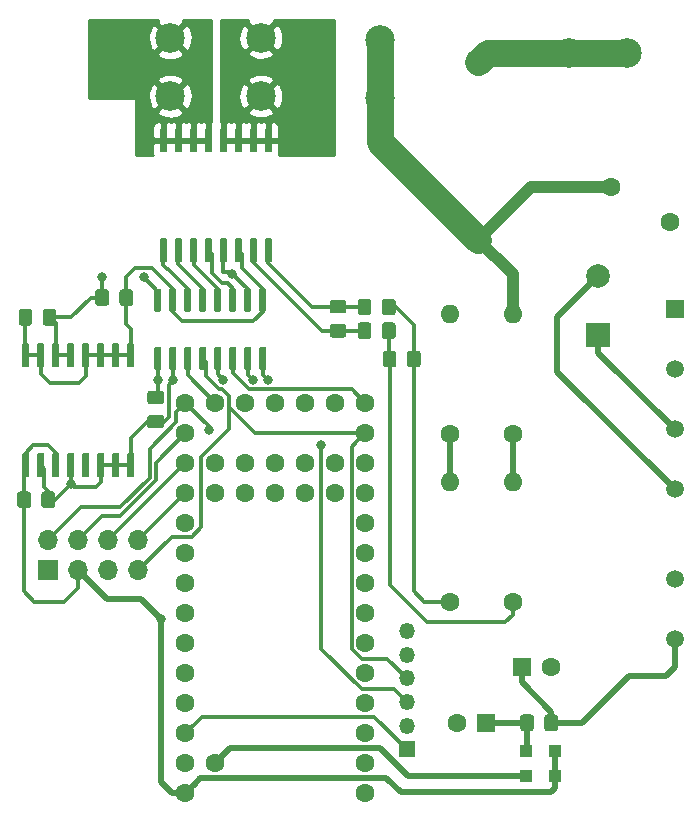
<source format=gbr>
G04 #@! TF.GenerationSoftware,KiCad,Pcbnew,(5.1.5)-3*
G04 #@! TF.CreationDate,2021-03-20T13:22:12+01:00*
G04 #@! TF.ProjectId,ACS71020_complete_teensy,41435337-3130-4323-905f-636f6d706c65,rev?*
G04 #@! TF.SameCoordinates,Original*
G04 #@! TF.FileFunction,Copper,L1,Top*
G04 #@! TF.FilePolarity,Positive*
%FSLAX46Y46*%
G04 Gerber Fmt 4.6, Leading zero omitted, Abs format (unit mm)*
G04 Created by KiCad (PCBNEW (5.1.5)-3) date 2021-03-20 13:22:12*
%MOMM*%
%LPD*%
G04 APERTURE LIST*
%ADD10O,1.350000X1.350000*%
%ADD11R,1.350000X1.350000*%
%ADD12C,0.100000*%
%ADD13O,1.700000X1.700000*%
%ADD14R,1.700000X1.700000*%
%ADD15C,2.000000*%
%ADD16R,1.508000X1.508000*%
%ADD17C,1.508000*%
%ADD18C,1.600000*%
%ADD19C,2.500000*%
%ADD20R,2.000000X2.000000*%
%ADD21O,1.600000X1.600000*%
%ADD22R,1.600000X1.600000*%
%ADD23R,1.000000X1.000000*%
%ADD24C,0.800000*%
%ADD25C,0.300000*%
%ADD26C,0.500000*%
%ADD27C,2.250000*%
%ADD28C,1.000000*%
%ADD29C,0.254000*%
G04 APERTURE END LIST*
D10*
X100000000Y-173250000D03*
X100000000Y-175250000D03*
X100000000Y-177250000D03*
X100000000Y-179250000D03*
X100000000Y-181250000D03*
D11*
X100000000Y-183250000D03*
G04 #@! TA.AperFunction,SMDPad,CuDef*
D12*
G36*
X70019505Y-161411204D02*
G01*
X70043773Y-161414804D01*
X70067572Y-161420765D01*
X70090671Y-161429030D01*
X70112850Y-161439520D01*
X70133893Y-161452132D01*
X70153599Y-161466747D01*
X70171777Y-161483223D01*
X70188253Y-161501401D01*
X70202868Y-161521107D01*
X70215480Y-161542150D01*
X70225970Y-161564329D01*
X70234235Y-161587428D01*
X70240196Y-161611227D01*
X70243796Y-161635495D01*
X70245000Y-161659999D01*
X70245000Y-162560001D01*
X70243796Y-162584505D01*
X70240196Y-162608773D01*
X70234235Y-162632572D01*
X70225970Y-162655671D01*
X70215480Y-162677850D01*
X70202868Y-162698893D01*
X70188253Y-162718599D01*
X70171777Y-162736777D01*
X70153599Y-162753253D01*
X70133893Y-162767868D01*
X70112850Y-162780480D01*
X70090671Y-162790970D01*
X70067572Y-162799235D01*
X70043773Y-162805196D01*
X70019505Y-162808796D01*
X69995001Y-162810000D01*
X69344999Y-162810000D01*
X69320495Y-162808796D01*
X69296227Y-162805196D01*
X69272428Y-162799235D01*
X69249329Y-162790970D01*
X69227150Y-162780480D01*
X69206107Y-162767868D01*
X69186401Y-162753253D01*
X69168223Y-162736777D01*
X69151747Y-162718599D01*
X69137132Y-162698893D01*
X69124520Y-162677850D01*
X69114030Y-162655671D01*
X69105765Y-162632572D01*
X69099804Y-162608773D01*
X69096204Y-162584505D01*
X69095000Y-162560001D01*
X69095000Y-161659999D01*
X69096204Y-161635495D01*
X69099804Y-161611227D01*
X69105765Y-161587428D01*
X69114030Y-161564329D01*
X69124520Y-161542150D01*
X69137132Y-161521107D01*
X69151747Y-161501401D01*
X69168223Y-161483223D01*
X69186401Y-161466747D01*
X69206107Y-161452132D01*
X69227150Y-161439520D01*
X69249329Y-161429030D01*
X69272428Y-161420765D01*
X69296227Y-161414804D01*
X69320495Y-161411204D01*
X69344999Y-161410000D01*
X69995001Y-161410000D01*
X70019505Y-161411204D01*
G37*
G04 #@! TD.AperFunction*
G04 #@! TA.AperFunction,SMDPad,CuDef*
G36*
X67969505Y-161411204D02*
G01*
X67993773Y-161414804D01*
X68017572Y-161420765D01*
X68040671Y-161429030D01*
X68062850Y-161439520D01*
X68083893Y-161452132D01*
X68103599Y-161466747D01*
X68121777Y-161483223D01*
X68138253Y-161501401D01*
X68152868Y-161521107D01*
X68165480Y-161542150D01*
X68175970Y-161564329D01*
X68184235Y-161587428D01*
X68190196Y-161611227D01*
X68193796Y-161635495D01*
X68195000Y-161659999D01*
X68195000Y-162560001D01*
X68193796Y-162584505D01*
X68190196Y-162608773D01*
X68184235Y-162632572D01*
X68175970Y-162655671D01*
X68165480Y-162677850D01*
X68152868Y-162698893D01*
X68138253Y-162718599D01*
X68121777Y-162736777D01*
X68103599Y-162753253D01*
X68083893Y-162767868D01*
X68062850Y-162780480D01*
X68040671Y-162790970D01*
X68017572Y-162799235D01*
X67993773Y-162805196D01*
X67969505Y-162808796D01*
X67945001Y-162810000D01*
X67294999Y-162810000D01*
X67270495Y-162808796D01*
X67246227Y-162805196D01*
X67222428Y-162799235D01*
X67199329Y-162790970D01*
X67177150Y-162780480D01*
X67156107Y-162767868D01*
X67136401Y-162753253D01*
X67118223Y-162736777D01*
X67101747Y-162718599D01*
X67087132Y-162698893D01*
X67074520Y-162677850D01*
X67064030Y-162655671D01*
X67055765Y-162632572D01*
X67049804Y-162608773D01*
X67046204Y-162584505D01*
X67045000Y-162560001D01*
X67045000Y-161659999D01*
X67046204Y-161635495D01*
X67049804Y-161611227D01*
X67055765Y-161587428D01*
X67064030Y-161564329D01*
X67074520Y-161542150D01*
X67087132Y-161521107D01*
X67101747Y-161501401D01*
X67118223Y-161483223D01*
X67136401Y-161466747D01*
X67156107Y-161452132D01*
X67177150Y-161439520D01*
X67199329Y-161429030D01*
X67222428Y-161420765D01*
X67246227Y-161414804D01*
X67270495Y-161411204D01*
X67294999Y-161410000D01*
X67945001Y-161410000D01*
X67969505Y-161411204D01*
G37*
G04 #@! TD.AperFunction*
D13*
X77270000Y-165530000D03*
X77270000Y-168070000D03*
X74730000Y-165530000D03*
X74730000Y-168070000D03*
X72190000Y-165530000D03*
X72190000Y-168070000D03*
X69650000Y-165530000D03*
D14*
X69650000Y-168070000D03*
D15*
X106045000Y-125088000D03*
X106045000Y-140088000D03*
D16*
X122700000Y-146000000D03*
D17*
X122700000Y-151080000D03*
X122700000Y-156160000D03*
X122700000Y-161240000D03*
X122700000Y-168860000D03*
X122700000Y-173940000D03*
G04 #@! TA.AperFunction,SMDPad,CuDef*
D12*
G36*
X76624505Y-144301204D02*
G01*
X76648773Y-144304804D01*
X76672572Y-144310765D01*
X76695671Y-144319030D01*
X76717850Y-144329520D01*
X76738893Y-144342132D01*
X76758599Y-144356747D01*
X76776777Y-144373223D01*
X76793253Y-144391401D01*
X76807868Y-144411107D01*
X76820480Y-144432150D01*
X76830970Y-144454329D01*
X76839235Y-144477428D01*
X76845196Y-144501227D01*
X76848796Y-144525495D01*
X76850000Y-144549999D01*
X76850000Y-145450001D01*
X76848796Y-145474505D01*
X76845196Y-145498773D01*
X76839235Y-145522572D01*
X76830970Y-145545671D01*
X76820480Y-145567850D01*
X76807868Y-145588893D01*
X76793253Y-145608599D01*
X76776777Y-145626777D01*
X76758599Y-145643253D01*
X76738893Y-145657868D01*
X76717850Y-145670480D01*
X76695671Y-145680970D01*
X76672572Y-145689235D01*
X76648773Y-145695196D01*
X76624505Y-145698796D01*
X76600001Y-145700000D01*
X75949999Y-145700000D01*
X75925495Y-145698796D01*
X75901227Y-145695196D01*
X75877428Y-145689235D01*
X75854329Y-145680970D01*
X75832150Y-145670480D01*
X75811107Y-145657868D01*
X75791401Y-145643253D01*
X75773223Y-145626777D01*
X75756747Y-145608599D01*
X75742132Y-145588893D01*
X75729520Y-145567850D01*
X75719030Y-145545671D01*
X75710765Y-145522572D01*
X75704804Y-145498773D01*
X75701204Y-145474505D01*
X75700000Y-145450001D01*
X75700000Y-144549999D01*
X75701204Y-144525495D01*
X75704804Y-144501227D01*
X75710765Y-144477428D01*
X75719030Y-144454329D01*
X75729520Y-144432150D01*
X75742132Y-144411107D01*
X75756747Y-144391401D01*
X75773223Y-144373223D01*
X75791401Y-144356747D01*
X75811107Y-144342132D01*
X75832150Y-144329520D01*
X75854329Y-144319030D01*
X75877428Y-144310765D01*
X75901227Y-144304804D01*
X75925495Y-144301204D01*
X75949999Y-144300000D01*
X76600001Y-144300000D01*
X76624505Y-144301204D01*
G37*
G04 #@! TD.AperFunction*
G04 #@! TA.AperFunction,SMDPad,CuDef*
G36*
X74574505Y-144301204D02*
G01*
X74598773Y-144304804D01*
X74622572Y-144310765D01*
X74645671Y-144319030D01*
X74667850Y-144329520D01*
X74688893Y-144342132D01*
X74708599Y-144356747D01*
X74726777Y-144373223D01*
X74743253Y-144391401D01*
X74757868Y-144411107D01*
X74770480Y-144432150D01*
X74780970Y-144454329D01*
X74789235Y-144477428D01*
X74795196Y-144501227D01*
X74798796Y-144525495D01*
X74800000Y-144549999D01*
X74800000Y-145450001D01*
X74798796Y-145474505D01*
X74795196Y-145498773D01*
X74789235Y-145522572D01*
X74780970Y-145545671D01*
X74770480Y-145567850D01*
X74757868Y-145588893D01*
X74743253Y-145608599D01*
X74726777Y-145626777D01*
X74708599Y-145643253D01*
X74688893Y-145657868D01*
X74667850Y-145670480D01*
X74645671Y-145680970D01*
X74622572Y-145689235D01*
X74598773Y-145695196D01*
X74574505Y-145698796D01*
X74550001Y-145700000D01*
X73899999Y-145700000D01*
X73875495Y-145698796D01*
X73851227Y-145695196D01*
X73827428Y-145689235D01*
X73804329Y-145680970D01*
X73782150Y-145670480D01*
X73761107Y-145657868D01*
X73741401Y-145643253D01*
X73723223Y-145626777D01*
X73706747Y-145608599D01*
X73692132Y-145588893D01*
X73679520Y-145567850D01*
X73669030Y-145545671D01*
X73660765Y-145522572D01*
X73654804Y-145498773D01*
X73651204Y-145474505D01*
X73650000Y-145450001D01*
X73650000Y-144549999D01*
X73651204Y-144525495D01*
X73654804Y-144501227D01*
X73660765Y-144477428D01*
X73669030Y-144454329D01*
X73679520Y-144432150D01*
X73692132Y-144411107D01*
X73706747Y-144391401D01*
X73723223Y-144373223D01*
X73741401Y-144356747D01*
X73761107Y-144342132D01*
X73782150Y-144329520D01*
X73804329Y-144319030D01*
X73827428Y-144310765D01*
X73851227Y-144304804D01*
X73875495Y-144301204D01*
X73899999Y-144300000D01*
X74550001Y-144300000D01*
X74574505Y-144301204D01*
G37*
G04 #@! TD.AperFunction*
D18*
X88900000Y-153924000D03*
X86360000Y-153924000D03*
X83820000Y-153924000D03*
X81280000Y-153924000D03*
X91440000Y-153924000D03*
X93980000Y-153924000D03*
X96520000Y-153924000D03*
X81280000Y-156464000D03*
X81280000Y-159004000D03*
X81280000Y-161544000D03*
X81280000Y-164084000D03*
X81280000Y-166624000D03*
X81280000Y-169164000D03*
X81280000Y-171704000D03*
X81280000Y-174244000D03*
X81280000Y-176784000D03*
X81280000Y-179324000D03*
X81280000Y-181864000D03*
X81280000Y-184404000D03*
X81280000Y-186944000D03*
X83820000Y-184404000D03*
X96520000Y-156464000D03*
X96520000Y-159004000D03*
X96520000Y-161544000D03*
X96520000Y-164084000D03*
X96520000Y-166624000D03*
X96520000Y-169164000D03*
X96520000Y-171704000D03*
X96520000Y-174244000D03*
X96520000Y-176784000D03*
X96520000Y-179324000D03*
X96520000Y-181864000D03*
X96520000Y-184404000D03*
X96520000Y-186944000D03*
X83820000Y-159004000D03*
X83820000Y-161544000D03*
X86360000Y-159004000D03*
X86360000Y-161544000D03*
X88900000Y-159004000D03*
X88900000Y-161544000D03*
X91440000Y-159004000D03*
X91440000Y-161544000D03*
X93980000Y-159004000D03*
X93980000Y-161544000D03*
G04 #@! TA.AperFunction,SMDPad,CuDef*
D12*
G36*
X94674505Y-147251204D02*
G01*
X94698773Y-147254804D01*
X94722572Y-147260765D01*
X94745671Y-147269030D01*
X94767850Y-147279520D01*
X94788893Y-147292132D01*
X94808599Y-147306747D01*
X94826777Y-147323223D01*
X94843253Y-147341401D01*
X94857868Y-147361107D01*
X94870480Y-147382150D01*
X94880970Y-147404329D01*
X94889235Y-147427428D01*
X94895196Y-147451227D01*
X94898796Y-147475495D01*
X94900000Y-147499999D01*
X94900000Y-148150001D01*
X94898796Y-148174505D01*
X94895196Y-148198773D01*
X94889235Y-148222572D01*
X94880970Y-148245671D01*
X94870480Y-148267850D01*
X94857868Y-148288893D01*
X94843253Y-148308599D01*
X94826777Y-148326777D01*
X94808599Y-148343253D01*
X94788893Y-148357868D01*
X94767850Y-148370480D01*
X94745671Y-148380970D01*
X94722572Y-148389235D01*
X94698773Y-148395196D01*
X94674505Y-148398796D01*
X94650001Y-148400000D01*
X93749999Y-148400000D01*
X93725495Y-148398796D01*
X93701227Y-148395196D01*
X93677428Y-148389235D01*
X93654329Y-148380970D01*
X93632150Y-148370480D01*
X93611107Y-148357868D01*
X93591401Y-148343253D01*
X93573223Y-148326777D01*
X93556747Y-148308599D01*
X93542132Y-148288893D01*
X93529520Y-148267850D01*
X93519030Y-148245671D01*
X93510765Y-148222572D01*
X93504804Y-148198773D01*
X93501204Y-148174505D01*
X93500000Y-148150001D01*
X93500000Y-147499999D01*
X93501204Y-147475495D01*
X93504804Y-147451227D01*
X93510765Y-147427428D01*
X93519030Y-147404329D01*
X93529520Y-147382150D01*
X93542132Y-147361107D01*
X93556747Y-147341401D01*
X93573223Y-147323223D01*
X93591401Y-147306747D01*
X93611107Y-147292132D01*
X93632150Y-147279520D01*
X93654329Y-147269030D01*
X93677428Y-147260765D01*
X93701227Y-147254804D01*
X93725495Y-147251204D01*
X93749999Y-147250000D01*
X94650001Y-147250000D01*
X94674505Y-147251204D01*
G37*
G04 #@! TD.AperFunction*
G04 #@! TA.AperFunction,SMDPad,CuDef*
G36*
X94674505Y-145201204D02*
G01*
X94698773Y-145204804D01*
X94722572Y-145210765D01*
X94745671Y-145219030D01*
X94767850Y-145229520D01*
X94788893Y-145242132D01*
X94808599Y-145256747D01*
X94826777Y-145273223D01*
X94843253Y-145291401D01*
X94857868Y-145311107D01*
X94870480Y-145332150D01*
X94880970Y-145354329D01*
X94889235Y-145377428D01*
X94895196Y-145401227D01*
X94898796Y-145425495D01*
X94900000Y-145449999D01*
X94900000Y-146100001D01*
X94898796Y-146124505D01*
X94895196Y-146148773D01*
X94889235Y-146172572D01*
X94880970Y-146195671D01*
X94870480Y-146217850D01*
X94857868Y-146238893D01*
X94843253Y-146258599D01*
X94826777Y-146276777D01*
X94808599Y-146293253D01*
X94788893Y-146307868D01*
X94767850Y-146320480D01*
X94745671Y-146330970D01*
X94722572Y-146339235D01*
X94698773Y-146345196D01*
X94674505Y-146348796D01*
X94650001Y-146350000D01*
X93749999Y-146350000D01*
X93725495Y-146348796D01*
X93701227Y-146345196D01*
X93677428Y-146339235D01*
X93654329Y-146330970D01*
X93632150Y-146320480D01*
X93611107Y-146307868D01*
X93591401Y-146293253D01*
X93573223Y-146276777D01*
X93556747Y-146258599D01*
X93542132Y-146238893D01*
X93529520Y-146217850D01*
X93519030Y-146195671D01*
X93510765Y-146172572D01*
X93504804Y-146148773D01*
X93501204Y-146124505D01*
X93500000Y-146100001D01*
X93500000Y-145449999D01*
X93501204Y-145425495D01*
X93504804Y-145401227D01*
X93510765Y-145377428D01*
X93519030Y-145354329D01*
X93529520Y-145332150D01*
X93542132Y-145311107D01*
X93556747Y-145291401D01*
X93573223Y-145273223D01*
X93591401Y-145256747D01*
X93611107Y-145242132D01*
X93632150Y-145229520D01*
X93654329Y-145219030D01*
X93677428Y-145210765D01*
X93701227Y-145204804D01*
X93725495Y-145201204D01*
X93749999Y-145200000D01*
X94650001Y-145200000D01*
X94674505Y-145201204D01*
G37*
G04 #@! TD.AperFunction*
G04 #@! TA.AperFunction,SMDPad,CuDef*
G36*
X79234505Y-152881204D02*
G01*
X79258773Y-152884804D01*
X79282572Y-152890765D01*
X79305671Y-152899030D01*
X79327850Y-152909520D01*
X79348893Y-152922132D01*
X79368599Y-152936747D01*
X79386777Y-152953223D01*
X79403253Y-152971401D01*
X79417868Y-152991107D01*
X79430480Y-153012150D01*
X79440970Y-153034329D01*
X79449235Y-153057428D01*
X79455196Y-153081227D01*
X79458796Y-153105495D01*
X79460000Y-153129999D01*
X79460000Y-153780001D01*
X79458796Y-153804505D01*
X79455196Y-153828773D01*
X79449235Y-153852572D01*
X79440970Y-153875671D01*
X79430480Y-153897850D01*
X79417868Y-153918893D01*
X79403253Y-153938599D01*
X79386777Y-153956777D01*
X79368599Y-153973253D01*
X79348893Y-153987868D01*
X79327850Y-154000480D01*
X79305671Y-154010970D01*
X79282572Y-154019235D01*
X79258773Y-154025196D01*
X79234505Y-154028796D01*
X79210001Y-154030000D01*
X78309999Y-154030000D01*
X78285495Y-154028796D01*
X78261227Y-154025196D01*
X78237428Y-154019235D01*
X78214329Y-154010970D01*
X78192150Y-154000480D01*
X78171107Y-153987868D01*
X78151401Y-153973253D01*
X78133223Y-153956777D01*
X78116747Y-153938599D01*
X78102132Y-153918893D01*
X78089520Y-153897850D01*
X78079030Y-153875671D01*
X78070765Y-153852572D01*
X78064804Y-153828773D01*
X78061204Y-153804505D01*
X78060000Y-153780001D01*
X78060000Y-153129999D01*
X78061204Y-153105495D01*
X78064804Y-153081227D01*
X78070765Y-153057428D01*
X78079030Y-153034329D01*
X78089520Y-153012150D01*
X78102132Y-152991107D01*
X78116747Y-152971401D01*
X78133223Y-152953223D01*
X78151401Y-152936747D01*
X78171107Y-152922132D01*
X78192150Y-152909520D01*
X78214329Y-152899030D01*
X78237428Y-152890765D01*
X78261227Y-152884804D01*
X78285495Y-152881204D01*
X78309999Y-152880000D01*
X79210001Y-152880000D01*
X79234505Y-152881204D01*
G37*
G04 #@! TD.AperFunction*
G04 #@! TA.AperFunction,SMDPad,CuDef*
G36*
X79234505Y-154931204D02*
G01*
X79258773Y-154934804D01*
X79282572Y-154940765D01*
X79305671Y-154949030D01*
X79327850Y-154959520D01*
X79348893Y-154972132D01*
X79368599Y-154986747D01*
X79386777Y-155003223D01*
X79403253Y-155021401D01*
X79417868Y-155041107D01*
X79430480Y-155062150D01*
X79440970Y-155084329D01*
X79449235Y-155107428D01*
X79455196Y-155131227D01*
X79458796Y-155155495D01*
X79460000Y-155179999D01*
X79460000Y-155830001D01*
X79458796Y-155854505D01*
X79455196Y-155878773D01*
X79449235Y-155902572D01*
X79440970Y-155925671D01*
X79430480Y-155947850D01*
X79417868Y-155968893D01*
X79403253Y-155988599D01*
X79386777Y-156006777D01*
X79368599Y-156023253D01*
X79348893Y-156037868D01*
X79327850Y-156050480D01*
X79305671Y-156060970D01*
X79282572Y-156069235D01*
X79258773Y-156075196D01*
X79234505Y-156078796D01*
X79210001Y-156080000D01*
X78309999Y-156080000D01*
X78285495Y-156078796D01*
X78261227Y-156075196D01*
X78237428Y-156069235D01*
X78214329Y-156060970D01*
X78192150Y-156050480D01*
X78171107Y-156037868D01*
X78151401Y-156023253D01*
X78133223Y-156006777D01*
X78116747Y-155988599D01*
X78102132Y-155968893D01*
X78089520Y-155947850D01*
X78079030Y-155925671D01*
X78070765Y-155902572D01*
X78064804Y-155878773D01*
X78061204Y-155854505D01*
X78060000Y-155830001D01*
X78060000Y-155179999D01*
X78061204Y-155155495D01*
X78064804Y-155131227D01*
X78070765Y-155107428D01*
X78079030Y-155084329D01*
X78089520Y-155062150D01*
X78102132Y-155041107D01*
X78116747Y-155021401D01*
X78133223Y-155003223D01*
X78151401Y-154986747D01*
X78171107Y-154972132D01*
X78192150Y-154959520D01*
X78214329Y-154949030D01*
X78237428Y-154940765D01*
X78261227Y-154934804D01*
X78285495Y-154931204D01*
X78309999Y-154930000D01*
X79210001Y-154930000D01*
X79234505Y-154931204D01*
G37*
G04 #@! TD.AperFunction*
G04 #@! TA.AperFunction,SMDPad,CuDef*
G36*
X79099703Y-149190722D02*
G01*
X79114264Y-149192882D01*
X79128543Y-149196459D01*
X79142403Y-149201418D01*
X79155710Y-149207712D01*
X79168336Y-149215280D01*
X79180159Y-149224048D01*
X79191066Y-149233934D01*
X79200952Y-149244841D01*
X79209720Y-149256664D01*
X79217288Y-149269290D01*
X79223582Y-149282597D01*
X79228541Y-149296457D01*
X79232118Y-149310736D01*
X79234278Y-149325297D01*
X79235000Y-149340000D01*
X79235000Y-150990000D01*
X79234278Y-151004703D01*
X79232118Y-151019264D01*
X79228541Y-151033543D01*
X79223582Y-151047403D01*
X79217288Y-151060710D01*
X79209720Y-151073336D01*
X79200952Y-151085159D01*
X79191066Y-151096066D01*
X79180159Y-151105952D01*
X79168336Y-151114720D01*
X79155710Y-151122288D01*
X79142403Y-151128582D01*
X79128543Y-151133541D01*
X79114264Y-151137118D01*
X79099703Y-151139278D01*
X79085000Y-151140000D01*
X78785000Y-151140000D01*
X78770297Y-151139278D01*
X78755736Y-151137118D01*
X78741457Y-151133541D01*
X78727597Y-151128582D01*
X78714290Y-151122288D01*
X78701664Y-151114720D01*
X78689841Y-151105952D01*
X78678934Y-151096066D01*
X78669048Y-151085159D01*
X78660280Y-151073336D01*
X78652712Y-151060710D01*
X78646418Y-151047403D01*
X78641459Y-151033543D01*
X78637882Y-151019264D01*
X78635722Y-151004703D01*
X78635000Y-150990000D01*
X78635000Y-149340000D01*
X78635722Y-149325297D01*
X78637882Y-149310736D01*
X78641459Y-149296457D01*
X78646418Y-149282597D01*
X78652712Y-149269290D01*
X78660280Y-149256664D01*
X78669048Y-149244841D01*
X78678934Y-149233934D01*
X78689841Y-149224048D01*
X78701664Y-149215280D01*
X78714290Y-149207712D01*
X78727597Y-149201418D01*
X78741457Y-149196459D01*
X78755736Y-149192882D01*
X78770297Y-149190722D01*
X78785000Y-149190000D01*
X79085000Y-149190000D01*
X79099703Y-149190722D01*
G37*
G04 #@! TD.AperFunction*
G04 #@! TA.AperFunction,SMDPad,CuDef*
G36*
X80369703Y-149190722D02*
G01*
X80384264Y-149192882D01*
X80398543Y-149196459D01*
X80412403Y-149201418D01*
X80425710Y-149207712D01*
X80438336Y-149215280D01*
X80450159Y-149224048D01*
X80461066Y-149233934D01*
X80470952Y-149244841D01*
X80479720Y-149256664D01*
X80487288Y-149269290D01*
X80493582Y-149282597D01*
X80498541Y-149296457D01*
X80502118Y-149310736D01*
X80504278Y-149325297D01*
X80505000Y-149340000D01*
X80505000Y-150990000D01*
X80504278Y-151004703D01*
X80502118Y-151019264D01*
X80498541Y-151033543D01*
X80493582Y-151047403D01*
X80487288Y-151060710D01*
X80479720Y-151073336D01*
X80470952Y-151085159D01*
X80461066Y-151096066D01*
X80450159Y-151105952D01*
X80438336Y-151114720D01*
X80425710Y-151122288D01*
X80412403Y-151128582D01*
X80398543Y-151133541D01*
X80384264Y-151137118D01*
X80369703Y-151139278D01*
X80355000Y-151140000D01*
X80055000Y-151140000D01*
X80040297Y-151139278D01*
X80025736Y-151137118D01*
X80011457Y-151133541D01*
X79997597Y-151128582D01*
X79984290Y-151122288D01*
X79971664Y-151114720D01*
X79959841Y-151105952D01*
X79948934Y-151096066D01*
X79939048Y-151085159D01*
X79930280Y-151073336D01*
X79922712Y-151060710D01*
X79916418Y-151047403D01*
X79911459Y-151033543D01*
X79907882Y-151019264D01*
X79905722Y-151004703D01*
X79905000Y-150990000D01*
X79905000Y-149340000D01*
X79905722Y-149325297D01*
X79907882Y-149310736D01*
X79911459Y-149296457D01*
X79916418Y-149282597D01*
X79922712Y-149269290D01*
X79930280Y-149256664D01*
X79939048Y-149244841D01*
X79948934Y-149233934D01*
X79959841Y-149224048D01*
X79971664Y-149215280D01*
X79984290Y-149207712D01*
X79997597Y-149201418D01*
X80011457Y-149196459D01*
X80025736Y-149192882D01*
X80040297Y-149190722D01*
X80055000Y-149190000D01*
X80355000Y-149190000D01*
X80369703Y-149190722D01*
G37*
G04 #@! TD.AperFunction*
G04 #@! TA.AperFunction,SMDPad,CuDef*
G36*
X81639703Y-149190722D02*
G01*
X81654264Y-149192882D01*
X81668543Y-149196459D01*
X81682403Y-149201418D01*
X81695710Y-149207712D01*
X81708336Y-149215280D01*
X81720159Y-149224048D01*
X81731066Y-149233934D01*
X81740952Y-149244841D01*
X81749720Y-149256664D01*
X81757288Y-149269290D01*
X81763582Y-149282597D01*
X81768541Y-149296457D01*
X81772118Y-149310736D01*
X81774278Y-149325297D01*
X81775000Y-149340000D01*
X81775000Y-150990000D01*
X81774278Y-151004703D01*
X81772118Y-151019264D01*
X81768541Y-151033543D01*
X81763582Y-151047403D01*
X81757288Y-151060710D01*
X81749720Y-151073336D01*
X81740952Y-151085159D01*
X81731066Y-151096066D01*
X81720159Y-151105952D01*
X81708336Y-151114720D01*
X81695710Y-151122288D01*
X81682403Y-151128582D01*
X81668543Y-151133541D01*
X81654264Y-151137118D01*
X81639703Y-151139278D01*
X81625000Y-151140000D01*
X81325000Y-151140000D01*
X81310297Y-151139278D01*
X81295736Y-151137118D01*
X81281457Y-151133541D01*
X81267597Y-151128582D01*
X81254290Y-151122288D01*
X81241664Y-151114720D01*
X81229841Y-151105952D01*
X81218934Y-151096066D01*
X81209048Y-151085159D01*
X81200280Y-151073336D01*
X81192712Y-151060710D01*
X81186418Y-151047403D01*
X81181459Y-151033543D01*
X81177882Y-151019264D01*
X81175722Y-151004703D01*
X81175000Y-150990000D01*
X81175000Y-149340000D01*
X81175722Y-149325297D01*
X81177882Y-149310736D01*
X81181459Y-149296457D01*
X81186418Y-149282597D01*
X81192712Y-149269290D01*
X81200280Y-149256664D01*
X81209048Y-149244841D01*
X81218934Y-149233934D01*
X81229841Y-149224048D01*
X81241664Y-149215280D01*
X81254290Y-149207712D01*
X81267597Y-149201418D01*
X81281457Y-149196459D01*
X81295736Y-149192882D01*
X81310297Y-149190722D01*
X81325000Y-149190000D01*
X81625000Y-149190000D01*
X81639703Y-149190722D01*
G37*
G04 #@! TD.AperFunction*
G04 #@! TA.AperFunction,SMDPad,CuDef*
G36*
X82909703Y-149190722D02*
G01*
X82924264Y-149192882D01*
X82938543Y-149196459D01*
X82952403Y-149201418D01*
X82965710Y-149207712D01*
X82978336Y-149215280D01*
X82990159Y-149224048D01*
X83001066Y-149233934D01*
X83010952Y-149244841D01*
X83019720Y-149256664D01*
X83027288Y-149269290D01*
X83033582Y-149282597D01*
X83038541Y-149296457D01*
X83042118Y-149310736D01*
X83044278Y-149325297D01*
X83045000Y-149340000D01*
X83045000Y-150990000D01*
X83044278Y-151004703D01*
X83042118Y-151019264D01*
X83038541Y-151033543D01*
X83033582Y-151047403D01*
X83027288Y-151060710D01*
X83019720Y-151073336D01*
X83010952Y-151085159D01*
X83001066Y-151096066D01*
X82990159Y-151105952D01*
X82978336Y-151114720D01*
X82965710Y-151122288D01*
X82952403Y-151128582D01*
X82938543Y-151133541D01*
X82924264Y-151137118D01*
X82909703Y-151139278D01*
X82895000Y-151140000D01*
X82595000Y-151140000D01*
X82580297Y-151139278D01*
X82565736Y-151137118D01*
X82551457Y-151133541D01*
X82537597Y-151128582D01*
X82524290Y-151122288D01*
X82511664Y-151114720D01*
X82499841Y-151105952D01*
X82488934Y-151096066D01*
X82479048Y-151085159D01*
X82470280Y-151073336D01*
X82462712Y-151060710D01*
X82456418Y-151047403D01*
X82451459Y-151033543D01*
X82447882Y-151019264D01*
X82445722Y-151004703D01*
X82445000Y-150990000D01*
X82445000Y-149340000D01*
X82445722Y-149325297D01*
X82447882Y-149310736D01*
X82451459Y-149296457D01*
X82456418Y-149282597D01*
X82462712Y-149269290D01*
X82470280Y-149256664D01*
X82479048Y-149244841D01*
X82488934Y-149233934D01*
X82499841Y-149224048D01*
X82511664Y-149215280D01*
X82524290Y-149207712D01*
X82537597Y-149201418D01*
X82551457Y-149196459D01*
X82565736Y-149192882D01*
X82580297Y-149190722D01*
X82595000Y-149190000D01*
X82895000Y-149190000D01*
X82909703Y-149190722D01*
G37*
G04 #@! TD.AperFunction*
G04 #@! TA.AperFunction,SMDPad,CuDef*
G36*
X84179703Y-149190722D02*
G01*
X84194264Y-149192882D01*
X84208543Y-149196459D01*
X84222403Y-149201418D01*
X84235710Y-149207712D01*
X84248336Y-149215280D01*
X84260159Y-149224048D01*
X84271066Y-149233934D01*
X84280952Y-149244841D01*
X84289720Y-149256664D01*
X84297288Y-149269290D01*
X84303582Y-149282597D01*
X84308541Y-149296457D01*
X84312118Y-149310736D01*
X84314278Y-149325297D01*
X84315000Y-149340000D01*
X84315000Y-150990000D01*
X84314278Y-151004703D01*
X84312118Y-151019264D01*
X84308541Y-151033543D01*
X84303582Y-151047403D01*
X84297288Y-151060710D01*
X84289720Y-151073336D01*
X84280952Y-151085159D01*
X84271066Y-151096066D01*
X84260159Y-151105952D01*
X84248336Y-151114720D01*
X84235710Y-151122288D01*
X84222403Y-151128582D01*
X84208543Y-151133541D01*
X84194264Y-151137118D01*
X84179703Y-151139278D01*
X84165000Y-151140000D01*
X83865000Y-151140000D01*
X83850297Y-151139278D01*
X83835736Y-151137118D01*
X83821457Y-151133541D01*
X83807597Y-151128582D01*
X83794290Y-151122288D01*
X83781664Y-151114720D01*
X83769841Y-151105952D01*
X83758934Y-151096066D01*
X83749048Y-151085159D01*
X83740280Y-151073336D01*
X83732712Y-151060710D01*
X83726418Y-151047403D01*
X83721459Y-151033543D01*
X83717882Y-151019264D01*
X83715722Y-151004703D01*
X83715000Y-150990000D01*
X83715000Y-149340000D01*
X83715722Y-149325297D01*
X83717882Y-149310736D01*
X83721459Y-149296457D01*
X83726418Y-149282597D01*
X83732712Y-149269290D01*
X83740280Y-149256664D01*
X83749048Y-149244841D01*
X83758934Y-149233934D01*
X83769841Y-149224048D01*
X83781664Y-149215280D01*
X83794290Y-149207712D01*
X83807597Y-149201418D01*
X83821457Y-149196459D01*
X83835736Y-149192882D01*
X83850297Y-149190722D01*
X83865000Y-149190000D01*
X84165000Y-149190000D01*
X84179703Y-149190722D01*
G37*
G04 #@! TD.AperFunction*
G04 #@! TA.AperFunction,SMDPad,CuDef*
G36*
X85449703Y-149190722D02*
G01*
X85464264Y-149192882D01*
X85478543Y-149196459D01*
X85492403Y-149201418D01*
X85505710Y-149207712D01*
X85518336Y-149215280D01*
X85530159Y-149224048D01*
X85541066Y-149233934D01*
X85550952Y-149244841D01*
X85559720Y-149256664D01*
X85567288Y-149269290D01*
X85573582Y-149282597D01*
X85578541Y-149296457D01*
X85582118Y-149310736D01*
X85584278Y-149325297D01*
X85585000Y-149340000D01*
X85585000Y-150990000D01*
X85584278Y-151004703D01*
X85582118Y-151019264D01*
X85578541Y-151033543D01*
X85573582Y-151047403D01*
X85567288Y-151060710D01*
X85559720Y-151073336D01*
X85550952Y-151085159D01*
X85541066Y-151096066D01*
X85530159Y-151105952D01*
X85518336Y-151114720D01*
X85505710Y-151122288D01*
X85492403Y-151128582D01*
X85478543Y-151133541D01*
X85464264Y-151137118D01*
X85449703Y-151139278D01*
X85435000Y-151140000D01*
X85135000Y-151140000D01*
X85120297Y-151139278D01*
X85105736Y-151137118D01*
X85091457Y-151133541D01*
X85077597Y-151128582D01*
X85064290Y-151122288D01*
X85051664Y-151114720D01*
X85039841Y-151105952D01*
X85028934Y-151096066D01*
X85019048Y-151085159D01*
X85010280Y-151073336D01*
X85002712Y-151060710D01*
X84996418Y-151047403D01*
X84991459Y-151033543D01*
X84987882Y-151019264D01*
X84985722Y-151004703D01*
X84985000Y-150990000D01*
X84985000Y-149340000D01*
X84985722Y-149325297D01*
X84987882Y-149310736D01*
X84991459Y-149296457D01*
X84996418Y-149282597D01*
X85002712Y-149269290D01*
X85010280Y-149256664D01*
X85019048Y-149244841D01*
X85028934Y-149233934D01*
X85039841Y-149224048D01*
X85051664Y-149215280D01*
X85064290Y-149207712D01*
X85077597Y-149201418D01*
X85091457Y-149196459D01*
X85105736Y-149192882D01*
X85120297Y-149190722D01*
X85135000Y-149190000D01*
X85435000Y-149190000D01*
X85449703Y-149190722D01*
G37*
G04 #@! TD.AperFunction*
G04 #@! TA.AperFunction,SMDPad,CuDef*
G36*
X86719703Y-149190722D02*
G01*
X86734264Y-149192882D01*
X86748543Y-149196459D01*
X86762403Y-149201418D01*
X86775710Y-149207712D01*
X86788336Y-149215280D01*
X86800159Y-149224048D01*
X86811066Y-149233934D01*
X86820952Y-149244841D01*
X86829720Y-149256664D01*
X86837288Y-149269290D01*
X86843582Y-149282597D01*
X86848541Y-149296457D01*
X86852118Y-149310736D01*
X86854278Y-149325297D01*
X86855000Y-149340000D01*
X86855000Y-150990000D01*
X86854278Y-151004703D01*
X86852118Y-151019264D01*
X86848541Y-151033543D01*
X86843582Y-151047403D01*
X86837288Y-151060710D01*
X86829720Y-151073336D01*
X86820952Y-151085159D01*
X86811066Y-151096066D01*
X86800159Y-151105952D01*
X86788336Y-151114720D01*
X86775710Y-151122288D01*
X86762403Y-151128582D01*
X86748543Y-151133541D01*
X86734264Y-151137118D01*
X86719703Y-151139278D01*
X86705000Y-151140000D01*
X86405000Y-151140000D01*
X86390297Y-151139278D01*
X86375736Y-151137118D01*
X86361457Y-151133541D01*
X86347597Y-151128582D01*
X86334290Y-151122288D01*
X86321664Y-151114720D01*
X86309841Y-151105952D01*
X86298934Y-151096066D01*
X86289048Y-151085159D01*
X86280280Y-151073336D01*
X86272712Y-151060710D01*
X86266418Y-151047403D01*
X86261459Y-151033543D01*
X86257882Y-151019264D01*
X86255722Y-151004703D01*
X86255000Y-150990000D01*
X86255000Y-149340000D01*
X86255722Y-149325297D01*
X86257882Y-149310736D01*
X86261459Y-149296457D01*
X86266418Y-149282597D01*
X86272712Y-149269290D01*
X86280280Y-149256664D01*
X86289048Y-149244841D01*
X86298934Y-149233934D01*
X86309841Y-149224048D01*
X86321664Y-149215280D01*
X86334290Y-149207712D01*
X86347597Y-149201418D01*
X86361457Y-149196459D01*
X86375736Y-149192882D01*
X86390297Y-149190722D01*
X86405000Y-149190000D01*
X86705000Y-149190000D01*
X86719703Y-149190722D01*
G37*
G04 #@! TD.AperFunction*
G04 #@! TA.AperFunction,SMDPad,CuDef*
G36*
X87989703Y-149190722D02*
G01*
X88004264Y-149192882D01*
X88018543Y-149196459D01*
X88032403Y-149201418D01*
X88045710Y-149207712D01*
X88058336Y-149215280D01*
X88070159Y-149224048D01*
X88081066Y-149233934D01*
X88090952Y-149244841D01*
X88099720Y-149256664D01*
X88107288Y-149269290D01*
X88113582Y-149282597D01*
X88118541Y-149296457D01*
X88122118Y-149310736D01*
X88124278Y-149325297D01*
X88125000Y-149340000D01*
X88125000Y-150990000D01*
X88124278Y-151004703D01*
X88122118Y-151019264D01*
X88118541Y-151033543D01*
X88113582Y-151047403D01*
X88107288Y-151060710D01*
X88099720Y-151073336D01*
X88090952Y-151085159D01*
X88081066Y-151096066D01*
X88070159Y-151105952D01*
X88058336Y-151114720D01*
X88045710Y-151122288D01*
X88032403Y-151128582D01*
X88018543Y-151133541D01*
X88004264Y-151137118D01*
X87989703Y-151139278D01*
X87975000Y-151140000D01*
X87675000Y-151140000D01*
X87660297Y-151139278D01*
X87645736Y-151137118D01*
X87631457Y-151133541D01*
X87617597Y-151128582D01*
X87604290Y-151122288D01*
X87591664Y-151114720D01*
X87579841Y-151105952D01*
X87568934Y-151096066D01*
X87559048Y-151085159D01*
X87550280Y-151073336D01*
X87542712Y-151060710D01*
X87536418Y-151047403D01*
X87531459Y-151033543D01*
X87527882Y-151019264D01*
X87525722Y-151004703D01*
X87525000Y-150990000D01*
X87525000Y-149340000D01*
X87525722Y-149325297D01*
X87527882Y-149310736D01*
X87531459Y-149296457D01*
X87536418Y-149282597D01*
X87542712Y-149269290D01*
X87550280Y-149256664D01*
X87559048Y-149244841D01*
X87568934Y-149233934D01*
X87579841Y-149224048D01*
X87591664Y-149215280D01*
X87604290Y-149207712D01*
X87617597Y-149201418D01*
X87631457Y-149196459D01*
X87645736Y-149192882D01*
X87660297Y-149190722D01*
X87675000Y-149190000D01*
X87975000Y-149190000D01*
X87989703Y-149190722D01*
G37*
G04 #@! TD.AperFunction*
G04 #@! TA.AperFunction,SMDPad,CuDef*
G36*
X87989703Y-144240722D02*
G01*
X88004264Y-144242882D01*
X88018543Y-144246459D01*
X88032403Y-144251418D01*
X88045710Y-144257712D01*
X88058336Y-144265280D01*
X88070159Y-144274048D01*
X88081066Y-144283934D01*
X88090952Y-144294841D01*
X88099720Y-144306664D01*
X88107288Y-144319290D01*
X88113582Y-144332597D01*
X88118541Y-144346457D01*
X88122118Y-144360736D01*
X88124278Y-144375297D01*
X88125000Y-144390000D01*
X88125000Y-146040000D01*
X88124278Y-146054703D01*
X88122118Y-146069264D01*
X88118541Y-146083543D01*
X88113582Y-146097403D01*
X88107288Y-146110710D01*
X88099720Y-146123336D01*
X88090952Y-146135159D01*
X88081066Y-146146066D01*
X88070159Y-146155952D01*
X88058336Y-146164720D01*
X88045710Y-146172288D01*
X88032403Y-146178582D01*
X88018543Y-146183541D01*
X88004264Y-146187118D01*
X87989703Y-146189278D01*
X87975000Y-146190000D01*
X87675000Y-146190000D01*
X87660297Y-146189278D01*
X87645736Y-146187118D01*
X87631457Y-146183541D01*
X87617597Y-146178582D01*
X87604290Y-146172288D01*
X87591664Y-146164720D01*
X87579841Y-146155952D01*
X87568934Y-146146066D01*
X87559048Y-146135159D01*
X87550280Y-146123336D01*
X87542712Y-146110710D01*
X87536418Y-146097403D01*
X87531459Y-146083543D01*
X87527882Y-146069264D01*
X87525722Y-146054703D01*
X87525000Y-146040000D01*
X87525000Y-144390000D01*
X87525722Y-144375297D01*
X87527882Y-144360736D01*
X87531459Y-144346457D01*
X87536418Y-144332597D01*
X87542712Y-144319290D01*
X87550280Y-144306664D01*
X87559048Y-144294841D01*
X87568934Y-144283934D01*
X87579841Y-144274048D01*
X87591664Y-144265280D01*
X87604290Y-144257712D01*
X87617597Y-144251418D01*
X87631457Y-144246459D01*
X87645736Y-144242882D01*
X87660297Y-144240722D01*
X87675000Y-144240000D01*
X87975000Y-144240000D01*
X87989703Y-144240722D01*
G37*
G04 #@! TD.AperFunction*
G04 #@! TA.AperFunction,SMDPad,CuDef*
G36*
X86719703Y-144240722D02*
G01*
X86734264Y-144242882D01*
X86748543Y-144246459D01*
X86762403Y-144251418D01*
X86775710Y-144257712D01*
X86788336Y-144265280D01*
X86800159Y-144274048D01*
X86811066Y-144283934D01*
X86820952Y-144294841D01*
X86829720Y-144306664D01*
X86837288Y-144319290D01*
X86843582Y-144332597D01*
X86848541Y-144346457D01*
X86852118Y-144360736D01*
X86854278Y-144375297D01*
X86855000Y-144390000D01*
X86855000Y-146040000D01*
X86854278Y-146054703D01*
X86852118Y-146069264D01*
X86848541Y-146083543D01*
X86843582Y-146097403D01*
X86837288Y-146110710D01*
X86829720Y-146123336D01*
X86820952Y-146135159D01*
X86811066Y-146146066D01*
X86800159Y-146155952D01*
X86788336Y-146164720D01*
X86775710Y-146172288D01*
X86762403Y-146178582D01*
X86748543Y-146183541D01*
X86734264Y-146187118D01*
X86719703Y-146189278D01*
X86705000Y-146190000D01*
X86405000Y-146190000D01*
X86390297Y-146189278D01*
X86375736Y-146187118D01*
X86361457Y-146183541D01*
X86347597Y-146178582D01*
X86334290Y-146172288D01*
X86321664Y-146164720D01*
X86309841Y-146155952D01*
X86298934Y-146146066D01*
X86289048Y-146135159D01*
X86280280Y-146123336D01*
X86272712Y-146110710D01*
X86266418Y-146097403D01*
X86261459Y-146083543D01*
X86257882Y-146069264D01*
X86255722Y-146054703D01*
X86255000Y-146040000D01*
X86255000Y-144390000D01*
X86255722Y-144375297D01*
X86257882Y-144360736D01*
X86261459Y-144346457D01*
X86266418Y-144332597D01*
X86272712Y-144319290D01*
X86280280Y-144306664D01*
X86289048Y-144294841D01*
X86298934Y-144283934D01*
X86309841Y-144274048D01*
X86321664Y-144265280D01*
X86334290Y-144257712D01*
X86347597Y-144251418D01*
X86361457Y-144246459D01*
X86375736Y-144242882D01*
X86390297Y-144240722D01*
X86405000Y-144240000D01*
X86705000Y-144240000D01*
X86719703Y-144240722D01*
G37*
G04 #@! TD.AperFunction*
G04 #@! TA.AperFunction,SMDPad,CuDef*
G36*
X85449703Y-144240722D02*
G01*
X85464264Y-144242882D01*
X85478543Y-144246459D01*
X85492403Y-144251418D01*
X85505710Y-144257712D01*
X85518336Y-144265280D01*
X85530159Y-144274048D01*
X85541066Y-144283934D01*
X85550952Y-144294841D01*
X85559720Y-144306664D01*
X85567288Y-144319290D01*
X85573582Y-144332597D01*
X85578541Y-144346457D01*
X85582118Y-144360736D01*
X85584278Y-144375297D01*
X85585000Y-144390000D01*
X85585000Y-146040000D01*
X85584278Y-146054703D01*
X85582118Y-146069264D01*
X85578541Y-146083543D01*
X85573582Y-146097403D01*
X85567288Y-146110710D01*
X85559720Y-146123336D01*
X85550952Y-146135159D01*
X85541066Y-146146066D01*
X85530159Y-146155952D01*
X85518336Y-146164720D01*
X85505710Y-146172288D01*
X85492403Y-146178582D01*
X85478543Y-146183541D01*
X85464264Y-146187118D01*
X85449703Y-146189278D01*
X85435000Y-146190000D01*
X85135000Y-146190000D01*
X85120297Y-146189278D01*
X85105736Y-146187118D01*
X85091457Y-146183541D01*
X85077597Y-146178582D01*
X85064290Y-146172288D01*
X85051664Y-146164720D01*
X85039841Y-146155952D01*
X85028934Y-146146066D01*
X85019048Y-146135159D01*
X85010280Y-146123336D01*
X85002712Y-146110710D01*
X84996418Y-146097403D01*
X84991459Y-146083543D01*
X84987882Y-146069264D01*
X84985722Y-146054703D01*
X84985000Y-146040000D01*
X84985000Y-144390000D01*
X84985722Y-144375297D01*
X84987882Y-144360736D01*
X84991459Y-144346457D01*
X84996418Y-144332597D01*
X85002712Y-144319290D01*
X85010280Y-144306664D01*
X85019048Y-144294841D01*
X85028934Y-144283934D01*
X85039841Y-144274048D01*
X85051664Y-144265280D01*
X85064290Y-144257712D01*
X85077597Y-144251418D01*
X85091457Y-144246459D01*
X85105736Y-144242882D01*
X85120297Y-144240722D01*
X85135000Y-144240000D01*
X85435000Y-144240000D01*
X85449703Y-144240722D01*
G37*
G04 #@! TD.AperFunction*
G04 #@! TA.AperFunction,SMDPad,CuDef*
G36*
X84179703Y-144240722D02*
G01*
X84194264Y-144242882D01*
X84208543Y-144246459D01*
X84222403Y-144251418D01*
X84235710Y-144257712D01*
X84248336Y-144265280D01*
X84260159Y-144274048D01*
X84271066Y-144283934D01*
X84280952Y-144294841D01*
X84289720Y-144306664D01*
X84297288Y-144319290D01*
X84303582Y-144332597D01*
X84308541Y-144346457D01*
X84312118Y-144360736D01*
X84314278Y-144375297D01*
X84315000Y-144390000D01*
X84315000Y-146040000D01*
X84314278Y-146054703D01*
X84312118Y-146069264D01*
X84308541Y-146083543D01*
X84303582Y-146097403D01*
X84297288Y-146110710D01*
X84289720Y-146123336D01*
X84280952Y-146135159D01*
X84271066Y-146146066D01*
X84260159Y-146155952D01*
X84248336Y-146164720D01*
X84235710Y-146172288D01*
X84222403Y-146178582D01*
X84208543Y-146183541D01*
X84194264Y-146187118D01*
X84179703Y-146189278D01*
X84165000Y-146190000D01*
X83865000Y-146190000D01*
X83850297Y-146189278D01*
X83835736Y-146187118D01*
X83821457Y-146183541D01*
X83807597Y-146178582D01*
X83794290Y-146172288D01*
X83781664Y-146164720D01*
X83769841Y-146155952D01*
X83758934Y-146146066D01*
X83749048Y-146135159D01*
X83740280Y-146123336D01*
X83732712Y-146110710D01*
X83726418Y-146097403D01*
X83721459Y-146083543D01*
X83717882Y-146069264D01*
X83715722Y-146054703D01*
X83715000Y-146040000D01*
X83715000Y-144390000D01*
X83715722Y-144375297D01*
X83717882Y-144360736D01*
X83721459Y-144346457D01*
X83726418Y-144332597D01*
X83732712Y-144319290D01*
X83740280Y-144306664D01*
X83749048Y-144294841D01*
X83758934Y-144283934D01*
X83769841Y-144274048D01*
X83781664Y-144265280D01*
X83794290Y-144257712D01*
X83807597Y-144251418D01*
X83821457Y-144246459D01*
X83835736Y-144242882D01*
X83850297Y-144240722D01*
X83865000Y-144240000D01*
X84165000Y-144240000D01*
X84179703Y-144240722D01*
G37*
G04 #@! TD.AperFunction*
G04 #@! TA.AperFunction,SMDPad,CuDef*
G36*
X82909703Y-144240722D02*
G01*
X82924264Y-144242882D01*
X82938543Y-144246459D01*
X82952403Y-144251418D01*
X82965710Y-144257712D01*
X82978336Y-144265280D01*
X82990159Y-144274048D01*
X83001066Y-144283934D01*
X83010952Y-144294841D01*
X83019720Y-144306664D01*
X83027288Y-144319290D01*
X83033582Y-144332597D01*
X83038541Y-144346457D01*
X83042118Y-144360736D01*
X83044278Y-144375297D01*
X83045000Y-144390000D01*
X83045000Y-146040000D01*
X83044278Y-146054703D01*
X83042118Y-146069264D01*
X83038541Y-146083543D01*
X83033582Y-146097403D01*
X83027288Y-146110710D01*
X83019720Y-146123336D01*
X83010952Y-146135159D01*
X83001066Y-146146066D01*
X82990159Y-146155952D01*
X82978336Y-146164720D01*
X82965710Y-146172288D01*
X82952403Y-146178582D01*
X82938543Y-146183541D01*
X82924264Y-146187118D01*
X82909703Y-146189278D01*
X82895000Y-146190000D01*
X82595000Y-146190000D01*
X82580297Y-146189278D01*
X82565736Y-146187118D01*
X82551457Y-146183541D01*
X82537597Y-146178582D01*
X82524290Y-146172288D01*
X82511664Y-146164720D01*
X82499841Y-146155952D01*
X82488934Y-146146066D01*
X82479048Y-146135159D01*
X82470280Y-146123336D01*
X82462712Y-146110710D01*
X82456418Y-146097403D01*
X82451459Y-146083543D01*
X82447882Y-146069264D01*
X82445722Y-146054703D01*
X82445000Y-146040000D01*
X82445000Y-144390000D01*
X82445722Y-144375297D01*
X82447882Y-144360736D01*
X82451459Y-144346457D01*
X82456418Y-144332597D01*
X82462712Y-144319290D01*
X82470280Y-144306664D01*
X82479048Y-144294841D01*
X82488934Y-144283934D01*
X82499841Y-144274048D01*
X82511664Y-144265280D01*
X82524290Y-144257712D01*
X82537597Y-144251418D01*
X82551457Y-144246459D01*
X82565736Y-144242882D01*
X82580297Y-144240722D01*
X82595000Y-144240000D01*
X82895000Y-144240000D01*
X82909703Y-144240722D01*
G37*
G04 #@! TD.AperFunction*
G04 #@! TA.AperFunction,SMDPad,CuDef*
G36*
X81639703Y-144240722D02*
G01*
X81654264Y-144242882D01*
X81668543Y-144246459D01*
X81682403Y-144251418D01*
X81695710Y-144257712D01*
X81708336Y-144265280D01*
X81720159Y-144274048D01*
X81731066Y-144283934D01*
X81740952Y-144294841D01*
X81749720Y-144306664D01*
X81757288Y-144319290D01*
X81763582Y-144332597D01*
X81768541Y-144346457D01*
X81772118Y-144360736D01*
X81774278Y-144375297D01*
X81775000Y-144390000D01*
X81775000Y-146040000D01*
X81774278Y-146054703D01*
X81772118Y-146069264D01*
X81768541Y-146083543D01*
X81763582Y-146097403D01*
X81757288Y-146110710D01*
X81749720Y-146123336D01*
X81740952Y-146135159D01*
X81731066Y-146146066D01*
X81720159Y-146155952D01*
X81708336Y-146164720D01*
X81695710Y-146172288D01*
X81682403Y-146178582D01*
X81668543Y-146183541D01*
X81654264Y-146187118D01*
X81639703Y-146189278D01*
X81625000Y-146190000D01*
X81325000Y-146190000D01*
X81310297Y-146189278D01*
X81295736Y-146187118D01*
X81281457Y-146183541D01*
X81267597Y-146178582D01*
X81254290Y-146172288D01*
X81241664Y-146164720D01*
X81229841Y-146155952D01*
X81218934Y-146146066D01*
X81209048Y-146135159D01*
X81200280Y-146123336D01*
X81192712Y-146110710D01*
X81186418Y-146097403D01*
X81181459Y-146083543D01*
X81177882Y-146069264D01*
X81175722Y-146054703D01*
X81175000Y-146040000D01*
X81175000Y-144390000D01*
X81175722Y-144375297D01*
X81177882Y-144360736D01*
X81181459Y-144346457D01*
X81186418Y-144332597D01*
X81192712Y-144319290D01*
X81200280Y-144306664D01*
X81209048Y-144294841D01*
X81218934Y-144283934D01*
X81229841Y-144274048D01*
X81241664Y-144265280D01*
X81254290Y-144257712D01*
X81267597Y-144251418D01*
X81281457Y-144246459D01*
X81295736Y-144242882D01*
X81310297Y-144240722D01*
X81325000Y-144240000D01*
X81625000Y-144240000D01*
X81639703Y-144240722D01*
G37*
G04 #@! TD.AperFunction*
G04 #@! TA.AperFunction,SMDPad,CuDef*
G36*
X80369703Y-144240722D02*
G01*
X80384264Y-144242882D01*
X80398543Y-144246459D01*
X80412403Y-144251418D01*
X80425710Y-144257712D01*
X80438336Y-144265280D01*
X80450159Y-144274048D01*
X80461066Y-144283934D01*
X80470952Y-144294841D01*
X80479720Y-144306664D01*
X80487288Y-144319290D01*
X80493582Y-144332597D01*
X80498541Y-144346457D01*
X80502118Y-144360736D01*
X80504278Y-144375297D01*
X80505000Y-144390000D01*
X80505000Y-146040000D01*
X80504278Y-146054703D01*
X80502118Y-146069264D01*
X80498541Y-146083543D01*
X80493582Y-146097403D01*
X80487288Y-146110710D01*
X80479720Y-146123336D01*
X80470952Y-146135159D01*
X80461066Y-146146066D01*
X80450159Y-146155952D01*
X80438336Y-146164720D01*
X80425710Y-146172288D01*
X80412403Y-146178582D01*
X80398543Y-146183541D01*
X80384264Y-146187118D01*
X80369703Y-146189278D01*
X80355000Y-146190000D01*
X80055000Y-146190000D01*
X80040297Y-146189278D01*
X80025736Y-146187118D01*
X80011457Y-146183541D01*
X79997597Y-146178582D01*
X79984290Y-146172288D01*
X79971664Y-146164720D01*
X79959841Y-146155952D01*
X79948934Y-146146066D01*
X79939048Y-146135159D01*
X79930280Y-146123336D01*
X79922712Y-146110710D01*
X79916418Y-146097403D01*
X79911459Y-146083543D01*
X79907882Y-146069264D01*
X79905722Y-146054703D01*
X79905000Y-146040000D01*
X79905000Y-144390000D01*
X79905722Y-144375297D01*
X79907882Y-144360736D01*
X79911459Y-144346457D01*
X79916418Y-144332597D01*
X79922712Y-144319290D01*
X79930280Y-144306664D01*
X79939048Y-144294841D01*
X79948934Y-144283934D01*
X79959841Y-144274048D01*
X79971664Y-144265280D01*
X79984290Y-144257712D01*
X79997597Y-144251418D01*
X80011457Y-144246459D01*
X80025736Y-144242882D01*
X80040297Y-144240722D01*
X80055000Y-144240000D01*
X80355000Y-144240000D01*
X80369703Y-144240722D01*
G37*
G04 #@! TD.AperFunction*
G04 #@! TA.AperFunction,SMDPad,CuDef*
G36*
X79099703Y-144240722D02*
G01*
X79114264Y-144242882D01*
X79128543Y-144246459D01*
X79142403Y-144251418D01*
X79155710Y-144257712D01*
X79168336Y-144265280D01*
X79180159Y-144274048D01*
X79191066Y-144283934D01*
X79200952Y-144294841D01*
X79209720Y-144306664D01*
X79217288Y-144319290D01*
X79223582Y-144332597D01*
X79228541Y-144346457D01*
X79232118Y-144360736D01*
X79234278Y-144375297D01*
X79235000Y-144390000D01*
X79235000Y-146040000D01*
X79234278Y-146054703D01*
X79232118Y-146069264D01*
X79228541Y-146083543D01*
X79223582Y-146097403D01*
X79217288Y-146110710D01*
X79209720Y-146123336D01*
X79200952Y-146135159D01*
X79191066Y-146146066D01*
X79180159Y-146155952D01*
X79168336Y-146164720D01*
X79155710Y-146172288D01*
X79142403Y-146178582D01*
X79128543Y-146183541D01*
X79114264Y-146187118D01*
X79099703Y-146189278D01*
X79085000Y-146190000D01*
X78785000Y-146190000D01*
X78770297Y-146189278D01*
X78755736Y-146187118D01*
X78741457Y-146183541D01*
X78727597Y-146178582D01*
X78714290Y-146172288D01*
X78701664Y-146164720D01*
X78689841Y-146155952D01*
X78678934Y-146146066D01*
X78669048Y-146135159D01*
X78660280Y-146123336D01*
X78652712Y-146110710D01*
X78646418Y-146097403D01*
X78641459Y-146083543D01*
X78637882Y-146069264D01*
X78635722Y-146054703D01*
X78635000Y-146040000D01*
X78635000Y-144390000D01*
X78635722Y-144375297D01*
X78637882Y-144360736D01*
X78641459Y-144346457D01*
X78646418Y-144332597D01*
X78652712Y-144319290D01*
X78660280Y-144306664D01*
X78669048Y-144294841D01*
X78678934Y-144283934D01*
X78689841Y-144274048D01*
X78701664Y-144265280D01*
X78714290Y-144257712D01*
X78727597Y-144251418D01*
X78741457Y-144246459D01*
X78755736Y-144242882D01*
X78770297Y-144240722D01*
X78785000Y-144240000D01*
X79085000Y-144240000D01*
X79099703Y-144240722D01*
G37*
G04 #@! TD.AperFunction*
D19*
X113730000Y-124265000D03*
X118680000Y-124265000D03*
D15*
X116205000Y-143193000D03*
D20*
X116205000Y-148193000D03*
G04 #@! TA.AperFunction,SMDPad,CuDef*
D12*
G36*
X67909703Y-158153722D02*
G01*
X67924264Y-158155882D01*
X67938543Y-158159459D01*
X67952403Y-158164418D01*
X67965710Y-158170712D01*
X67978336Y-158178280D01*
X67990159Y-158187048D01*
X68001066Y-158196934D01*
X68010952Y-158207841D01*
X68019720Y-158219664D01*
X68027288Y-158232290D01*
X68033582Y-158245597D01*
X68038541Y-158259457D01*
X68042118Y-158273736D01*
X68044278Y-158288297D01*
X68045000Y-158303000D01*
X68045000Y-160053000D01*
X68044278Y-160067703D01*
X68042118Y-160082264D01*
X68038541Y-160096543D01*
X68033582Y-160110403D01*
X68027288Y-160123710D01*
X68019720Y-160136336D01*
X68010952Y-160148159D01*
X68001066Y-160159066D01*
X67990159Y-160168952D01*
X67978336Y-160177720D01*
X67965710Y-160185288D01*
X67952403Y-160191582D01*
X67938543Y-160196541D01*
X67924264Y-160200118D01*
X67909703Y-160202278D01*
X67895000Y-160203000D01*
X67595000Y-160203000D01*
X67580297Y-160202278D01*
X67565736Y-160200118D01*
X67551457Y-160196541D01*
X67537597Y-160191582D01*
X67524290Y-160185288D01*
X67511664Y-160177720D01*
X67499841Y-160168952D01*
X67488934Y-160159066D01*
X67479048Y-160148159D01*
X67470280Y-160136336D01*
X67462712Y-160123710D01*
X67456418Y-160110403D01*
X67451459Y-160096543D01*
X67447882Y-160082264D01*
X67445722Y-160067703D01*
X67445000Y-160053000D01*
X67445000Y-158303000D01*
X67445722Y-158288297D01*
X67447882Y-158273736D01*
X67451459Y-158259457D01*
X67456418Y-158245597D01*
X67462712Y-158232290D01*
X67470280Y-158219664D01*
X67479048Y-158207841D01*
X67488934Y-158196934D01*
X67499841Y-158187048D01*
X67511664Y-158178280D01*
X67524290Y-158170712D01*
X67537597Y-158164418D01*
X67551457Y-158159459D01*
X67565736Y-158155882D01*
X67580297Y-158153722D01*
X67595000Y-158153000D01*
X67895000Y-158153000D01*
X67909703Y-158153722D01*
G37*
G04 #@! TD.AperFunction*
G04 #@! TA.AperFunction,SMDPad,CuDef*
G36*
X69179703Y-158153722D02*
G01*
X69194264Y-158155882D01*
X69208543Y-158159459D01*
X69222403Y-158164418D01*
X69235710Y-158170712D01*
X69248336Y-158178280D01*
X69260159Y-158187048D01*
X69271066Y-158196934D01*
X69280952Y-158207841D01*
X69289720Y-158219664D01*
X69297288Y-158232290D01*
X69303582Y-158245597D01*
X69308541Y-158259457D01*
X69312118Y-158273736D01*
X69314278Y-158288297D01*
X69315000Y-158303000D01*
X69315000Y-160053000D01*
X69314278Y-160067703D01*
X69312118Y-160082264D01*
X69308541Y-160096543D01*
X69303582Y-160110403D01*
X69297288Y-160123710D01*
X69289720Y-160136336D01*
X69280952Y-160148159D01*
X69271066Y-160159066D01*
X69260159Y-160168952D01*
X69248336Y-160177720D01*
X69235710Y-160185288D01*
X69222403Y-160191582D01*
X69208543Y-160196541D01*
X69194264Y-160200118D01*
X69179703Y-160202278D01*
X69165000Y-160203000D01*
X68865000Y-160203000D01*
X68850297Y-160202278D01*
X68835736Y-160200118D01*
X68821457Y-160196541D01*
X68807597Y-160191582D01*
X68794290Y-160185288D01*
X68781664Y-160177720D01*
X68769841Y-160168952D01*
X68758934Y-160159066D01*
X68749048Y-160148159D01*
X68740280Y-160136336D01*
X68732712Y-160123710D01*
X68726418Y-160110403D01*
X68721459Y-160096543D01*
X68717882Y-160082264D01*
X68715722Y-160067703D01*
X68715000Y-160053000D01*
X68715000Y-158303000D01*
X68715722Y-158288297D01*
X68717882Y-158273736D01*
X68721459Y-158259457D01*
X68726418Y-158245597D01*
X68732712Y-158232290D01*
X68740280Y-158219664D01*
X68749048Y-158207841D01*
X68758934Y-158196934D01*
X68769841Y-158187048D01*
X68781664Y-158178280D01*
X68794290Y-158170712D01*
X68807597Y-158164418D01*
X68821457Y-158159459D01*
X68835736Y-158155882D01*
X68850297Y-158153722D01*
X68865000Y-158153000D01*
X69165000Y-158153000D01*
X69179703Y-158153722D01*
G37*
G04 #@! TD.AperFunction*
G04 #@! TA.AperFunction,SMDPad,CuDef*
G36*
X70449703Y-158153722D02*
G01*
X70464264Y-158155882D01*
X70478543Y-158159459D01*
X70492403Y-158164418D01*
X70505710Y-158170712D01*
X70518336Y-158178280D01*
X70530159Y-158187048D01*
X70541066Y-158196934D01*
X70550952Y-158207841D01*
X70559720Y-158219664D01*
X70567288Y-158232290D01*
X70573582Y-158245597D01*
X70578541Y-158259457D01*
X70582118Y-158273736D01*
X70584278Y-158288297D01*
X70585000Y-158303000D01*
X70585000Y-160053000D01*
X70584278Y-160067703D01*
X70582118Y-160082264D01*
X70578541Y-160096543D01*
X70573582Y-160110403D01*
X70567288Y-160123710D01*
X70559720Y-160136336D01*
X70550952Y-160148159D01*
X70541066Y-160159066D01*
X70530159Y-160168952D01*
X70518336Y-160177720D01*
X70505710Y-160185288D01*
X70492403Y-160191582D01*
X70478543Y-160196541D01*
X70464264Y-160200118D01*
X70449703Y-160202278D01*
X70435000Y-160203000D01*
X70135000Y-160203000D01*
X70120297Y-160202278D01*
X70105736Y-160200118D01*
X70091457Y-160196541D01*
X70077597Y-160191582D01*
X70064290Y-160185288D01*
X70051664Y-160177720D01*
X70039841Y-160168952D01*
X70028934Y-160159066D01*
X70019048Y-160148159D01*
X70010280Y-160136336D01*
X70002712Y-160123710D01*
X69996418Y-160110403D01*
X69991459Y-160096543D01*
X69987882Y-160082264D01*
X69985722Y-160067703D01*
X69985000Y-160053000D01*
X69985000Y-158303000D01*
X69985722Y-158288297D01*
X69987882Y-158273736D01*
X69991459Y-158259457D01*
X69996418Y-158245597D01*
X70002712Y-158232290D01*
X70010280Y-158219664D01*
X70019048Y-158207841D01*
X70028934Y-158196934D01*
X70039841Y-158187048D01*
X70051664Y-158178280D01*
X70064290Y-158170712D01*
X70077597Y-158164418D01*
X70091457Y-158159459D01*
X70105736Y-158155882D01*
X70120297Y-158153722D01*
X70135000Y-158153000D01*
X70435000Y-158153000D01*
X70449703Y-158153722D01*
G37*
G04 #@! TD.AperFunction*
G04 #@! TA.AperFunction,SMDPad,CuDef*
G36*
X71719703Y-158153722D02*
G01*
X71734264Y-158155882D01*
X71748543Y-158159459D01*
X71762403Y-158164418D01*
X71775710Y-158170712D01*
X71788336Y-158178280D01*
X71800159Y-158187048D01*
X71811066Y-158196934D01*
X71820952Y-158207841D01*
X71829720Y-158219664D01*
X71837288Y-158232290D01*
X71843582Y-158245597D01*
X71848541Y-158259457D01*
X71852118Y-158273736D01*
X71854278Y-158288297D01*
X71855000Y-158303000D01*
X71855000Y-160053000D01*
X71854278Y-160067703D01*
X71852118Y-160082264D01*
X71848541Y-160096543D01*
X71843582Y-160110403D01*
X71837288Y-160123710D01*
X71829720Y-160136336D01*
X71820952Y-160148159D01*
X71811066Y-160159066D01*
X71800159Y-160168952D01*
X71788336Y-160177720D01*
X71775710Y-160185288D01*
X71762403Y-160191582D01*
X71748543Y-160196541D01*
X71734264Y-160200118D01*
X71719703Y-160202278D01*
X71705000Y-160203000D01*
X71405000Y-160203000D01*
X71390297Y-160202278D01*
X71375736Y-160200118D01*
X71361457Y-160196541D01*
X71347597Y-160191582D01*
X71334290Y-160185288D01*
X71321664Y-160177720D01*
X71309841Y-160168952D01*
X71298934Y-160159066D01*
X71289048Y-160148159D01*
X71280280Y-160136336D01*
X71272712Y-160123710D01*
X71266418Y-160110403D01*
X71261459Y-160096543D01*
X71257882Y-160082264D01*
X71255722Y-160067703D01*
X71255000Y-160053000D01*
X71255000Y-158303000D01*
X71255722Y-158288297D01*
X71257882Y-158273736D01*
X71261459Y-158259457D01*
X71266418Y-158245597D01*
X71272712Y-158232290D01*
X71280280Y-158219664D01*
X71289048Y-158207841D01*
X71298934Y-158196934D01*
X71309841Y-158187048D01*
X71321664Y-158178280D01*
X71334290Y-158170712D01*
X71347597Y-158164418D01*
X71361457Y-158159459D01*
X71375736Y-158155882D01*
X71390297Y-158153722D01*
X71405000Y-158153000D01*
X71705000Y-158153000D01*
X71719703Y-158153722D01*
G37*
G04 #@! TD.AperFunction*
G04 #@! TA.AperFunction,SMDPad,CuDef*
G36*
X72989703Y-158153722D02*
G01*
X73004264Y-158155882D01*
X73018543Y-158159459D01*
X73032403Y-158164418D01*
X73045710Y-158170712D01*
X73058336Y-158178280D01*
X73070159Y-158187048D01*
X73081066Y-158196934D01*
X73090952Y-158207841D01*
X73099720Y-158219664D01*
X73107288Y-158232290D01*
X73113582Y-158245597D01*
X73118541Y-158259457D01*
X73122118Y-158273736D01*
X73124278Y-158288297D01*
X73125000Y-158303000D01*
X73125000Y-160053000D01*
X73124278Y-160067703D01*
X73122118Y-160082264D01*
X73118541Y-160096543D01*
X73113582Y-160110403D01*
X73107288Y-160123710D01*
X73099720Y-160136336D01*
X73090952Y-160148159D01*
X73081066Y-160159066D01*
X73070159Y-160168952D01*
X73058336Y-160177720D01*
X73045710Y-160185288D01*
X73032403Y-160191582D01*
X73018543Y-160196541D01*
X73004264Y-160200118D01*
X72989703Y-160202278D01*
X72975000Y-160203000D01*
X72675000Y-160203000D01*
X72660297Y-160202278D01*
X72645736Y-160200118D01*
X72631457Y-160196541D01*
X72617597Y-160191582D01*
X72604290Y-160185288D01*
X72591664Y-160177720D01*
X72579841Y-160168952D01*
X72568934Y-160159066D01*
X72559048Y-160148159D01*
X72550280Y-160136336D01*
X72542712Y-160123710D01*
X72536418Y-160110403D01*
X72531459Y-160096543D01*
X72527882Y-160082264D01*
X72525722Y-160067703D01*
X72525000Y-160053000D01*
X72525000Y-158303000D01*
X72525722Y-158288297D01*
X72527882Y-158273736D01*
X72531459Y-158259457D01*
X72536418Y-158245597D01*
X72542712Y-158232290D01*
X72550280Y-158219664D01*
X72559048Y-158207841D01*
X72568934Y-158196934D01*
X72579841Y-158187048D01*
X72591664Y-158178280D01*
X72604290Y-158170712D01*
X72617597Y-158164418D01*
X72631457Y-158159459D01*
X72645736Y-158155882D01*
X72660297Y-158153722D01*
X72675000Y-158153000D01*
X72975000Y-158153000D01*
X72989703Y-158153722D01*
G37*
G04 #@! TD.AperFunction*
G04 #@! TA.AperFunction,SMDPad,CuDef*
G36*
X74259703Y-158153722D02*
G01*
X74274264Y-158155882D01*
X74288543Y-158159459D01*
X74302403Y-158164418D01*
X74315710Y-158170712D01*
X74328336Y-158178280D01*
X74340159Y-158187048D01*
X74351066Y-158196934D01*
X74360952Y-158207841D01*
X74369720Y-158219664D01*
X74377288Y-158232290D01*
X74383582Y-158245597D01*
X74388541Y-158259457D01*
X74392118Y-158273736D01*
X74394278Y-158288297D01*
X74395000Y-158303000D01*
X74395000Y-160053000D01*
X74394278Y-160067703D01*
X74392118Y-160082264D01*
X74388541Y-160096543D01*
X74383582Y-160110403D01*
X74377288Y-160123710D01*
X74369720Y-160136336D01*
X74360952Y-160148159D01*
X74351066Y-160159066D01*
X74340159Y-160168952D01*
X74328336Y-160177720D01*
X74315710Y-160185288D01*
X74302403Y-160191582D01*
X74288543Y-160196541D01*
X74274264Y-160200118D01*
X74259703Y-160202278D01*
X74245000Y-160203000D01*
X73945000Y-160203000D01*
X73930297Y-160202278D01*
X73915736Y-160200118D01*
X73901457Y-160196541D01*
X73887597Y-160191582D01*
X73874290Y-160185288D01*
X73861664Y-160177720D01*
X73849841Y-160168952D01*
X73838934Y-160159066D01*
X73829048Y-160148159D01*
X73820280Y-160136336D01*
X73812712Y-160123710D01*
X73806418Y-160110403D01*
X73801459Y-160096543D01*
X73797882Y-160082264D01*
X73795722Y-160067703D01*
X73795000Y-160053000D01*
X73795000Y-158303000D01*
X73795722Y-158288297D01*
X73797882Y-158273736D01*
X73801459Y-158259457D01*
X73806418Y-158245597D01*
X73812712Y-158232290D01*
X73820280Y-158219664D01*
X73829048Y-158207841D01*
X73838934Y-158196934D01*
X73849841Y-158187048D01*
X73861664Y-158178280D01*
X73874290Y-158170712D01*
X73887597Y-158164418D01*
X73901457Y-158159459D01*
X73915736Y-158155882D01*
X73930297Y-158153722D01*
X73945000Y-158153000D01*
X74245000Y-158153000D01*
X74259703Y-158153722D01*
G37*
G04 #@! TD.AperFunction*
G04 #@! TA.AperFunction,SMDPad,CuDef*
G36*
X75529703Y-158153722D02*
G01*
X75544264Y-158155882D01*
X75558543Y-158159459D01*
X75572403Y-158164418D01*
X75585710Y-158170712D01*
X75598336Y-158178280D01*
X75610159Y-158187048D01*
X75621066Y-158196934D01*
X75630952Y-158207841D01*
X75639720Y-158219664D01*
X75647288Y-158232290D01*
X75653582Y-158245597D01*
X75658541Y-158259457D01*
X75662118Y-158273736D01*
X75664278Y-158288297D01*
X75665000Y-158303000D01*
X75665000Y-160053000D01*
X75664278Y-160067703D01*
X75662118Y-160082264D01*
X75658541Y-160096543D01*
X75653582Y-160110403D01*
X75647288Y-160123710D01*
X75639720Y-160136336D01*
X75630952Y-160148159D01*
X75621066Y-160159066D01*
X75610159Y-160168952D01*
X75598336Y-160177720D01*
X75585710Y-160185288D01*
X75572403Y-160191582D01*
X75558543Y-160196541D01*
X75544264Y-160200118D01*
X75529703Y-160202278D01*
X75515000Y-160203000D01*
X75215000Y-160203000D01*
X75200297Y-160202278D01*
X75185736Y-160200118D01*
X75171457Y-160196541D01*
X75157597Y-160191582D01*
X75144290Y-160185288D01*
X75131664Y-160177720D01*
X75119841Y-160168952D01*
X75108934Y-160159066D01*
X75099048Y-160148159D01*
X75090280Y-160136336D01*
X75082712Y-160123710D01*
X75076418Y-160110403D01*
X75071459Y-160096543D01*
X75067882Y-160082264D01*
X75065722Y-160067703D01*
X75065000Y-160053000D01*
X75065000Y-158303000D01*
X75065722Y-158288297D01*
X75067882Y-158273736D01*
X75071459Y-158259457D01*
X75076418Y-158245597D01*
X75082712Y-158232290D01*
X75090280Y-158219664D01*
X75099048Y-158207841D01*
X75108934Y-158196934D01*
X75119841Y-158187048D01*
X75131664Y-158178280D01*
X75144290Y-158170712D01*
X75157597Y-158164418D01*
X75171457Y-158159459D01*
X75185736Y-158155882D01*
X75200297Y-158153722D01*
X75215000Y-158153000D01*
X75515000Y-158153000D01*
X75529703Y-158153722D01*
G37*
G04 #@! TD.AperFunction*
G04 #@! TA.AperFunction,SMDPad,CuDef*
G36*
X76799703Y-158153722D02*
G01*
X76814264Y-158155882D01*
X76828543Y-158159459D01*
X76842403Y-158164418D01*
X76855710Y-158170712D01*
X76868336Y-158178280D01*
X76880159Y-158187048D01*
X76891066Y-158196934D01*
X76900952Y-158207841D01*
X76909720Y-158219664D01*
X76917288Y-158232290D01*
X76923582Y-158245597D01*
X76928541Y-158259457D01*
X76932118Y-158273736D01*
X76934278Y-158288297D01*
X76935000Y-158303000D01*
X76935000Y-160053000D01*
X76934278Y-160067703D01*
X76932118Y-160082264D01*
X76928541Y-160096543D01*
X76923582Y-160110403D01*
X76917288Y-160123710D01*
X76909720Y-160136336D01*
X76900952Y-160148159D01*
X76891066Y-160159066D01*
X76880159Y-160168952D01*
X76868336Y-160177720D01*
X76855710Y-160185288D01*
X76842403Y-160191582D01*
X76828543Y-160196541D01*
X76814264Y-160200118D01*
X76799703Y-160202278D01*
X76785000Y-160203000D01*
X76485000Y-160203000D01*
X76470297Y-160202278D01*
X76455736Y-160200118D01*
X76441457Y-160196541D01*
X76427597Y-160191582D01*
X76414290Y-160185288D01*
X76401664Y-160177720D01*
X76389841Y-160168952D01*
X76378934Y-160159066D01*
X76369048Y-160148159D01*
X76360280Y-160136336D01*
X76352712Y-160123710D01*
X76346418Y-160110403D01*
X76341459Y-160096543D01*
X76337882Y-160082264D01*
X76335722Y-160067703D01*
X76335000Y-160053000D01*
X76335000Y-158303000D01*
X76335722Y-158288297D01*
X76337882Y-158273736D01*
X76341459Y-158259457D01*
X76346418Y-158245597D01*
X76352712Y-158232290D01*
X76360280Y-158219664D01*
X76369048Y-158207841D01*
X76378934Y-158196934D01*
X76389841Y-158187048D01*
X76401664Y-158178280D01*
X76414290Y-158170712D01*
X76427597Y-158164418D01*
X76441457Y-158159459D01*
X76455736Y-158155882D01*
X76470297Y-158153722D01*
X76485000Y-158153000D01*
X76785000Y-158153000D01*
X76799703Y-158153722D01*
G37*
G04 #@! TD.AperFunction*
G04 #@! TA.AperFunction,SMDPad,CuDef*
G36*
X76799703Y-148853722D02*
G01*
X76814264Y-148855882D01*
X76828543Y-148859459D01*
X76842403Y-148864418D01*
X76855710Y-148870712D01*
X76868336Y-148878280D01*
X76880159Y-148887048D01*
X76891066Y-148896934D01*
X76900952Y-148907841D01*
X76909720Y-148919664D01*
X76917288Y-148932290D01*
X76923582Y-148945597D01*
X76928541Y-148959457D01*
X76932118Y-148973736D01*
X76934278Y-148988297D01*
X76935000Y-149003000D01*
X76935000Y-150753000D01*
X76934278Y-150767703D01*
X76932118Y-150782264D01*
X76928541Y-150796543D01*
X76923582Y-150810403D01*
X76917288Y-150823710D01*
X76909720Y-150836336D01*
X76900952Y-150848159D01*
X76891066Y-150859066D01*
X76880159Y-150868952D01*
X76868336Y-150877720D01*
X76855710Y-150885288D01*
X76842403Y-150891582D01*
X76828543Y-150896541D01*
X76814264Y-150900118D01*
X76799703Y-150902278D01*
X76785000Y-150903000D01*
X76485000Y-150903000D01*
X76470297Y-150902278D01*
X76455736Y-150900118D01*
X76441457Y-150896541D01*
X76427597Y-150891582D01*
X76414290Y-150885288D01*
X76401664Y-150877720D01*
X76389841Y-150868952D01*
X76378934Y-150859066D01*
X76369048Y-150848159D01*
X76360280Y-150836336D01*
X76352712Y-150823710D01*
X76346418Y-150810403D01*
X76341459Y-150796543D01*
X76337882Y-150782264D01*
X76335722Y-150767703D01*
X76335000Y-150753000D01*
X76335000Y-149003000D01*
X76335722Y-148988297D01*
X76337882Y-148973736D01*
X76341459Y-148959457D01*
X76346418Y-148945597D01*
X76352712Y-148932290D01*
X76360280Y-148919664D01*
X76369048Y-148907841D01*
X76378934Y-148896934D01*
X76389841Y-148887048D01*
X76401664Y-148878280D01*
X76414290Y-148870712D01*
X76427597Y-148864418D01*
X76441457Y-148859459D01*
X76455736Y-148855882D01*
X76470297Y-148853722D01*
X76485000Y-148853000D01*
X76785000Y-148853000D01*
X76799703Y-148853722D01*
G37*
G04 #@! TD.AperFunction*
G04 #@! TA.AperFunction,SMDPad,CuDef*
G36*
X75529703Y-148853722D02*
G01*
X75544264Y-148855882D01*
X75558543Y-148859459D01*
X75572403Y-148864418D01*
X75585710Y-148870712D01*
X75598336Y-148878280D01*
X75610159Y-148887048D01*
X75621066Y-148896934D01*
X75630952Y-148907841D01*
X75639720Y-148919664D01*
X75647288Y-148932290D01*
X75653582Y-148945597D01*
X75658541Y-148959457D01*
X75662118Y-148973736D01*
X75664278Y-148988297D01*
X75665000Y-149003000D01*
X75665000Y-150753000D01*
X75664278Y-150767703D01*
X75662118Y-150782264D01*
X75658541Y-150796543D01*
X75653582Y-150810403D01*
X75647288Y-150823710D01*
X75639720Y-150836336D01*
X75630952Y-150848159D01*
X75621066Y-150859066D01*
X75610159Y-150868952D01*
X75598336Y-150877720D01*
X75585710Y-150885288D01*
X75572403Y-150891582D01*
X75558543Y-150896541D01*
X75544264Y-150900118D01*
X75529703Y-150902278D01*
X75515000Y-150903000D01*
X75215000Y-150903000D01*
X75200297Y-150902278D01*
X75185736Y-150900118D01*
X75171457Y-150896541D01*
X75157597Y-150891582D01*
X75144290Y-150885288D01*
X75131664Y-150877720D01*
X75119841Y-150868952D01*
X75108934Y-150859066D01*
X75099048Y-150848159D01*
X75090280Y-150836336D01*
X75082712Y-150823710D01*
X75076418Y-150810403D01*
X75071459Y-150796543D01*
X75067882Y-150782264D01*
X75065722Y-150767703D01*
X75065000Y-150753000D01*
X75065000Y-149003000D01*
X75065722Y-148988297D01*
X75067882Y-148973736D01*
X75071459Y-148959457D01*
X75076418Y-148945597D01*
X75082712Y-148932290D01*
X75090280Y-148919664D01*
X75099048Y-148907841D01*
X75108934Y-148896934D01*
X75119841Y-148887048D01*
X75131664Y-148878280D01*
X75144290Y-148870712D01*
X75157597Y-148864418D01*
X75171457Y-148859459D01*
X75185736Y-148855882D01*
X75200297Y-148853722D01*
X75215000Y-148853000D01*
X75515000Y-148853000D01*
X75529703Y-148853722D01*
G37*
G04 #@! TD.AperFunction*
G04 #@! TA.AperFunction,SMDPad,CuDef*
G36*
X74259703Y-148853722D02*
G01*
X74274264Y-148855882D01*
X74288543Y-148859459D01*
X74302403Y-148864418D01*
X74315710Y-148870712D01*
X74328336Y-148878280D01*
X74340159Y-148887048D01*
X74351066Y-148896934D01*
X74360952Y-148907841D01*
X74369720Y-148919664D01*
X74377288Y-148932290D01*
X74383582Y-148945597D01*
X74388541Y-148959457D01*
X74392118Y-148973736D01*
X74394278Y-148988297D01*
X74395000Y-149003000D01*
X74395000Y-150753000D01*
X74394278Y-150767703D01*
X74392118Y-150782264D01*
X74388541Y-150796543D01*
X74383582Y-150810403D01*
X74377288Y-150823710D01*
X74369720Y-150836336D01*
X74360952Y-150848159D01*
X74351066Y-150859066D01*
X74340159Y-150868952D01*
X74328336Y-150877720D01*
X74315710Y-150885288D01*
X74302403Y-150891582D01*
X74288543Y-150896541D01*
X74274264Y-150900118D01*
X74259703Y-150902278D01*
X74245000Y-150903000D01*
X73945000Y-150903000D01*
X73930297Y-150902278D01*
X73915736Y-150900118D01*
X73901457Y-150896541D01*
X73887597Y-150891582D01*
X73874290Y-150885288D01*
X73861664Y-150877720D01*
X73849841Y-150868952D01*
X73838934Y-150859066D01*
X73829048Y-150848159D01*
X73820280Y-150836336D01*
X73812712Y-150823710D01*
X73806418Y-150810403D01*
X73801459Y-150796543D01*
X73797882Y-150782264D01*
X73795722Y-150767703D01*
X73795000Y-150753000D01*
X73795000Y-149003000D01*
X73795722Y-148988297D01*
X73797882Y-148973736D01*
X73801459Y-148959457D01*
X73806418Y-148945597D01*
X73812712Y-148932290D01*
X73820280Y-148919664D01*
X73829048Y-148907841D01*
X73838934Y-148896934D01*
X73849841Y-148887048D01*
X73861664Y-148878280D01*
X73874290Y-148870712D01*
X73887597Y-148864418D01*
X73901457Y-148859459D01*
X73915736Y-148855882D01*
X73930297Y-148853722D01*
X73945000Y-148853000D01*
X74245000Y-148853000D01*
X74259703Y-148853722D01*
G37*
G04 #@! TD.AperFunction*
G04 #@! TA.AperFunction,SMDPad,CuDef*
G36*
X72989703Y-148853722D02*
G01*
X73004264Y-148855882D01*
X73018543Y-148859459D01*
X73032403Y-148864418D01*
X73045710Y-148870712D01*
X73058336Y-148878280D01*
X73070159Y-148887048D01*
X73081066Y-148896934D01*
X73090952Y-148907841D01*
X73099720Y-148919664D01*
X73107288Y-148932290D01*
X73113582Y-148945597D01*
X73118541Y-148959457D01*
X73122118Y-148973736D01*
X73124278Y-148988297D01*
X73125000Y-149003000D01*
X73125000Y-150753000D01*
X73124278Y-150767703D01*
X73122118Y-150782264D01*
X73118541Y-150796543D01*
X73113582Y-150810403D01*
X73107288Y-150823710D01*
X73099720Y-150836336D01*
X73090952Y-150848159D01*
X73081066Y-150859066D01*
X73070159Y-150868952D01*
X73058336Y-150877720D01*
X73045710Y-150885288D01*
X73032403Y-150891582D01*
X73018543Y-150896541D01*
X73004264Y-150900118D01*
X72989703Y-150902278D01*
X72975000Y-150903000D01*
X72675000Y-150903000D01*
X72660297Y-150902278D01*
X72645736Y-150900118D01*
X72631457Y-150896541D01*
X72617597Y-150891582D01*
X72604290Y-150885288D01*
X72591664Y-150877720D01*
X72579841Y-150868952D01*
X72568934Y-150859066D01*
X72559048Y-150848159D01*
X72550280Y-150836336D01*
X72542712Y-150823710D01*
X72536418Y-150810403D01*
X72531459Y-150796543D01*
X72527882Y-150782264D01*
X72525722Y-150767703D01*
X72525000Y-150753000D01*
X72525000Y-149003000D01*
X72525722Y-148988297D01*
X72527882Y-148973736D01*
X72531459Y-148959457D01*
X72536418Y-148945597D01*
X72542712Y-148932290D01*
X72550280Y-148919664D01*
X72559048Y-148907841D01*
X72568934Y-148896934D01*
X72579841Y-148887048D01*
X72591664Y-148878280D01*
X72604290Y-148870712D01*
X72617597Y-148864418D01*
X72631457Y-148859459D01*
X72645736Y-148855882D01*
X72660297Y-148853722D01*
X72675000Y-148853000D01*
X72975000Y-148853000D01*
X72989703Y-148853722D01*
G37*
G04 #@! TD.AperFunction*
G04 #@! TA.AperFunction,SMDPad,CuDef*
G36*
X71719703Y-148853722D02*
G01*
X71734264Y-148855882D01*
X71748543Y-148859459D01*
X71762403Y-148864418D01*
X71775710Y-148870712D01*
X71788336Y-148878280D01*
X71800159Y-148887048D01*
X71811066Y-148896934D01*
X71820952Y-148907841D01*
X71829720Y-148919664D01*
X71837288Y-148932290D01*
X71843582Y-148945597D01*
X71848541Y-148959457D01*
X71852118Y-148973736D01*
X71854278Y-148988297D01*
X71855000Y-149003000D01*
X71855000Y-150753000D01*
X71854278Y-150767703D01*
X71852118Y-150782264D01*
X71848541Y-150796543D01*
X71843582Y-150810403D01*
X71837288Y-150823710D01*
X71829720Y-150836336D01*
X71820952Y-150848159D01*
X71811066Y-150859066D01*
X71800159Y-150868952D01*
X71788336Y-150877720D01*
X71775710Y-150885288D01*
X71762403Y-150891582D01*
X71748543Y-150896541D01*
X71734264Y-150900118D01*
X71719703Y-150902278D01*
X71705000Y-150903000D01*
X71405000Y-150903000D01*
X71390297Y-150902278D01*
X71375736Y-150900118D01*
X71361457Y-150896541D01*
X71347597Y-150891582D01*
X71334290Y-150885288D01*
X71321664Y-150877720D01*
X71309841Y-150868952D01*
X71298934Y-150859066D01*
X71289048Y-150848159D01*
X71280280Y-150836336D01*
X71272712Y-150823710D01*
X71266418Y-150810403D01*
X71261459Y-150796543D01*
X71257882Y-150782264D01*
X71255722Y-150767703D01*
X71255000Y-150753000D01*
X71255000Y-149003000D01*
X71255722Y-148988297D01*
X71257882Y-148973736D01*
X71261459Y-148959457D01*
X71266418Y-148945597D01*
X71272712Y-148932290D01*
X71280280Y-148919664D01*
X71289048Y-148907841D01*
X71298934Y-148896934D01*
X71309841Y-148887048D01*
X71321664Y-148878280D01*
X71334290Y-148870712D01*
X71347597Y-148864418D01*
X71361457Y-148859459D01*
X71375736Y-148855882D01*
X71390297Y-148853722D01*
X71405000Y-148853000D01*
X71705000Y-148853000D01*
X71719703Y-148853722D01*
G37*
G04 #@! TD.AperFunction*
G04 #@! TA.AperFunction,SMDPad,CuDef*
G36*
X70449703Y-148853722D02*
G01*
X70464264Y-148855882D01*
X70478543Y-148859459D01*
X70492403Y-148864418D01*
X70505710Y-148870712D01*
X70518336Y-148878280D01*
X70530159Y-148887048D01*
X70541066Y-148896934D01*
X70550952Y-148907841D01*
X70559720Y-148919664D01*
X70567288Y-148932290D01*
X70573582Y-148945597D01*
X70578541Y-148959457D01*
X70582118Y-148973736D01*
X70584278Y-148988297D01*
X70585000Y-149003000D01*
X70585000Y-150753000D01*
X70584278Y-150767703D01*
X70582118Y-150782264D01*
X70578541Y-150796543D01*
X70573582Y-150810403D01*
X70567288Y-150823710D01*
X70559720Y-150836336D01*
X70550952Y-150848159D01*
X70541066Y-150859066D01*
X70530159Y-150868952D01*
X70518336Y-150877720D01*
X70505710Y-150885288D01*
X70492403Y-150891582D01*
X70478543Y-150896541D01*
X70464264Y-150900118D01*
X70449703Y-150902278D01*
X70435000Y-150903000D01*
X70135000Y-150903000D01*
X70120297Y-150902278D01*
X70105736Y-150900118D01*
X70091457Y-150896541D01*
X70077597Y-150891582D01*
X70064290Y-150885288D01*
X70051664Y-150877720D01*
X70039841Y-150868952D01*
X70028934Y-150859066D01*
X70019048Y-150848159D01*
X70010280Y-150836336D01*
X70002712Y-150823710D01*
X69996418Y-150810403D01*
X69991459Y-150796543D01*
X69987882Y-150782264D01*
X69985722Y-150767703D01*
X69985000Y-150753000D01*
X69985000Y-149003000D01*
X69985722Y-148988297D01*
X69987882Y-148973736D01*
X69991459Y-148959457D01*
X69996418Y-148945597D01*
X70002712Y-148932290D01*
X70010280Y-148919664D01*
X70019048Y-148907841D01*
X70028934Y-148896934D01*
X70039841Y-148887048D01*
X70051664Y-148878280D01*
X70064290Y-148870712D01*
X70077597Y-148864418D01*
X70091457Y-148859459D01*
X70105736Y-148855882D01*
X70120297Y-148853722D01*
X70135000Y-148853000D01*
X70435000Y-148853000D01*
X70449703Y-148853722D01*
G37*
G04 #@! TD.AperFunction*
G04 #@! TA.AperFunction,SMDPad,CuDef*
G36*
X69179703Y-148853722D02*
G01*
X69194264Y-148855882D01*
X69208543Y-148859459D01*
X69222403Y-148864418D01*
X69235710Y-148870712D01*
X69248336Y-148878280D01*
X69260159Y-148887048D01*
X69271066Y-148896934D01*
X69280952Y-148907841D01*
X69289720Y-148919664D01*
X69297288Y-148932290D01*
X69303582Y-148945597D01*
X69308541Y-148959457D01*
X69312118Y-148973736D01*
X69314278Y-148988297D01*
X69315000Y-149003000D01*
X69315000Y-150753000D01*
X69314278Y-150767703D01*
X69312118Y-150782264D01*
X69308541Y-150796543D01*
X69303582Y-150810403D01*
X69297288Y-150823710D01*
X69289720Y-150836336D01*
X69280952Y-150848159D01*
X69271066Y-150859066D01*
X69260159Y-150868952D01*
X69248336Y-150877720D01*
X69235710Y-150885288D01*
X69222403Y-150891582D01*
X69208543Y-150896541D01*
X69194264Y-150900118D01*
X69179703Y-150902278D01*
X69165000Y-150903000D01*
X68865000Y-150903000D01*
X68850297Y-150902278D01*
X68835736Y-150900118D01*
X68821457Y-150896541D01*
X68807597Y-150891582D01*
X68794290Y-150885288D01*
X68781664Y-150877720D01*
X68769841Y-150868952D01*
X68758934Y-150859066D01*
X68749048Y-150848159D01*
X68740280Y-150836336D01*
X68732712Y-150823710D01*
X68726418Y-150810403D01*
X68721459Y-150796543D01*
X68717882Y-150782264D01*
X68715722Y-150767703D01*
X68715000Y-150753000D01*
X68715000Y-149003000D01*
X68715722Y-148988297D01*
X68717882Y-148973736D01*
X68721459Y-148959457D01*
X68726418Y-148945597D01*
X68732712Y-148932290D01*
X68740280Y-148919664D01*
X68749048Y-148907841D01*
X68758934Y-148896934D01*
X68769841Y-148887048D01*
X68781664Y-148878280D01*
X68794290Y-148870712D01*
X68807597Y-148864418D01*
X68821457Y-148859459D01*
X68835736Y-148855882D01*
X68850297Y-148853722D01*
X68865000Y-148853000D01*
X69165000Y-148853000D01*
X69179703Y-148853722D01*
G37*
G04 #@! TD.AperFunction*
G04 #@! TA.AperFunction,SMDPad,CuDef*
G36*
X67909703Y-148853722D02*
G01*
X67924264Y-148855882D01*
X67938543Y-148859459D01*
X67952403Y-148864418D01*
X67965710Y-148870712D01*
X67978336Y-148878280D01*
X67990159Y-148887048D01*
X68001066Y-148896934D01*
X68010952Y-148907841D01*
X68019720Y-148919664D01*
X68027288Y-148932290D01*
X68033582Y-148945597D01*
X68038541Y-148959457D01*
X68042118Y-148973736D01*
X68044278Y-148988297D01*
X68045000Y-149003000D01*
X68045000Y-150753000D01*
X68044278Y-150767703D01*
X68042118Y-150782264D01*
X68038541Y-150796543D01*
X68033582Y-150810403D01*
X68027288Y-150823710D01*
X68019720Y-150836336D01*
X68010952Y-150848159D01*
X68001066Y-150859066D01*
X67990159Y-150868952D01*
X67978336Y-150877720D01*
X67965710Y-150885288D01*
X67952403Y-150891582D01*
X67938543Y-150896541D01*
X67924264Y-150900118D01*
X67909703Y-150902278D01*
X67895000Y-150903000D01*
X67595000Y-150903000D01*
X67580297Y-150902278D01*
X67565736Y-150900118D01*
X67551457Y-150896541D01*
X67537597Y-150891582D01*
X67524290Y-150885288D01*
X67511664Y-150877720D01*
X67499841Y-150868952D01*
X67488934Y-150859066D01*
X67479048Y-150848159D01*
X67470280Y-150836336D01*
X67462712Y-150823710D01*
X67456418Y-150810403D01*
X67451459Y-150796543D01*
X67447882Y-150782264D01*
X67445722Y-150767703D01*
X67445000Y-150753000D01*
X67445000Y-149003000D01*
X67445722Y-148988297D01*
X67447882Y-148973736D01*
X67451459Y-148959457D01*
X67456418Y-148945597D01*
X67462712Y-148932290D01*
X67470280Y-148919664D01*
X67479048Y-148907841D01*
X67488934Y-148896934D01*
X67499841Y-148887048D01*
X67511664Y-148878280D01*
X67524290Y-148870712D01*
X67537597Y-148864418D01*
X67551457Y-148859459D01*
X67565736Y-148855882D01*
X67580297Y-148853722D01*
X67595000Y-148853000D01*
X67895000Y-148853000D01*
X67909703Y-148853722D01*
G37*
G04 #@! TD.AperFunction*
D19*
X97790000Y-128140000D03*
X97790000Y-123190000D03*
X87668100Y-127936800D03*
X87668100Y-122986800D03*
X80010000Y-122999500D03*
X80010000Y-127949500D03*
G04 #@! TA.AperFunction,SMDPad,CuDef*
D12*
G36*
X98849505Y-145101204D02*
G01*
X98873773Y-145104804D01*
X98897572Y-145110765D01*
X98920671Y-145119030D01*
X98942850Y-145129520D01*
X98963893Y-145142132D01*
X98983599Y-145156747D01*
X99001777Y-145173223D01*
X99018253Y-145191401D01*
X99032868Y-145211107D01*
X99045480Y-145232150D01*
X99055970Y-145254329D01*
X99064235Y-145277428D01*
X99070196Y-145301227D01*
X99073796Y-145325495D01*
X99075000Y-145349999D01*
X99075000Y-146250001D01*
X99073796Y-146274505D01*
X99070196Y-146298773D01*
X99064235Y-146322572D01*
X99055970Y-146345671D01*
X99045480Y-146367850D01*
X99032868Y-146388893D01*
X99018253Y-146408599D01*
X99001777Y-146426777D01*
X98983599Y-146443253D01*
X98963893Y-146457868D01*
X98942850Y-146470480D01*
X98920671Y-146480970D01*
X98897572Y-146489235D01*
X98873773Y-146495196D01*
X98849505Y-146498796D01*
X98825001Y-146500000D01*
X98174999Y-146500000D01*
X98150495Y-146498796D01*
X98126227Y-146495196D01*
X98102428Y-146489235D01*
X98079329Y-146480970D01*
X98057150Y-146470480D01*
X98036107Y-146457868D01*
X98016401Y-146443253D01*
X97998223Y-146426777D01*
X97981747Y-146408599D01*
X97967132Y-146388893D01*
X97954520Y-146367850D01*
X97944030Y-146345671D01*
X97935765Y-146322572D01*
X97929804Y-146298773D01*
X97926204Y-146274505D01*
X97925000Y-146250001D01*
X97925000Y-145349999D01*
X97926204Y-145325495D01*
X97929804Y-145301227D01*
X97935765Y-145277428D01*
X97944030Y-145254329D01*
X97954520Y-145232150D01*
X97967132Y-145211107D01*
X97981747Y-145191401D01*
X97998223Y-145173223D01*
X98016401Y-145156747D01*
X98036107Y-145142132D01*
X98057150Y-145129520D01*
X98079329Y-145119030D01*
X98102428Y-145110765D01*
X98126227Y-145104804D01*
X98150495Y-145101204D01*
X98174999Y-145100000D01*
X98825001Y-145100000D01*
X98849505Y-145101204D01*
G37*
G04 #@! TD.AperFunction*
G04 #@! TA.AperFunction,SMDPad,CuDef*
G36*
X96799505Y-145101204D02*
G01*
X96823773Y-145104804D01*
X96847572Y-145110765D01*
X96870671Y-145119030D01*
X96892850Y-145129520D01*
X96913893Y-145142132D01*
X96933599Y-145156747D01*
X96951777Y-145173223D01*
X96968253Y-145191401D01*
X96982868Y-145211107D01*
X96995480Y-145232150D01*
X97005970Y-145254329D01*
X97014235Y-145277428D01*
X97020196Y-145301227D01*
X97023796Y-145325495D01*
X97025000Y-145349999D01*
X97025000Y-146250001D01*
X97023796Y-146274505D01*
X97020196Y-146298773D01*
X97014235Y-146322572D01*
X97005970Y-146345671D01*
X96995480Y-146367850D01*
X96982868Y-146388893D01*
X96968253Y-146408599D01*
X96951777Y-146426777D01*
X96933599Y-146443253D01*
X96913893Y-146457868D01*
X96892850Y-146470480D01*
X96870671Y-146480970D01*
X96847572Y-146489235D01*
X96823773Y-146495196D01*
X96799505Y-146498796D01*
X96775001Y-146500000D01*
X96124999Y-146500000D01*
X96100495Y-146498796D01*
X96076227Y-146495196D01*
X96052428Y-146489235D01*
X96029329Y-146480970D01*
X96007150Y-146470480D01*
X95986107Y-146457868D01*
X95966401Y-146443253D01*
X95948223Y-146426777D01*
X95931747Y-146408599D01*
X95917132Y-146388893D01*
X95904520Y-146367850D01*
X95894030Y-146345671D01*
X95885765Y-146322572D01*
X95879804Y-146298773D01*
X95876204Y-146274505D01*
X95875000Y-146250001D01*
X95875000Y-145349999D01*
X95876204Y-145325495D01*
X95879804Y-145301227D01*
X95885765Y-145277428D01*
X95894030Y-145254329D01*
X95904520Y-145232150D01*
X95917132Y-145211107D01*
X95931747Y-145191401D01*
X95948223Y-145173223D01*
X95966401Y-145156747D01*
X95986107Y-145142132D01*
X96007150Y-145129520D01*
X96029329Y-145119030D01*
X96052428Y-145110765D01*
X96076227Y-145104804D01*
X96100495Y-145101204D01*
X96124999Y-145100000D01*
X96775001Y-145100000D01*
X96799505Y-145101204D01*
G37*
G04 #@! TD.AperFunction*
G04 #@! TA.AperFunction,SMDPad,CuDef*
G36*
X88467703Y-139968722D02*
G01*
X88482264Y-139970882D01*
X88496543Y-139974459D01*
X88510403Y-139979418D01*
X88523710Y-139985712D01*
X88536336Y-139993280D01*
X88548159Y-140002048D01*
X88559066Y-140011934D01*
X88568952Y-140022841D01*
X88577720Y-140034664D01*
X88585288Y-140047290D01*
X88591582Y-140060597D01*
X88596541Y-140074457D01*
X88600118Y-140088736D01*
X88602278Y-140103297D01*
X88603000Y-140118000D01*
X88603000Y-141868000D01*
X88602278Y-141882703D01*
X88600118Y-141897264D01*
X88596541Y-141911543D01*
X88591582Y-141925403D01*
X88585288Y-141938710D01*
X88577720Y-141951336D01*
X88568952Y-141963159D01*
X88559066Y-141974066D01*
X88548159Y-141983952D01*
X88536336Y-141992720D01*
X88523710Y-142000288D01*
X88510403Y-142006582D01*
X88496543Y-142011541D01*
X88482264Y-142015118D01*
X88467703Y-142017278D01*
X88453000Y-142018000D01*
X88153000Y-142018000D01*
X88138297Y-142017278D01*
X88123736Y-142015118D01*
X88109457Y-142011541D01*
X88095597Y-142006582D01*
X88082290Y-142000288D01*
X88069664Y-141992720D01*
X88057841Y-141983952D01*
X88046934Y-141974066D01*
X88037048Y-141963159D01*
X88028280Y-141951336D01*
X88020712Y-141938710D01*
X88014418Y-141925403D01*
X88009459Y-141911543D01*
X88005882Y-141897264D01*
X88003722Y-141882703D01*
X88003000Y-141868000D01*
X88003000Y-140118000D01*
X88003722Y-140103297D01*
X88005882Y-140088736D01*
X88009459Y-140074457D01*
X88014418Y-140060597D01*
X88020712Y-140047290D01*
X88028280Y-140034664D01*
X88037048Y-140022841D01*
X88046934Y-140011934D01*
X88057841Y-140002048D01*
X88069664Y-139993280D01*
X88082290Y-139985712D01*
X88095597Y-139979418D01*
X88109457Y-139974459D01*
X88123736Y-139970882D01*
X88138297Y-139968722D01*
X88153000Y-139968000D01*
X88453000Y-139968000D01*
X88467703Y-139968722D01*
G37*
G04 #@! TD.AperFunction*
G04 #@! TA.AperFunction,SMDPad,CuDef*
G36*
X87197703Y-139968722D02*
G01*
X87212264Y-139970882D01*
X87226543Y-139974459D01*
X87240403Y-139979418D01*
X87253710Y-139985712D01*
X87266336Y-139993280D01*
X87278159Y-140002048D01*
X87289066Y-140011934D01*
X87298952Y-140022841D01*
X87307720Y-140034664D01*
X87315288Y-140047290D01*
X87321582Y-140060597D01*
X87326541Y-140074457D01*
X87330118Y-140088736D01*
X87332278Y-140103297D01*
X87333000Y-140118000D01*
X87333000Y-141868000D01*
X87332278Y-141882703D01*
X87330118Y-141897264D01*
X87326541Y-141911543D01*
X87321582Y-141925403D01*
X87315288Y-141938710D01*
X87307720Y-141951336D01*
X87298952Y-141963159D01*
X87289066Y-141974066D01*
X87278159Y-141983952D01*
X87266336Y-141992720D01*
X87253710Y-142000288D01*
X87240403Y-142006582D01*
X87226543Y-142011541D01*
X87212264Y-142015118D01*
X87197703Y-142017278D01*
X87183000Y-142018000D01*
X86883000Y-142018000D01*
X86868297Y-142017278D01*
X86853736Y-142015118D01*
X86839457Y-142011541D01*
X86825597Y-142006582D01*
X86812290Y-142000288D01*
X86799664Y-141992720D01*
X86787841Y-141983952D01*
X86776934Y-141974066D01*
X86767048Y-141963159D01*
X86758280Y-141951336D01*
X86750712Y-141938710D01*
X86744418Y-141925403D01*
X86739459Y-141911543D01*
X86735882Y-141897264D01*
X86733722Y-141882703D01*
X86733000Y-141868000D01*
X86733000Y-140118000D01*
X86733722Y-140103297D01*
X86735882Y-140088736D01*
X86739459Y-140074457D01*
X86744418Y-140060597D01*
X86750712Y-140047290D01*
X86758280Y-140034664D01*
X86767048Y-140022841D01*
X86776934Y-140011934D01*
X86787841Y-140002048D01*
X86799664Y-139993280D01*
X86812290Y-139985712D01*
X86825597Y-139979418D01*
X86839457Y-139974459D01*
X86853736Y-139970882D01*
X86868297Y-139968722D01*
X86883000Y-139968000D01*
X87183000Y-139968000D01*
X87197703Y-139968722D01*
G37*
G04 #@! TD.AperFunction*
G04 #@! TA.AperFunction,SMDPad,CuDef*
G36*
X85927703Y-139968722D02*
G01*
X85942264Y-139970882D01*
X85956543Y-139974459D01*
X85970403Y-139979418D01*
X85983710Y-139985712D01*
X85996336Y-139993280D01*
X86008159Y-140002048D01*
X86019066Y-140011934D01*
X86028952Y-140022841D01*
X86037720Y-140034664D01*
X86045288Y-140047290D01*
X86051582Y-140060597D01*
X86056541Y-140074457D01*
X86060118Y-140088736D01*
X86062278Y-140103297D01*
X86063000Y-140118000D01*
X86063000Y-141868000D01*
X86062278Y-141882703D01*
X86060118Y-141897264D01*
X86056541Y-141911543D01*
X86051582Y-141925403D01*
X86045288Y-141938710D01*
X86037720Y-141951336D01*
X86028952Y-141963159D01*
X86019066Y-141974066D01*
X86008159Y-141983952D01*
X85996336Y-141992720D01*
X85983710Y-142000288D01*
X85970403Y-142006582D01*
X85956543Y-142011541D01*
X85942264Y-142015118D01*
X85927703Y-142017278D01*
X85913000Y-142018000D01*
X85613000Y-142018000D01*
X85598297Y-142017278D01*
X85583736Y-142015118D01*
X85569457Y-142011541D01*
X85555597Y-142006582D01*
X85542290Y-142000288D01*
X85529664Y-141992720D01*
X85517841Y-141983952D01*
X85506934Y-141974066D01*
X85497048Y-141963159D01*
X85488280Y-141951336D01*
X85480712Y-141938710D01*
X85474418Y-141925403D01*
X85469459Y-141911543D01*
X85465882Y-141897264D01*
X85463722Y-141882703D01*
X85463000Y-141868000D01*
X85463000Y-140118000D01*
X85463722Y-140103297D01*
X85465882Y-140088736D01*
X85469459Y-140074457D01*
X85474418Y-140060597D01*
X85480712Y-140047290D01*
X85488280Y-140034664D01*
X85497048Y-140022841D01*
X85506934Y-140011934D01*
X85517841Y-140002048D01*
X85529664Y-139993280D01*
X85542290Y-139985712D01*
X85555597Y-139979418D01*
X85569457Y-139974459D01*
X85583736Y-139970882D01*
X85598297Y-139968722D01*
X85613000Y-139968000D01*
X85913000Y-139968000D01*
X85927703Y-139968722D01*
G37*
G04 #@! TD.AperFunction*
G04 #@! TA.AperFunction,SMDPad,CuDef*
G36*
X84657703Y-139968722D02*
G01*
X84672264Y-139970882D01*
X84686543Y-139974459D01*
X84700403Y-139979418D01*
X84713710Y-139985712D01*
X84726336Y-139993280D01*
X84738159Y-140002048D01*
X84749066Y-140011934D01*
X84758952Y-140022841D01*
X84767720Y-140034664D01*
X84775288Y-140047290D01*
X84781582Y-140060597D01*
X84786541Y-140074457D01*
X84790118Y-140088736D01*
X84792278Y-140103297D01*
X84793000Y-140118000D01*
X84793000Y-141868000D01*
X84792278Y-141882703D01*
X84790118Y-141897264D01*
X84786541Y-141911543D01*
X84781582Y-141925403D01*
X84775288Y-141938710D01*
X84767720Y-141951336D01*
X84758952Y-141963159D01*
X84749066Y-141974066D01*
X84738159Y-141983952D01*
X84726336Y-141992720D01*
X84713710Y-142000288D01*
X84700403Y-142006582D01*
X84686543Y-142011541D01*
X84672264Y-142015118D01*
X84657703Y-142017278D01*
X84643000Y-142018000D01*
X84343000Y-142018000D01*
X84328297Y-142017278D01*
X84313736Y-142015118D01*
X84299457Y-142011541D01*
X84285597Y-142006582D01*
X84272290Y-142000288D01*
X84259664Y-141992720D01*
X84247841Y-141983952D01*
X84236934Y-141974066D01*
X84227048Y-141963159D01*
X84218280Y-141951336D01*
X84210712Y-141938710D01*
X84204418Y-141925403D01*
X84199459Y-141911543D01*
X84195882Y-141897264D01*
X84193722Y-141882703D01*
X84193000Y-141868000D01*
X84193000Y-140118000D01*
X84193722Y-140103297D01*
X84195882Y-140088736D01*
X84199459Y-140074457D01*
X84204418Y-140060597D01*
X84210712Y-140047290D01*
X84218280Y-140034664D01*
X84227048Y-140022841D01*
X84236934Y-140011934D01*
X84247841Y-140002048D01*
X84259664Y-139993280D01*
X84272290Y-139985712D01*
X84285597Y-139979418D01*
X84299457Y-139974459D01*
X84313736Y-139970882D01*
X84328297Y-139968722D01*
X84343000Y-139968000D01*
X84643000Y-139968000D01*
X84657703Y-139968722D01*
G37*
G04 #@! TD.AperFunction*
G04 #@! TA.AperFunction,SMDPad,CuDef*
G36*
X83387703Y-139968722D02*
G01*
X83402264Y-139970882D01*
X83416543Y-139974459D01*
X83430403Y-139979418D01*
X83443710Y-139985712D01*
X83456336Y-139993280D01*
X83468159Y-140002048D01*
X83479066Y-140011934D01*
X83488952Y-140022841D01*
X83497720Y-140034664D01*
X83505288Y-140047290D01*
X83511582Y-140060597D01*
X83516541Y-140074457D01*
X83520118Y-140088736D01*
X83522278Y-140103297D01*
X83523000Y-140118000D01*
X83523000Y-141868000D01*
X83522278Y-141882703D01*
X83520118Y-141897264D01*
X83516541Y-141911543D01*
X83511582Y-141925403D01*
X83505288Y-141938710D01*
X83497720Y-141951336D01*
X83488952Y-141963159D01*
X83479066Y-141974066D01*
X83468159Y-141983952D01*
X83456336Y-141992720D01*
X83443710Y-142000288D01*
X83430403Y-142006582D01*
X83416543Y-142011541D01*
X83402264Y-142015118D01*
X83387703Y-142017278D01*
X83373000Y-142018000D01*
X83073000Y-142018000D01*
X83058297Y-142017278D01*
X83043736Y-142015118D01*
X83029457Y-142011541D01*
X83015597Y-142006582D01*
X83002290Y-142000288D01*
X82989664Y-141992720D01*
X82977841Y-141983952D01*
X82966934Y-141974066D01*
X82957048Y-141963159D01*
X82948280Y-141951336D01*
X82940712Y-141938710D01*
X82934418Y-141925403D01*
X82929459Y-141911543D01*
X82925882Y-141897264D01*
X82923722Y-141882703D01*
X82923000Y-141868000D01*
X82923000Y-140118000D01*
X82923722Y-140103297D01*
X82925882Y-140088736D01*
X82929459Y-140074457D01*
X82934418Y-140060597D01*
X82940712Y-140047290D01*
X82948280Y-140034664D01*
X82957048Y-140022841D01*
X82966934Y-140011934D01*
X82977841Y-140002048D01*
X82989664Y-139993280D01*
X83002290Y-139985712D01*
X83015597Y-139979418D01*
X83029457Y-139974459D01*
X83043736Y-139970882D01*
X83058297Y-139968722D01*
X83073000Y-139968000D01*
X83373000Y-139968000D01*
X83387703Y-139968722D01*
G37*
G04 #@! TD.AperFunction*
G04 #@! TA.AperFunction,SMDPad,CuDef*
G36*
X82117703Y-139968722D02*
G01*
X82132264Y-139970882D01*
X82146543Y-139974459D01*
X82160403Y-139979418D01*
X82173710Y-139985712D01*
X82186336Y-139993280D01*
X82198159Y-140002048D01*
X82209066Y-140011934D01*
X82218952Y-140022841D01*
X82227720Y-140034664D01*
X82235288Y-140047290D01*
X82241582Y-140060597D01*
X82246541Y-140074457D01*
X82250118Y-140088736D01*
X82252278Y-140103297D01*
X82253000Y-140118000D01*
X82253000Y-141868000D01*
X82252278Y-141882703D01*
X82250118Y-141897264D01*
X82246541Y-141911543D01*
X82241582Y-141925403D01*
X82235288Y-141938710D01*
X82227720Y-141951336D01*
X82218952Y-141963159D01*
X82209066Y-141974066D01*
X82198159Y-141983952D01*
X82186336Y-141992720D01*
X82173710Y-142000288D01*
X82160403Y-142006582D01*
X82146543Y-142011541D01*
X82132264Y-142015118D01*
X82117703Y-142017278D01*
X82103000Y-142018000D01*
X81803000Y-142018000D01*
X81788297Y-142017278D01*
X81773736Y-142015118D01*
X81759457Y-142011541D01*
X81745597Y-142006582D01*
X81732290Y-142000288D01*
X81719664Y-141992720D01*
X81707841Y-141983952D01*
X81696934Y-141974066D01*
X81687048Y-141963159D01*
X81678280Y-141951336D01*
X81670712Y-141938710D01*
X81664418Y-141925403D01*
X81659459Y-141911543D01*
X81655882Y-141897264D01*
X81653722Y-141882703D01*
X81653000Y-141868000D01*
X81653000Y-140118000D01*
X81653722Y-140103297D01*
X81655882Y-140088736D01*
X81659459Y-140074457D01*
X81664418Y-140060597D01*
X81670712Y-140047290D01*
X81678280Y-140034664D01*
X81687048Y-140022841D01*
X81696934Y-140011934D01*
X81707841Y-140002048D01*
X81719664Y-139993280D01*
X81732290Y-139985712D01*
X81745597Y-139979418D01*
X81759457Y-139974459D01*
X81773736Y-139970882D01*
X81788297Y-139968722D01*
X81803000Y-139968000D01*
X82103000Y-139968000D01*
X82117703Y-139968722D01*
G37*
G04 #@! TD.AperFunction*
G04 #@! TA.AperFunction,SMDPad,CuDef*
G36*
X80847703Y-139968722D02*
G01*
X80862264Y-139970882D01*
X80876543Y-139974459D01*
X80890403Y-139979418D01*
X80903710Y-139985712D01*
X80916336Y-139993280D01*
X80928159Y-140002048D01*
X80939066Y-140011934D01*
X80948952Y-140022841D01*
X80957720Y-140034664D01*
X80965288Y-140047290D01*
X80971582Y-140060597D01*
X80976541Y-140074457D01*
X80980118Y-140088736D01*
X80982278Y-140103297D01*
X80983000Y-140118000D01*
X80983000Y-141868000D01*
X80982278Y-141882703D01*
X80980118Y-141897264D01*
X80976541Y-141911543D01*
X80971582Y-141925403D01*
X80965288Y-141938710D01*
X80957720Y-141951336D01*
X80948952Y-141963159D01*
X80939066Y-141974066D01*
X80928159Y-141983952D01*
X80916336Y-141992720D01*
X80903710Y-142000288D01*
X80890403Y-142006582D01*
X80876543Y-142011541D01*
X80862264Y-142015118D01*
X80847703Y-142017278D01*
X80833000Y-142018000D01*
X80533000Y-142018000D01*
X80518297Y-142017278D01*
X80503736Y-142015118D01*
X80489457Y-142011541D01*
X80475597Y-142006582D01*
X80462290Y-142000288D01*
X80449664Y-141992720D01*
X80437841Y-141983952D01*
X80426934Y-141974066D01*
X80417048Y-141963159D01*
X80408280Y-141951336D01*
X80400712Y-141938710D01*
X80394418Y-141925403D01*
X80389459Y-141911543D01*
X80385882Y-141897264D01*
X80383722Y-141882703D01*
X80383000Y-141868000D01*
X80383000Y-140118000D01*
X80383722Y-140103297D01*
X80385882Y-140088736D01*
X80389459Y-140074457D01*
X80394418Y-140060597D01*
X80400712Y-140047290D01*
X80408280Y-140034664D01*
X80417048Y-140022841D01*
X80426934Y-140011934D01*
X80437841Y-140002048D01*
X80449664Y-139993280D01*
X80462290Y-139985712D01*
X80475597Y-139979418D01*
X80489457Y-139974459D01*
X80503736Y-139970882D01*
X80518297Y-139968722D01*
X80533000Y-139968000D01*
X80833000Y-139968000D01*
X80847703Y-139968722D01*
G37*
G04 #@! TD.AperFunction*
G04 #@! TA.AperFunction,SMDPad,CuDef*
G36*
X79577703Y-139968722D02*
G01*
X79592264Y-139970882D01*
X79606543Y-139974459D01*
X79620403Y-139979418D01*
X79633710Y-139985712D01*
X79646336Y-139993280D01*
X79658159Y-140002048D01*
X79669066Y-140011934D01*
X79678952Y-140022841D01*
X79687720Y-140034664D01*
X79695288Y-140047290D01*
X79701582Y-140060597D01*
X79706541Y-140074457D01*
X79710118Y-140088736D01*
X79712278Y-140103297D01*
X79713000Y-140118000D01*
X79713000Y-141868000D01*
X79712278Y-141882703D01*
X79710118Y-141897264D01*
X79706541Y-141911543D01*
X79701582Y-141925403D01*
X79695288Y-141938710D01*
X79687720Y-141951336D01*
X79678952Y-141963159D01*
X79669066Y-141974066D01*
X79658159Y-141983952D01*
X79646336Y-141992720D01*
X79633710Y-142000288D01*
X79620403Y-142006582D01*
X79606543Y-142011541D01*
X79592264Y-142015118D01*
X79577703Y-142017278D01*
X79563000Y-142018000D01*
X79263000Y-142018000D01*
X79248297Y-142017278D01*
X79233736Y-142015118D01*
X79219457Y-142011541D01*
X79205597Y-142006582D01*
X79192290Y-142000288D01*
X79179664Y-141992720D01*
X79167841Y-141983952D01*
X79156934Y-141974066D01*
X79147048Y-141963159D01*
X79138280Y-141951336D01*
X79130712Y-141938710D01*
X79124418Y-141925403D01*
X79119459Y-141911543D01*
X79115882Y-141897264D01*
X79113722Y-141882703D01*
X79113000Y-141868000D01*
X79113000Y-140118000D01*
X79113722Y-140103297D01*
X79115882Y-140088736D01*
X79119459Y-140074457D01*
X79124418Y-140060597D01*
X79130712Y-140047290D01*
X79138280Y-140034664D01*
X79147048Y-140022841D01*
X79156934Y-140011934D01*
X79167841Y-140002048D01*
X79179664Y-139993280D01*
X79192290Y-139985712D01*
X79205597Y-139979418D01*
X79219457Y-139974459D01*
X79233736Y-139970882D01*
X79248297Y-139968722D01*
X79263000Y-139968000D01*
X79563000Y-139968000D01*
X79577703Y-139968722D01*
G37*
G04 #@! TD.AperFunction*
G04 #@! TA.AperFunction,SMDPad,CuDef*
G36*
X79577703Y-130668722D02*
G01*
X79592264Y-130670882D01*
X79606543Y-130674459D01*
X79620403Y-130679418D01*
X79633710Y-130685712D01*
X79646336Y-130693280D01*
X79658159Y-130702048D01*
X79669066Y-130711934D01*
X79678952Y-130722841D01*
X79687720Y-130734664D01*
X79695288Y-130747290D01*
X79701582Y-130760597D01*
X79706541Y-130774457D01*
X79710118Y-130788736D01*
X79712278Y-130803297D01*
X79713000Y-130818000D01*
X79713000Y-132568000D01*
X79712278Y-132582703D01*
X79710118Y-132597264D01*
X79706541Y-132611543D01*
X79701582Y-132625403D01*
X79695288Y-132638710D01*
X79687720Y-132651336D01*
X79678952Y-132663159D01*
X79669066Y-132674066D01*
X79658159Y-132683952D01*
X79646336Y-132692720D01*
X79633710Y-132700288D01*
X79620403Y-132706582D01*
X79606543Y-132711541D01*
X79592264Y-132715118D01*
X79577703Y-132717278D01*
X79563000Y-132718000D01*
X79263000Y-132718000D01*
X79248297Y-132717278D01*
X79233736Y-132715118D01*
X79219457Y-132711541D01*
X79205597Y-132706582D01*
X79192290Y-132700288D01*
X79179664Y-132692720D01*
X79167841Y-132683952D01*
X79156934Y-132674066D01*
X79147048Y-132663159D01*
X79138280Y-132651336D01*
X79130712Y-132638710D01*
X79124418Y-132625403D01*
X79119459Y-132611543D01*
X79115882Y-132597264D01*
X79113722Y-132582703D01*
X79113000Y-132568000D01*
X79113000Y-130818000D01*
X79113722Y-130803297D01*
X79115882Y-130788736D01*
X79119459Y-130774457D01*
X79124418Y-130760597D01*
X79130712Y-130747290D01*
X79138280Y-130734664D01*
X79147048Y-130722841D01*
X79156934Y-130711934D01*
X79167841Y-130702048D01*
X79179664Y-130693280D01*
X79192290Y-130685712D01*
X79205597Y-130679418D01*
X79219457Y-130674459D01*
X79233736Y-130670882D01*
X79248297Y-130668722D01*
X79263000Y-130668000D01*
X79563000Y-130668000D01*
X79577703Y-130668722D01*
G37*
G04 #@! TD.AperFunction*
G04 #@! TA.AperFunction,SMDPad,CuDef*
G36*
X80847703Y-130668722D02*
G01*
X80862264Y-130670882D01*
X80876543Y-130674459D01*
X80890403Y-130679418D01*
X80903710Y-130685712D01*
X80916336Y-130693280D01*
X80928159Y-130702048D01*
X80939066Y-130711934D01*
X80948952Y-130722841D01*
X80957720Y-130734664D01*
X80965288Y-130747290D01*
X80971582Y-130760597D01*
X80976541Y-130774457D01*
X80980118Y-130788736D01*
X80982278Y-130803297D01*
X80983000Y-130818000D01*
X80983000Y-132568000D01*
X80982278Y-132582703D01*
X80980118Y-132597264D01*
X80976541Y-132611543D01*
X80971582Y-132625403D01*
X80965288Y-132638710D01*
X80957720Y-132651336D01*
X80948952Y-132663159D01*
X80939066Y-132674066D01*
X80928159Y-132683952D01*
X80916336Y-132692720D01*
X80903710Y-132700288D01*
X80890403Y-132706582D01*
X80876543Y-132711541D01*
X80862264Y-132715118D01*
X80847703Y-132717278D01*
X80833000Y-132718000D01*
X80533000Y-132718000D01*
X80518297Y-132717278D01*
X80503736Y-132715118D01*
X80489457Y-132711541D01*
X80475597Y-132706582D01*
X80462290Y-132700288D01*
X80449664Y-132692720D01*
X80437841Y-132683952D01*
X80426934Y-132674066D01*
X80417048Y-132663159D01*
X80408280Y-132651336D01*
X80400712Y-132638710D01*
X80394418Y-132625403D01*
X80389459Y-132611543D01*
X80385882Y-132597264D01*
X80383722Y-132582703D01*
X80383000Y-132568000D01*
X80383000Y-130818000D01*
X80383722Y-130803297D01*
X80385882Y-130788736D01*
X80389459Y-130774457D01*
X80394418Y-130760597D01*
X80400712Y-130747290D01*
X80408280Y-130734664D01*
X80417048Y-130722841D01*
X80426934Y-130711934D01*
X80437841Y-130702048D01*
X80449664Y-130693280D01*
X80462290Y-130685712D01*
X80475597Y-130679418D01*
X80489457Y-130674459D01*
X80503736Y-130670882D01*
X80518297Y-130668722D01*
X80533000Y-130668000D01*
X80833000Y-130668000D01*
X80847703Y-130668722D01*
G37*
G04 #@! TD.AperFunction*
G04 #@! TA.AperFunction,SMDPad,CuDef*
G36*
X82117703Y-130668722D02*
G01*
X82132264Y-130670882D01*
X82146543Y-130674459D01*
X82160403Y-130679418D01*
X82173710Y-130685712D01*
X82186336Y-130693280D01*
X82198159Y-130702048D01*
X82209066Y-130711934D01*
X82218952Y-130722841D01*
X82227720Y-130734664D01*
X82235288Y-130747290D01*
X82241582Y-130760597D01*
X82246541Y-130774457D01*
X82250118Y-130788736D01*
X82252278Y-130803297D01*
X82253000Y-130818000D01*
X82253000Y-132568000D01*
X82252278Y-132582703D01*
X82250118Y-132597264D01*
X82246541Y-132611543D01*
X82241582Y-132625403D01*
X82235288Y-132638710D01*
X82227720Y-132651336D01*
X82218952Y-132663159D01*
X82209066Y-132674066D01*
X82198159Y-132683952D01*
X82186336Y-132692720D01*
X82173710Y-132700288D01*
X82160403Y-132706582D01*
X82146543Y-132711541D01*
X82132264Y-132715118D01*
X82117703Y-132717278D01*
X82103000Y-132718000D01*
X81803000Y-132718000D01*
X81788297Y-132717278D01*
X81773736Y-132715118D01*
X81759457Y-132711541D01*
X81745597Y-132706582D01*
X81732290Y-132700288D01*
X81719664Y-132692720D01*
X81707841Y-132683952D01*
X81696934Y-132674066D01*
X81687048Y-132663159D01*
X81678280Y-132651336D01*
X81670712Y-132638710D01*
X81664418Y-132625403D01*
X81659459Y-132611543D01*
X81655882Y-132597264D01*
X81653722Y-132582703D01*
X81653000Y-132568000D01*
X81653000Y-130818000D01*
X81653722Y-130803297D01*
X81655882Y-130788736D01*
X81659459Y-130774457D01*
X81664418Y-130760597D01*
X81670712Y-130747290D01*
X81678280Y-130734664D01*
X81687048Y-130722841D01*
X81696934Y-130711934D01*
X81707841Y-130702048D01*
X81719664Y-130693280D01*
X81732290Y-130685712D01*
X81745597Y-130679418D01*
X81759457Y-130674459D01*
X81773736Y-130670882D01*
X81788297Y-130668722D01*
X81803000Y-130668000D01*
X82103000Y-130668000D01*
X82117703Y-130668722D01*
G37*
G04 #@! TD.AperFunction*
G04 #@! TA.AperFunction,SMDPad,CuDef*
G36*
X83387703Y-130668722D02*
G01*
X83402264Y-130670882D01*
X83416543Y-130674459D01*
X83430403Y-130679418D01*
X83443710Y-130685712D01*
X83456336Y-130693280D01*
X83468159Y-130702048D01*
X83479066Y-130711934D01*
X83488952Y-130722841D01*
X83497720Y-130734664D01*
X83505288Y-130747290D01*
X83511582Y-130760597D01*
X83516541Y-130774457D01*
X83520118Y-130788736D01*
X83522278Y-130803297D01*
X83523000Y-130818000D01*
X83523000Y-132568000D01*
X83522278Y-132582703D01*
X83520118Y-132597264D01*
X83516541Y-132611543D01*
X83511582Y-132625403D01*
X83505288Y-132638710D01*
X83497720Y-132651336D01*
X83488952Y-132663159D01*
X83479066Y-132674066D01*
X83468159Y-132683952D01*
X83456336Y-132692720D01*
X83443710Y-132700288D01*
X83430403Y-132706582D01*
X83416543Y-132711541D01*
X83402264Y-132715118D01*
X83387703Y-132717278D01*
X83373000Y-132718000D01*
X83073000Y-132718000D01*
X83058297Y-132717278D01*
X83043736Y-132715118D01*
X83029457Y-132711541D01*
X83015597Y-132706582D01*
X83002290Y-132700288D01*
X82989664Y-132692720D01*
X82977841Y-132683952D01*
X82966934Y-132674066D01*
X82957048Y-132663159D01*
X82948280Y-132651336D01*
X82940712Y-132638710D01*
X82934418Y-132625403D01*
X82929459Y-132611543D01*
X82925882Y-132597264D01*
X82923722Y-132582703D01*
X82923000Y-132568000D01*
X82923000Y-130818000D01*
X82923722Y-130803297D01*
X82925882Y-130788736D01*
X82929459Y-130774457D01*
X82934418Y-130760597D01*
X82940712Y-130747290D01*
X82948280Y-130734664D01*
X82957048Y-130722841D01*
X82966934Y-130711934D01*
X82977841Y-130702048D01*
X82989664Y-130693280D01*
X83002290Y-130685712D01*
X83015597Y-130679418D01*
X83029457Y-130674459D01*
X83043736Y-130670882D01*
X83058297Y-130668722D01*
X83073000Y-130668000D01*
X83373000Y-130668000D01*
X83387703Y-130668722D01*
G37*
G04 #@! TD.AperFunction*
G04 #@! TA.AperFunction,SMDPad,CuDef*
G36*
X84657703Y-130668722D02*
G01*
X84672264Y-130670882D01*
X84686543Y-130674459D01*
X84700403Y-130679418D01*
X84713710Y-130685712D01*
X84726336Y-130693280D01*
X84738159Y-130702048D01*
X84749066Y-130711934D01*
X84758952Y-130722841D01*
X84767720Y-130734664D01*
X84775288Y-130747290D01*
X84781582Y-130760597D01*
X84786541Y-130774457D01*
X84790118Y-130788736D01*
X84792278Y-130803297D01*
X84793000Y-130818000D01*
X84793000Y-132568000D01*
X84792278Y-132582703D01*
X84790118Y-132597264D01*
X84786541Y-132611543D01*
X84781582Y-132625403D01*
X84775288Y-132638710D01*
X84767720Y-132651336D01*
X84758952Y-132663159D01*
X84749066Y-132674066D01*
X84738159Y-132683952D01*
X84726336Y-132692720D01*
X84713710Y-132700288D01*
X84700403Y-132706582D01*
X84686543Y-132711541D01*
X84672264Y-132715118D01*
X84657703Y-132717278D01*
X84643000Y-132718000D01*
X84343000Y-132718000D01*
X84328297Y-132717278D01*
X84313736Y-132715118D01*
X84299457Y-132711541D01*
X84285597Y-132706582D01*
X84272290Y-132700288D01*
X84259664Y-132692720D01*
X84247841Y-132683952D01*
X84236934Y-132674066D01*
X84227048Y-132663159D01*
X84218280Y-132651336D01*
X84210712Y-132638710D01*
X84204418Y-132625403D01*
X84199459Y-132611543D01*
X84195882Y-132597264D01*
X84193722Y-132582703D01*
X84193000Y-132568000D01*
X84193000Y-130818000D01*
X84193722Y-130803297D01*
X84195882Y-130788736D01*
X84199459Y-130774457D01*
X84204418Y-130760597D01*
X84210712Y-130747290D01*
X84218280Y-130734664D01*
X84227048Y-130722841D01*
X84236934Y-130711934D01*
X84247841Y-130702048D01*
X84259664Y-130693280D01*
X84272290Y-130685712D01*
X84285597Y-130679418D01*
X84299457Y-130674459D01*
X84313736Y-130670882D01*
X84328297Y-130668722D01*
X84343000Y-130668000D01*
X84643000Y-130668000D01*
X84657703Y-130668722D01*
G37*
G04 #@! TD.AperFunction*
G04 #@! TA.AperFunction,SMDPad,CuDef*
G36*
X85927703Y-130668722D02*
G01*
X85942264Y-130670882D01*
X85956543Y-130674459D01*
X85970403Y-130679418D01*
X85983710Y-130685712D01*
X85996336Y-130693280D01*
X86008159Y-130702048D01*
X86019066Y-130711934D01*
X86028952Y-130722841D01*
X86037720Y-130734664D01*
X86045288Y-130747290D01*
X86051582Y-130760597D01*
X86056541Y-130774457D01*
X86060118Y-130788736D01*
X86062278Y-130803297D01*
X86063000Y-130818000D01*
X86063000Y-132568000D01*
X86062278Y-132582703D01*
X86060118Y-132597264D01*
X86056541Y-132611543D01*
X86051582Y-132625403D01*
X86045288Y-132638710D01*
X86037720Y-132651336D01*
X86028952Y-132663159D01*
X86019066Y-132674066D01*
X86008159Y-132683952D01*
X85996336Y-132692720D01*
X85983710Y-132700288D01*
X85970403Y-132706582D01*
X85956543Y-132711541D01*
X85942264Y-132715118D01*
X85927703Y-132717278D01*
X85913000Y-132718000D01*
X85613000Y-132718000D01*
X85598297Y-132717278D01*
X85583736Y-132715118D01*
X85569457Y-132711541D01*
X85555597Y-132706582D01*
X85542290Y-132700288D01*
X85529664Y-132692720D01*
X85517841Y-132683952D01*
X85506934Y-132674066D01*
X85497048Y-132663159D01*
X85488280Y-132651336D01*
X85480712Y-132638710D01*
X85474418Y-132625403D01*
X85469459Y-132611543D01*
X85465882Y-132597264D01*
X85463722Y-132582703D01*
X85463000Y-132568000D01*
X85463000Y-130818000D01*
X85463722Y-130803297D01*
X85465882Y-130788736D01*
X85469459Y-130774457D01*
X85474418Y-130760597D01*
X85480712Y-130747290D01*
X85488280Y-130734664D01*
X85497048Y-130722841D01*
X85506934Y-130711934D01*
X85517841Y-130702048D01*
X85529664Y-130693280D01*
X85542290Y-130685712D01*
X85555597Y-130679418D01*
X85569457Y-130674459D01*
X85583736Y-130670882D01*
X85598297Y-130668722D01*
X85613000Y-130668000D01*
X85913000Y-130668000D01*
X85927703Y-130668722D01*
G37*
G04 #@! TD.AperFunction*
G04 #@! TA.AperFunction,SMDPad,CuDef*
G36*
X87197703Y-130668722D02*
G01*
X87212264Y-130670882D01*
X87226543Y-130674459D01*
X87240403Y-130679418D01*
X87253710Y-130685712D01*
X87266336Y-130693280D01*
X87278159Y-130702048D01*
X87289066Y-130711934D01*
X87298952Y-130722841D01*
X87307720Y-130734664D01*
X87315288Y-130747290D01*
X87321582Y-130760597D01*
X87326541Y-130774457D01*
X87330118Y-130788736D01*
X87332278Y-130803297D01*
X87333000Y-130818000D01*
X87333000Y-132568000D01*
X87332278Y-132582703D01*
X87330118Y-132597264D01*
X87326541Y-132611543D01*
X87321582Y-132625403D01*
X87315288Y-132638710D01*
X87307720Y-132651336D01*
X87298952Y-132663159D01*
X87289066Y-132674066D01*
X87278159Y-132683952D01*
X87266336Y-132692720D01*
X87253710Y-132700288D01*
X87240403Y-132706582D01*
X87226543Y-132711541D01*
X87212264Y-132715118D01*
X87197703Y-132717278D01*
X87183000Y-132718000D01*
X86883000Y-132718000D01*
X86868297Y-132717278D01*
X86853736Y-132715118D01*
X86839457Y-132711541D01*
X86825597Y-132706582D01*
X86812290Y-132700288D01*
X86799664Y-132692720D01*
X86787841Y-132683952D01*
X86776934Y-132674066D01*
X86767048Y-132663159D01*
X86758280Y-132651336D01*
X86750712Y-132638710D01*
X86744418Y-132625403D01*
X86739459Y-132611543D01*
X86735882Y-132597264D01*
X86733722Y-132582703D01*
X86733000Y-132568000D01*
X86733000Y-130818000D01*
X86733722Y-130803297D01*
X86735882Y-130788736D01*
X86739459Y-130774457D01*
X86744418Y-130760597D01*
X86750712Y-130747290D01*
X86758280Y-130734664D01*
X86767048Y-130722841D01*
X86776934Y-130711934D01*
X86787841Y-130702048D01*
X86799664Y-130693280D01*
X86812290Y-130685712D01*
X86825597Y-130679418D01*
X86839457Y-130674459D01*
X86853736Y-130670882D01*
X86868297Y-130668722D01*
X86883000Y-130668000D01*
X87183000Y-130668000D01*
X87197703Y-130668722D01*
G37*
G04 #@! TD.AperFunction*
G04 #@! TA.AperFunction,SMDPad,CuDef*
G36*
X88467703Y-130668722D02*
G01*
X88482264Y-130670882D01*
X88496543Y-130674459D01*
X88510403Y-130679418D01*
X88523710Y-130685712D01*
X88536336Y-130693280D01*
X88548159Y-130702048D01*
X88559066Y-130711934D01*
X88568952Y-130722841D01*
X88577720Y-130734664D01*
X88585288Y-130747290D01*
X88591582Y-130760597D01*
X88596541Y-130774457D01*
X88600118Y-130788736D01*
X88602278Y-130803297D01*
X88603000Y-130818000D01*
X88603000Y-132568000D01*
X88602278Y-132582703D01*
X88600118Y-132597264D01*
X88596541Y-132611543D01*
X88591582Y-132625403D01*
X88585288Y-132638710D01*
X88577720Y-132651336D01*
X88568952Y-132663159D01*
X88559066Y-132674066D01*
X88548159Y-132683952D01*
X88536336Y-132692720D01*
X88523710Y-132700288D01*
X88510403Y-132706582D01*
X88496543Y-132711541D01*
X88482264Y-132715118D01*
X88467703Y-132717278D01*
X88453000Y-132718000D01*
X88153000Y-132718000D01*
X88138297Y-132717278D01*
X88123736Y-132715118D01*
X88109457Y-132711541D01*
X88095597Y-132706582D01*
X88082290Y-132700288D01*
X88069664Y-132692720D01*
X88057841Y-132683952D01*
X88046934Y-132674066D01*
X88037048Y-132663159D01*
X88028280Y-132651336D01*
X88020712Y-132638710D01*
X88014418Y-132625403D01*
X88009459Y-132611543D01*
X88005882Y-132597264D01*
X88003722Y-132582703D01*
X88003000Y-132568000D01*
X88003000Y-130818000D01*
X88003722Y-130803297D01*
X88005882Y-130788736D01*
X88009459Y-130774457D01*
X88014418Y-130760597D01*
X88020712Y-130747290D01*
X88028280Y-130734664D01*
X88037048Y-130722841D01*
X88046934Y-130711934D01*
X88057841Y-130702048D01*
X88069664Y-130693280D01*
X88082290Y-130685712D01*
X88095597Y-130679418D01*
X88109457Y-130674459D01*
X88123736Y-130670882D01*
X88138297Y-130668722D01*
X88153000Y-130668000D01*
X88453000Y-130668000D01*
X88467703Y-130668722D01*
G37*
G04 #@! TD.AperFunction*
G04 #@! TA.AperFunction,SMDPad,CuDef*
G36*
X68074505Y-145971204D02*
G01*
X68098773Y-145974804D01*
X68122572Y-145980765D01*
X68145671Y-145989030D01*
X68167850Y-145999520D01*
X68188893Y-146012132D01*
X68208599Y-146026747D01*
X68226777Y-146043223D01*
X68243253Y-146061401D01*
X68257868Y-146081107D01*
X68270480Y-146102150D01*
X68280970Y-146124329D01*
X68289235Y-146147428D01*
X68295196Y-146171227D01*
X68298796Y-146195495D01*
X68300000Y-146219999D01*
X68300000Y-147120001D01*
X68298796Y-147144505D01*
X68295196Y-147168773D01*
X68289235Y-147192572D01*
X68280970Y-147215671D01*
X68270480Y-147237850D01*
X68257868Y-147258893D01*
X68243253Y-147278599D01*
X68226777Y-147296777D01*
X68208599Y-147313253D01*
X68188893Y-147327868D01*
X68167850Y-147340480D01*
X68145671Y-147350970D01*
X68122572Y-147359235D01*
X68098773Y-147365196D01*
X68074505Y-147368796D01*
X68050001Y-147370000D01*
X67399999Y-147370000D01*
X67375495Y-147368796D01*
X67351227Y-147365196D01*
X67327428Y-147359235D01*
X67304329Y-147350970D01*
X67282150Y-147340480D01*
X67261107Y-147327868D01*
X67241401Y-147313253D01*
X67223223Y-147296777D01*
X67206747Y-147278599D01*
X67192132Y-147258893D01*
X67179520Y-147237850D01*
X67169030Y-147215671D01*
X67160765Y-147192572D01*
X67154804Y-147168773D01*
X67151204Y-147144505D01*
X67150000Y-147120001D01*
X67150000Y-146219999D01*
X67151204Y-146195495D01*
X67154804Y-146171227D01*
X67160765Y-146147428D01*
X67169030Y-146124329D01*
X67179520Y-146102150D01*
X67192132Y-146081107D01*
X67206747Y-146061401D01*
X67223223Y-146043223D01*
X67241401Y-146026747D01*
X67261107Y-146012132D01*
X67282150Y-145999520D01*
X67304329Y-145989030D01*
X67327428Y-145980765D01*
X67351227Y-145974804D01*
X67375495Y-145971204D01*
X67399999Y-145970000D01*
X68050001Y-145970000D01*
X68074505Y-145971204D01*
G37*
G04 #@! TD.AperFunction*
G04 #@! TA.AperFunction,SMDPad,CuDef*
G36*
X70124505Y-145971204D02*
G01*
X70148773Y-145974804D01*
X70172572Y-145980765D01*
X70195671Y-145989030D01*
X70217850Y-145999520D01*
X70238893Y-146012132D01*
X70258599Y-146026747D01*
X70276777Y-146043223D01*
X70293253Y-146061401D01*
X70307868Y-146081107D01*
X70320480Y-146102150D01*
X70330970Y-146124329D01*
X70339235Y-146147428D01*
X70345196Y-146171227D01*
X70348796Y-146195495D01*
X70350000Y-146219999D01*
X70350000Y-147120001D01*
X70348796Y-147144505D01*
X70345196Y-147168773D01*
X70339235Y-147192572D01*
X70330970Y-147215671D01*
X70320480Y-147237850D01*
X70307868Y-147258893D01*
X70293253Y-147278599D01*
X70276777Y-147296777D01*
X70258599Y-147313253D01*
X70238893Y-147327868D01*
X70217850Y-147340480D01*
X70195671Y-147350970D01*
X70172572Y-147359235D01*
X70148773Y-147365196D01*
X70124505Y-147368796D01*
X70100001Y-147370000D01*
X69449999Y-147370000D01*
X69425495Y-147368796D01*
X69401227Y-147365196D01*
X69377428Y-147359235D01*
X69354329Y-147350970D01*
X69332150Y-147340480D01*
X69311107Y-147327868D01*
X69291401Y-147313253D01*
X69273223Y-147296777D01*
X69256747Y-147278599D01*
X69242132Y-147258893D01*
X69229520Y-147237850D01*
X69219030Y-147215671D01*
X69210765Y-147192572D01*
X69204804Y-147168773D01*
X69201204Y-147144505D01*
X69200000Y-147120001D01*
X69200000Y-146219999D01*
X69201204Y-146195495D01*
X69204804Y-146171227D01*
X69210765Y-146147428D01*
X69219030Y-146124329D01*
X69229520Y-146102150D01*
X69242132Y-146081107D01*
X69256747Y-146061401D01*
X69273223Y-146043223D01*
X69291401Y-146026747D01*
X69311107Y-146012132D01*
X69332150Y-145999520D01*
X69354329Y-145989030D01*
X69377428Y-145980765D01*
X69401227Y-145974804D01*
X69425495Y-145971204D01*
X69449999Y-145970000D01*
X70100001Y-145970000D01*
X70124505Y-145971204D01*
G37*
G04 #@! TD.AperFunction*
G04 #@! TA.AperFunction,SMDPad,CuDef*
G36*
X96799505Y-147101204D02*
G01*
X96823773Y-147104804D01*
X96847572Y-147110765D01*
X96870671Y-147119030D01*
X96892850Y-147129520D01*
X96913893Y-147142132D01*
X96933599Y-147156747D01*
X96951777Y-147173223D01*
X96968253Y-147191401D01*
X96982868Y-147211107D01*
X96995480Y-147232150D01*
X97005970Y-147254329D01*
X97014235Y-147277428D01*
X97020196Y-147301227D01*
X97023796Y-147325495D01*
X97025000Y-147349999D01*
X97025000Y-148250001D01*
X97023796Y-148274505D01*
X97020196Y-148298773D01*
X97014235Y-148322572D01*
X97005970Y-148345671D01*
X96995480Y-148367850D01*
X96982868Y-148388893D01*
X96968253Y-148408599D01*
X96951777Y-148426777D01*
X96933599Y-148443253D01*
X96913893Y-148457868D01*
X96892850Y-148470480D01*
X96870671Y-148480970D01*
X96847572Y-148489235D01*
X96823773Y-148495196D01*
X96799505Y-148498796D01*
X96775001Y-148500000D01*
X96124999Y-148500000D01*
X96100495Y-148498796D01*
X96076227Y-148495196D01*
X96052428Y-148489235D01*
X96029329Y-148480970D01*
X96007150Y-148470480D01*
X95986107Y-148457868D01*
X95966401Y-148443253D01*
X95948223Y-148426777D01*
X95931747Y-148408599D01*
X95917132Y-148388893D01*
X95904520Y-148367850D01*
X95894030Y-148345671D01*
X95885765Y-148322572D01*
X95879804Y-148298773D01*
X95876204Y-148274505D01*
X95875000Y-148250001D01*
X95875000Y-147349999D01*
X95876204Y-147325495D01*
X95879804Y-147301227D01*
X95885765Y-147277428D01*
X95894030Y-147254329D01*
X95904520Y-147232150D01*
X95917132Y-147211107D01*
X95931747Y-147191401D01*
X95948223Y-147173223D01*
X95966401Y-147156747D01*
X95986107Y-147142132D01*
X96007150Y-147129520D01*
X96029329Y-147119030D01*
X96052428Y-147110765D01*
X96076227Y-147104804D01*
X96100495Y-147101204D01*
X96124999Y-147100000D01*
X96775001Y-147100000D01*
X96799505Y-147101204D01*
G37*
G04 #@! TD.AperFunction*
G04 #@! TA.AperFunction,SMDPad,CuDef*
G36*
X98849505Y-147101204D02*
G01*
X98873773Y-147104804D01*
X98897572Y-147110765D01*
X98920671Y-147119030D01*
X98942850Y-147129520D01*
X98963893Y-147142132D01*
X98983599Y-147156747D01*
X99001777Y-147173223D01*
X99018253Y-147191401D01*
X99032868Y-147211107D01*
X99045480Y-147232150D01*
X99055970Y-147254329D01*
X99064235Y-147277428D01*
X99070196Y-147301227D01*
X99073796Y-147325495D01*
X99075000Y-147349999D01*
X99075000Y-148250001D01*
X99073796Y-148274505D01*
X99070196Y-148298773D01*
X99064235Y-148322572D01*
X99055970Y-148345671D01*
X99045480Y-148367850D01*
X99032868Y-148388893D01*
X99018253Y-148408599D01*
X99001777Y-148426777D01*
X98983599Y-148443253D01*
X98963893Y-148457868D01*
X98942850Y-148470480D01*
X98920671Y-148480970D01*
X98897572Y-148489235D01*
X98873773Y-148495196D01*
X98849505Y-148498796D01*
X98825001Y-148500000D01*
X98174999Y-148500000D01*
X98150495Y-148498796D01*
X98126227Y-148495196D01*
X98102428Y-148489235D01*
X98079329Y-148480970D01*
X98057150Y-148470480D01*
X98036107Y-148457868D01*
X98016401Y-148443253D01*
X97998223Y-148426777D01*
X97981747Y-148408599D01*
X97967132Y-148388893D01*
X97954520Y-148367850D01*
X97944030Y-148345671D01*
X97935765Y-148322572D01*
X97929804Y-148298773D01*
X97926204Y-148274505D01*
X97925000Y-148250001D01*
X97925000Y-147349999D01*
X97926204Y-147325495D01*
X97929804Y-147301227D01*
X97935765Y-147277428D01*
X97944030Y-147254329D01*
X97954520Y-147232150D01*
X97967132Y-147211107D01*
X97981747Y-147191401D01*
X97998223Y-147173223D01*
X98016401Y-147156747D01*
X98036107Y-147142132D01*
X98057150Y-147129520D01*
X98079329Y-147119030D01*
X98102428Y-147110765D01*
X98126227Y-147104804D01*
X98150495Y-147101204D01*
X98174999Y-147100000D01*
X98825001Y-147100000D01*
X98849505Y-147101204D01*
G37*
G04 #@! TD.AperFunction*
D21*
X109000000Y-146389000D03*
D18*
X109000000Y-156549000D03*
X103660000Y-156549000D03*
D21*
X103660000Y-146389000D03*
D18*
X109000000Y-170750000D03*
D21*
X109000000Y-160590000D03*
X103660000Y-160613000D03*
D18*
X103660000Y-170773000D03*
G04 #@! TA.AperFunction,SMDPad,CuDef*
D12*
G36*
X100974505Y-149501204D02*
G01*
X100998773Y-149504804D01*
X101022572Y-149510765D01*
X101045671Y-149519030D01*
X101067850Y-149529520D01*
X101088893Y-149542132D01*
X101108599Y-149556747D01*
X101126777Y-149573223D01*
X101143253Y-149591401D01*
X101157868Y-149611107D01*
X101170480Y-149632150D01*
X101180970Y-149654329D01*
X101189235Y-149677428D01*
X101195196Y-149701227D01*
X101198796Y-149725495D01*
X101200000Y-149749999D01*
X101200000Y-150650001D01*
X101198796Y-150674505D01*
X101195196Y-150698773D01*
X101189235Y-150722572D01*
X101180970Y-150745671D01*
X101170480Y-150767850D01*
X101157868Y-150788893D01*
X101143253Y-150808599D01*
X101126777Y-150826777D01*
X101108599Y-150843253D01*
X101088893Y-150857868D01*
X101067850Y-150870480D01*
X101045671Y-150880970D01*
X101022572Y-150889235D01*
X100998773Y-150895196D01*
X100974505Y-150898796D01*
X100950001Y-150900000D01*
X100299999Y-150900000D01*
X100275495Y-150898796D01*
X100251227Y-150895196D01*
X100227428Y-150889235D01*
X100204329Y-150880970D01*
X100182150Y-150870480D01*
X100161107Y-150857868D01*
X100141401Y-150843253D01*
X100123223Y-150826777D01*
X100106747Y-150808599D01*
X100092132Y-150788893D01*
X100079520Y-150767850D01*
X100069030Y-150745671D01*
X100060765Y-150722572D01*
X100054804Y-150698773D01*
X100051204Y-150674505D01*
X100050000Y-150650001D01*
X100050000Y-149749999D01*
X100051204Y-149725495D01*
X100054804Y-149701227D01*
X100060765Y-149677428D01*
X100069030Y-149654329D01*
X100079520Y-149632150D01*
X100092132Y-149611107D01*
X100106747Y-149591401D01*
X100123223Y-149573223D01*
X100141401Y-149556747D01*
X100161107Y-149542132D01*
X100182150Y-149529520D01*
X100204329Y-149519030D01*
X100227428Y-149510765D01*
X100251227Y-149504804D01*
X100275495Y-149501204D01*
X100299999Y-149500000D01*
X100950001Y-149500000D01*
X100974505Y-149501204D01*
G37*
G04 #@! TD.AperFunction*
G04 #@! TA.AperFunction,SMDPad,CuDef*
G36*
X98924505Y-149501204D02*
G01*
X98948773Y-149504804D01*
X98972572Y-149510765D01*
X98995671Y-149519030D01*
X99017850Y-149529520D01*
X99038893Y-149542132D01*
X99058599Y-149556747D01*
X99076777Y-149573223D01*
X99093253Y-149591401D01*
X99107868Y-149611107D01*
X99120480Y-149632150D01*
X99130970Y-149654329D01*
X99139235Y-149677428D01*
X99145196Y-149701227D01*
X99148796Y-149725495D01*
X99150000Y-149749999D01*
X99150000Y-150650001D01*
X99148796Y-150674505D01*
X99145196Y-150698773D01*
X99139235Y-150722572D01*
X99130970Y-150745671D01*
X99120480Y-150767850D01*
X99107868Y-150788893D01*
X99093253Y-150808599D01*
X99076777Y-150826777D01*
X99058599Y-150843253D01*
X99038893Y-150857868D01*
X99017850Y-150870480D01*
X98995671Y-150880970D01*
X98972572Y-150889235D01*
X98948773Y-150895196D01*
X98924505Y-150898796D01*
X98900001Y-150900000D01*
X98249999Y-150900000D01*
X98225495Y-150898796D01*
X98201227Y-150895196D01*
X98177428Y-150889235D01*
X98154329Y-150880970D01*
X98132150Y-150870480D01*
X98111107Y-150857868D01*
X98091401Y-150843253D01*
X98073223Y-150826777D01*
X98056747Y-150808599D01*
X98042132Y-150788893D01*
X98029520Y-150767850D01*
X98019030Y-150745671D01*
X98010765Y-150722572D01*
X98004804Y-150698773D01*
X98001204Y-150674505D01*
X98000000Y-150650001D01*
X98000000Y-149749999D01*
X98001204Y-149725495D01*
X98004804Y-149701227D01*
X98010765Y-149677428D01*
X98019030Y-149654329D01*
X98029520Y-149632150D01*
X98042132Y-149611107D01*
X98056747Y-149591401D01*
X98073223Y-149573223D01*
X98091401Y-149556747D01*
X98111107Y-149542132D01*
X98132150Y-149529520D01*
X98154329Y-149519030D01*
X98177428Y-149510765D01*
X98201227Y-149504804D01*
X98225495Y-149501204D01*
X98249999Y-149500000D01*
X98900001Y-149500000D01*
X98924505Y-149501204D01*
G37*
G04 #@! TD.AperFunction*
D18*
X117300000Y-135600000D03*
X122300000Y-138600000D03*
D22*
X109750000Y-176250000D03*
D18*
X112250000Y-176250000D03*
X104250000Y-181000000D03*
D22*
X106750000Y-181000000D03*
D23*
X112600000Y-183350000D03*
X110100000Y-183350000D03*
X110100000Y-185500000D03*
X112600000Y-185500000D03*
G04 #@! TA.AperFunction,SMDPad,CuDef*
D12*
G36*
X112599505Y-180301204D02*
G01*
X112623773Y-180304804D01*
X112647572Y-180310765D01*
X112670671Y-180319030D01*
X112692850Y-180329520D01*
X112713893Y-180342132D01*
X112733599Y-180356747D01*
X112751777Y-180373223D01*
X112768253Y-180391401D01*
X112782868Y-180411107D01*
X112795480Y-180432150D01*
X112805970Y-180454329D01*
X112814235Y-180477428D01*
X112820196Y-180501227D01*
X112823796Y-180525495D01*
X112825000Y-180549999D01*
X112825000Y-181450001D01*
X112823796Y-181474505D01*
X112820196Y-181498773D01*
X112814235Y-181522572D01*
X112805970Y-181545671D01*
X112795480Y-181567850D01*
X112782868Y-181588893D01*
X112768253Y-181608599D01*
X112751777Y-181626777D01*
X112733599Y-181643253D01*
X112713893Y-181657868D01*
X112692850Y-181670480D01*
X112670671Y-181680970D01*
X112647572Y-181689235D01*
X112623773Y-181695196D01*
X112599505Y-181698796D01*
X112575001Y-181700000D01*
X111924999Y-181700000D01*
X111900495Y-181698796D01*
X111876227Y-181695196D01*
X111852428Y-181689235D01*
X111829329Y-181680970D01*
X111807150Y-181670480D01*
X111786107Y-181657868D01*
X111766401Y-181643253D01*
X111748223Y-181626777D01*
X111731747Y-181608599D01*
X111717132Y-181588893D01*
X111704520Y-181567850D01*
X111694030Y-181545671D01*
X111685765Y-181522572D01*
X111679804Y-181498773D01*
X111676204Y-181474505D01*
X111675000Y-181450001D01*
X111675000Y-180549999D01*
X111676204Y-180525495D01*
X111679804Y-180501227D01*
X111685765Y-180477428D01*
X111694030Y-180454329D01*
X111704520Y-180432150D01*
X111717132Y-180411107D01*
X111731747Y-180391401D01*
X111748223Y-180373223D01*
X111766401Y-180356747D01*
X111786107Y-180342132D01*
X111807150Y-180329520D01*
X111829329Y-180319030D01*
X111852428Y-180310765D01*
X111876227Y-180304804D01*
X111900495Y-180301204D01*
X111924999Y-180300000D01*
X112575001Y-180300000D01*
X112599505Y-180301204D01*
G37*
G04 #@! TD.AperFunction*
G04 #@! TA.AperFunction,SMDPad,CuDef*
G36*
X110549505Y-180301204D02*
G01*
X110573773Y-180304804D01*
X110597572Y-180310765D01*
X110620671Y-180319030D01*
X110642850Y-180329520D01*
X110663893Y-180342132D01*
X110683599Y-180356747D01*
X110701777Y-180373223D01*
X110718253Y-180391401D01*
X110732868Y-180411107D01*
X110745480Y-180432150D01*
X110755970Y-180454329D01*
X110764235Y-180477428D01*
X110770196Y-180501227D01*
X110773796Y-180525495D01*
X110775000Y-180549999D01*
X110775000Y-181450001D01*
X110773796Y-181474505D01*
X110770196Y-181498773D01*
X110764235Y-181522572D01*
X110755970Y-181545671D01*
X110745480Y-181567850D01*
X110732868Y-181588893D01*
X110718253Y-181608599D01*
X110701777Y-181626777D01*
X110683599Y-181643253D01*
X110663893Y-181657868D01*
X110642850Y-181670480D01*
X110620671Y-181680970D01*
X110597572Y-181689235D01*
X110573773Y-181695196D01*
X110549505Y-181698796D01*
X110525001Y-181700000D01*
X109874999Y-181700000D01*
X109850495Y-181698796D01*
X109826227Y-181695196D01*
X109802428Y-181689235D01*
X109779329Y-181680970D01*
X109757150Y-181670480D01*
X109736107Y-181657868D01*
X109716401Y-181643253D01*
X109698223Y-181626777D01*
X109681747Y-181608599D01*
X109667132Y-181588893D01*
X109654520Y-181567850D01*
X109644030Y-181545671D01*
X109635765Y-181522572D01*
X109629804Y-181498773D01*
X109626204Y-181474505D01*
X109625000Y-181450001D01*
X109625000Y-180549999D01*
X109626204Y-180525495D01*
X109629804Y-180501227D01*
X109635765Y-180477428D01*
X109644030Y-180454329D01*
X109654520Y-180432150D01*
X109667132Y-180411107D01*
X109681747Y-180391401D01*
X109698223Y-180373223D01*
X109716401Y-180356747D01*
X109736107Y-180342132D01*
X109757150Y-180329520D01*
X109779329Y-180319030D01*
X109802428Y-180310765D01*
X109826227Y-180304804D01*
X109850495Y-180301204D01*
X109874999Y-180300000D01*
X110525001Y-180300000D01*
X110549505Y-180301204D01*
G37*
G04 #@! TD.AperFunction*
D24*
X88250000Y-152000000D03*
X80250000Y-152000000D03*
X71555000Y-160800000D03*
X77750000Y-143250000D03*
X85250000Y-143000000D03*
X74250000Y-143250000D03*
X82804000Y-124968000D03*
X82804000Y-126492000D03*
X82804000Y-128016000D03*
X82804000Y-123444000D03*
X82804000Y-121920000D03*
X78232000Y-125730000D03*
X79000000Y-152000000D03*
X87000000Y-152000000D03*
X79250000Y-172250000D03*
X84900000Y-121900000D03*
X84900000Y-123400000D03*
X84900000Y-125000000D03*
X84900000Y-126500000D03*
X84900000Y-128000000D03*
X84500000Y-152000000D03*
X83250000Y-156250000D03*
X92750000Y-157500000D03*
D25*
X80205000Y-146190000D02*
X81000000Y-146985000D01*
X80205000Y-145215000D02*
X80205000Y-146190000D01*
X87825000Y-146190000D02*
X87825000Y-145215000D01*
X87030000Y-146985000D02*
X87825000Y-146190000D01*
X81000000Y-146985000D02*
X87030000Y-146985000D01*
X86063000Y-142478000D02*
X87825000Y-144240000D01*
X87825000Y-144240000D02*
X87825000Y-145215000D01*
X86063000Y-141293000D02*
X86063000Y-142478000D01*
X85763000Y-140993000D02*
X86063000Y-141293000D01*
X67725000Y-149858000D02*
X67745000Y-149878000D01*
X67725000Y-146670000D02*
X67725000Y-149858000D01*
X76635000Y-149878000D02*
X72825000Y-149878000D01*
X69015000Y-149878000D02*
X67745000Y-149878000D01*
X76635000Y-149878000D02*
X76635000Y-147635000D01*
X80205000Y-144240000D02*
X78465000Y-142500000D01*
X80205000Y-145215000D02*
X80205000Y-144240000D01*
X78465000Y-142500000D02*
X77000000Y-142500000D01*
X76275000Y-143225000D02*
X76275000Y-145000000D01*
X77000000Y-142500000D02*
X76275000Y-143225000D01*
X76275000Y-147275000D02*
X76275000Y-145000000D01*
X76635000Y-147635000D02*
X76275000Y-147275000D01*
X69015000Y-149878000D02*
X69015000Y-151485000D01*
X69015000Y-151485000D02*
X69780000Y-152250000D01*
X69780000Y-152250000D02*
X72250000Y-152250000D01*
X72825000Y-151675000D02*
X72825000Y-149878000D01*
X72250000Y-152250000D02*
X72825000Y-151675000D01*
X87825000Y-150165000D02*
X87825000Y-151575000D01*
X87825000Y-151575000D02*
X88250000Y-152000000D01*
X80250000Y-150210000D02*
X80205000Y-150165000D01*
X80250000Y-152000000D02*
X80250000Y-150210000D01*
X79460000Y-155505000D02*
X78760000Y-155505000D01*
X79850001Y-152399999D02*
X79850001Y-155114999D01*
X79850001Y-155114999D02*
X79460000Y-155505000D01*
X80250000Y-152000000D02*
X79850001Y-152399999D01*
X69670000Y-161410000D02*
X69670000Y-162110000D01*
X69315000Y-161055000D02*
X69670000Y-161410000D01*
X69315000Y-159478000D02*
X69315000Y-161055000D01*
X69015000Y-159178000D02*
X69315000Y-159478000D01*
X76635000Y-159178000D02*
X74095000Y-159178000D01*
X71555000Y-159178000D02*
X71555000Y-160695000D01*
X71555000Y-160695000D02*
X71860000Y-161000000D01*
X71860000Y-161000000D02*
X73750000Y-161000000D01*
X74095000Y-160655000D02*
X74095000Y-159178000D01*
X73750000Y-161000000D02*
X74095000Y-160655000D01*
X70245000Y-162110000D02*
X71555000Y-160800000D01*
X71555000Y-160800000D02*
X71555000Y-160695000D01*
X69670000Y-162110000D02*
X70245000Y-162110000D01*
X71555000Y-160800000D02*
X71555000Y-160800000D01*
X76635000Y-158153000D02*
X76635000Y-159178000D01*
X76635000Y-156930000D02*
X76635000Y-158153000D01*
X78060000Y-155505000D02*
X76635000Y-156930000D01*
X78760000Y-155505000D02*
X78060000Y-155505000D01*
X98500000Y-150125000D02*
X98575000Y-150200000D01*
X98500000Y-147800000D02*
X98500000Y-150125000D01*
X101750000Y-172500000D02*
X98575000Y-169325000D01*
X108381370Y-172500000D02*
X101750000Y-172500000D01*
X98575000Y-169325000D02*
X98575000Y-150200000D01*
X109000000Y-170750000D02*
X109000000Y-171881370D01*
X109000000Y-171881370D02*
X108381370Y-172500000D01*
X100625000Y-149500000D02*
X100625000Y-150200000D01*
X99075000Y-145800000D02*
X100625000Y-147350000D01*
X100625000Y-147350000D02*
X100625000Y-149500000D01*
X98500000Y-145800000D02*
X99075000Y-145800000D01*
X100625000Y-150200000D02*
X100625000Y-169875000D01*
X101523000Y-170773000D02*
X103660000Y-170773000D01*
X100625000Y-169875000D02*
X101523000Y-170773000D01*
D26*
X109000000Y-156549000D02*
X109000000Y-160590000D01*
X103660000Y-156549000D02*
X103660000Y-160613000D01*
D25*
X84493000Y-140993000D02*
X84493000Y-142793000D01*
X84493000Y-142793000D02*
X84500000Y-142800000D01*
X85065685Y-142800000D02*
X84500000Y-142800000D01*
X86555000Y-145215000D02*
X86555000Y-144289315D01*
X71555000Y-149878000D02*
X70285000Y-149878000D01*
X70285000Y-147180000D02*
X69775000Y-146670000D01*
X70285000Y-149878000D02*
X70285000Y-147180000D01*
X78935000Y-145215000D02*
X78935000Y-144815000D01*
X78935000Y-144815000D02*
X79000000Y-144750000D01*
X79000000Y-144750000D02*
X79000000Y-144500000D01*
X79000000Y-144500000D02*
X77750000Y-143250000D01*
X86555000Y-144289315D02*
X85250000Y-143000000D01*
X85250000Y-143000000D02*
X85065685Y-142800000D01*
X74250000Y-144975000D02*
X74225000Y-145000000D01*
X74250000Y-143250000D02*
X74250000Y-144975000D01*
X74225000Y-145000000D02*
X73250000Y-145000000D01*
X71580000Y-146670000D02*
X69775000Y-146670000D01*
X73250000Y-145000000D02*
X71580000Y-146670000D01*
X96425000Y-145775000D02*
X96450000Y-145800000D01*
X94200000Y-145775000D02*
X96425000Y-145775000D01*
X88303000Y-140993000D02*
X88303000Y-142053000D01*
X92025000Y-145775000D02*
X94200000Y-145775000D01*
X88303000Y-142053000D02*
X92025000Y-145775000D01*
X81475000Y-144240000D02*
X81475000Y-145215000D01*
X79835000Y-142600000D02*
X81475000Y-144240000D01*
X79700000Y-142600000D02*
X79835000Y-142600000D01*
X79383000Y-142283000D02*
X79700000Y-142600000D01*
X79383000Y-140993000D02*
X79383000Y-142283000D01*
X82745000Y-144240000D02*
X82745000Y-145215000D01*
X80683000Y-140993000D02*
X80683000Y-142178000D01*
X80683000Y-142178000D02*
X82745000Y-144240000D01*
X82000000Y-142225000D02*
X84015000Y-144240000D01*
X82000000Y-141694000D02*
X82000000Y-142225000D01*
X81953000Y-140993000D02*
X81953000Y-141647000D01*
X84015000Y-144240000D02*
X84015000Y-145215000D01*
X81953000Y-141647000D02*
X82000000Y-141694000D01*
X83523000Y-141293000D02*
X83523000Y-142923000D01*
X83223000Y-140993000D02*
X83523000Y-141293000D01*
X83523000Y-142923000D02*
X84400000Y-143800000D01*
X85285000Y-144240000D02*
X85285000Y-145215000D01*
X84845000Y-143800000D02*
X85285000Y-144240000D01*
X84400000Y-143800000D02*
X84845000Y-143800000D01*
X81475000Y-151579000D02*
X83820000Y-153924000D01*
X81475000Y-150165000D02*
X81475000Y-151579000D01*
D26*
X112600000Y-183350000D02*
X112600000Y-185500000D01*
X112600000Y-186500000D02*
X112200000Y-186900000D01*
X112600000Y-185500000D02*
X112600000Y-186500000D01*
X112200000Y-186900000D02*
X99500000Y-186900000D01*
X82079999Y-186144001D02*
X81280000Y-186944000D01*
X82530001Y-185693999D02*
X82079999Y-186144001D01*
X98293999Y-185693999D02*
X82530001Y-185693999D01*
X99500000Y-186900000D02*
X98293999Y-185693999D01*
D25*
X78935000Y-153280000D02*
X78760000Y-153455000D01*
X86555000Y-150165000D02*
X86555000Y-151555000D01*
X86555000Y-151555000D02*
X87000000Y-152000000D01*
X78935000Y-151935000D02*
X79000000Y-152000000D01*
X78935000Y-150165000D02*
X78935000Y-151935000D01*
X79000000Y-153215000D02*
X78760000Y-153455000D01*
X79000000Y-152000000D02*
X79000000Y-153215000D01*
D26*
X79250000Y-172250000D02*
X79100000Y-172189588D01*
X73039999Y-168919999D02*
X72190000Y-168070000D01*
X74611990Y-170491990D02*
X73039999Y-168919999D01*
X77491990Y-170491990D02*
X74611990Y-170491990D01*
X79250000Y-172250000D02*
X77491990Y-170491990D01*
D25*
X67620000Y-159303000D02*
X67745000Y-159178000D01*
X67620000Y-162110000D02*
X67620000Y-159303000D01*
X72190000Y-169560000D02*
X72190000Y-168070000D01*
X71000000Y-170750000D02*
X72190000Y-169560000D01*
X68500000Y-170750000D02*
X71000000Y-170750000D01*
X67620000Y-162110000D02*
X67620000Y-169870000D01*
X67620000Y-169870000D02*
X68500000Y-170750000D01*
D26*
X79250000Y-172815685D02*
X79250000Y-172250000D01*
X79250000Y-186045370D02*
X79250000Y-172815685D01*
X80148630Y-186944000D02*
X79250000Y-186045370D01*
X81280000Y-186944000D02*
X80148630Y-186944000D01*
D25*
X67745000Y-158153000D02*
X68398000Y-157500000D01*
X67745000Y-159178000D02*
X67745000Y-158153000D01*
X70285000Y-158153000D02*
X70285000Y-159178000D01*
X69632000Y-157500000D02*
X70285000Y-158153000D01*
X68398000Y-157500000D02*
X69632000Y-157500000D01*
D26*
X116205000Y-149665000D02*
X116205000Y-148193000D01*
X122700000Y-156160000D02*
X116205000Y-149665000D01*
X110200000Y-183250000D02*
X110100000Y-183350000D01*
X110200000Y-181000000D02*
X110200000Y-183250000D01*
X110200000Y-181000000D02*
X106750000Y-181000000D01*
D25*
X96425000Y-147825000D02*
X96450000Y-147800000D01*
X94200000Y-147825000D02*
X96425000Y-147825000D01*
X87033000Y-142018000D02*
X87033000Y-140993000D01*
X92840000Y-147825000D02*
X87033000Y-142018000D01*
X94200000Y-147825000D02*
X92840000Y-147825000D01*
D26*
X85070001Y-183153999D02*
X97753999Y-183153999D01*
X83820000Y-184404000D02*
X85070001Y-183153999D01*
X100100000Y-185500000D02*
X110100000Y-185500000D01*
X97753999Y-183153999D02*
X100100000Y-185500000D01*
D27*
X106868000Y-124265000D02*
X106045000Y-125088000D01*
X113730000Y-124265000D02*
X106868000Y-124265000D01*
X118680000Y-124265000D02*
X113730000Y-124265000D01*
D26*
X122700000Y-176300000D02*
X122700000Y-173940000D01*
X122000000Y-177000000D02*
X122700000Y-176300000D01*
X118844182Y-177000000D02*
X122000000Y-177000000D01*
X112250000Y-181000000D02*
X114844182Y-181000000D01*
X114844182Y-181000000D02*
X118844182Y-177000000D01*
X112250000Y-180050000D02*
X112250000Y-181000000D01*
X109750000Y-176250000D02*
X109750000Y-177550000D01*
X109750000Y-177550000D02*
X112250000Y-180050000D01*
X116205000Y-143193000D02*
X112750000Y-146648000D01*
X112750000Y-151290000D02*
X122700000Y-161240000D01*
X112750000Y-146648000D02*
X112750000Y-151290000D01*
D25*
X81116000Y-156464000D02*
X81280000Y-156464000D01*
X72214000Y-165530000D02*
X72190000Y-165530000D01*
X72190000Y-165530000D02*
X74220000Y-163500000D01*
X75707120Y-163500000D02*
X78750000Y-160457120D01*
X74220000Y-163500000D02*
X75707120Y-163500000D01*
X78750000Y-160457120D02*
X78750000Y-158994000D01*
X78750000Y-158994000D02*
X81280000Y-156464000D01*
X81116000Y-159004000D02*
X81280000Y-159004000D01*
X74754000Y-165530000D02*
X74730000Y-165530000D01*
X81280000Y-159004000D02*
X74754000Y-165530000D01*
X77294000Y-165530000D02*
X77270000Y-165530000D01*
X81280000Y-161544000D02*
X77294000Y-165530000D01*
D27*
X97790000Y-123190000D02*
X97790000Y-128140000D01*
X97790000Y-131833000D02*
X106045000Y-140088000D01*
X97790000Y-128140000D02*
X97790000Y-131833000D01*
D28*
X109000000Y-143043000D02*
X106045000Y-140088000D01*
X109000000Y-146389000D02*
X109000000Y-143043000D01*
X110533000Y-135600000D02*
X106045000Y-140088000D01*
X117300000Y-135600000D02*
X110533000Y-135600000D01*
D25*
X87197998Y-156464000D02*
X84970001Y-154236003D01*
X96520000Y-156464000D02*
X87197998Y-156464000D01*
X84970001Y-153371999D02*
X84970001Y-154236003D01*
X84372001Y-152773999D02*
X84970001Y-153371999D01*
X84163997Y-152773999D02*
X84372001Y-152773999D01*
X83045000Y-151655002D02*
X84163997Y-152773999D01*
X83045000Y-150465000D02*
X83045000Y-151655002D01*
X82745000Y-150165000D02*
X83045000Y-150465000D01*
X80105999Y-165234001D02*
X77270000Y-168070000D01*
X84970001Y-156151997D02*
X82600000Y-158521998D01*
X82600000Y-158521998D02*
X82600000Y-164466002D01*
X84970001Y-154236003D02*
X84970001Y-156151997D01*
X82600000Y-164466002D02*
X81832001Y-165234001D01*
X81832001Y-165234001D02*
X80105999Y-165234001D01*
X95369999Y-157614001D02*
X95720001Y-157263999D01*
X95369999Y-174796001D02*
X95369999Y-157614001D01*
X96207997Y-175633999D02*
X95369999Y-174796001D01*
X98383999Y-175633999D02*
X96207997Y-175633999D01*
X95720001Y-157263999D02*
X96520000Y-156464000D01*
X100000000Y-177250000D02*
X98383999Y-175633999D01*
X84500000Y-152000000D02*
X84000000Y-151500000D01*
X84015000Y-151485000D02*
X84015000Y-150165000D01*
X84000000Y-151500000D02*
X84015000Y-151485000D01*
X80480001Y-155561997D02*
X78250000Y-157791998D01*
X81280000Y-153924000D02*
X80480001Y-154723999D01*
X80480001Y-154723999D02*
X80480001Y-155561997D01*
X78250000Y-157791998D02*
X78250000Y-160250000D01*
X78250000Y-160250000D02*
X75750000Y-162750000D01*
X72430000Y-162750000D02*
X69650000Y-165530000D01*
X75750000Y-162750000D02*
X72430000Y-162750000D01*
X81280000Y-153924000D02*
X83250000Y-155894000D01*
X83250000Y-155894000D02*
X83250000Y-156250000D01*
X86663997Y-152773999D02*
X95369999Y-152773999D01*
X85285000Y-151395002D02*
X86663997Y-152773999D01*
X85285000Y-150165000D02*
X85285000Y-151395002D01*
X95369999Y-152773999D02*
X96520000Y-153924000D01*
X92750000Y-174716002D02*
X92750000Y-157500000D01*
X96207997Y-178173999D02*
X92750000Y-174716002D01*
X100000000Y-179250000D02*
X98923999Y-178173999D01*
X98923999Y-178173999D02*
X96207997Y-178173999D01*
X82079999Y-181064001D02*
X81280000Y-181864000D01*
X82669999Y-180474001D02*
X82079999Y-181064001D01*
X97224001Y-180474001D02*
X82669999Y-180474001D01*
X100000000Y-183250000D02*
X97224001Y-180474001D01*
D29*
G36*
X78940546Y-121537249D02*
G01*
X78876000Y-121685895D01*
X80010000Y-122819895D01*
X81144000Y-121685895D01*
X81079805Y-121538059D01*
X83439000Y-121538952D01*
X83439000Y-130102750D01*
X83350000Y-130191750D01*
X83350000Y-131566000D01*
X83370000Y-131566000D01*
X83370000Y-131820000D01*
X83350000Y-131820000D01*
X83350000Y-131840000D01*
X83096000Y-131840000D01*
X83096000Y-131820000D01*
X82080000Y-131820000D01*
X82080000Y-131840000D01*
X81826000Y-131840000D01*
X81826000Y-131820000D01*
X80810000Y-131820000D01*
X80810000Y-131840000D01*
X80556000Y-131840000D01*
X80556000Y-131820000D01*
X79540000Y-131820000D01*
X79540000Y-131840000D01*
X79286000Y-131840000D01*
X79286000Y-131820000D01*
X78636750Y-131820000D01*
X78478000Y-131978750D01*
X78474928Y-132718000D01*
X78487188Y-132842482D01*
X78523498Y-132962180D01*
X78526124Y-132967092D01*
X77127000Y-132966562D01*
X77127000Y-130668000D01*
X78474928Y-130668000D01*
X78478000Y-131407250D01*
X78636750Y-131566000D01*
X79286000Y-131566000D01*
X79286000Y-130191750D01*
X79540000Y-130191750D01*
X79540000Y-131566000D01*
X80556000Y-131566000D01*
X80556000Y-130191750D01*
X80810000Y-130191750D01*
X80810000Y-131566000D01*
X81826000Y-131566000D01*
X81826000Y-130191750D01*
X82080000Y-130191750D01*
X82080000Y-131566000D01*
X83096000Y-131566000D01*
X83096000Y-130191750D01*
X82937250Y-130033000D01*
X82923000Y-130029928D01*
X82798518Y-130042188D01*
X82678820Y-130078498D01*
X82588000Y-130127043D01*
X82497180Y-130078498D01*
X82377482Y-130042188D01*
X82253000Y-130029928D01*
X82238750Y-130033000D01*
X82080000Y-130191750D01*
X81826000Y-130191750D01*
X81667250Y-130033000D01*
X81653000Y-130029928D01*
X81528518Y-130042188D01*
X81408820Y-130078498D01*
X81318000Y-130127043D01*
X81227180Y-130078498D01*
X81107482Y-130042188D01*
X80983000Y-130029928D01*
X80968750Y-130033000D01*
X80810000Y-130191750D01*
X80556000Y-130191750D01*
X80397250Y-130033000D01*
X80383000Y-130029928D01*
X80258518Y-130042188D01*
X80138820Y-130078498D01*
X80048000Y-130127043D01*
X79957180Y-130078498D01*
X79837482Y-130042188D01*
X79713000Y-130029928D01*
X79698750Y-130033000D01*
X79540000Y-130191750D01*
X79286000Y-130191750D01*
X79127250Y-130033000D01*
X79113000Y-130029928D01*
X78988518Y-130042188D01*
X78868820Y-130078498D01*
X78758506Y-130137463D01*
X78661815Y-130216815D01*
X78582463Y-130313506D01*
X78523498Y-130423820D01*
X78487188Y-130543518D01*
X78474928Y-130668000D01*
X77127000Y-130668000D01*
X77127000Y-129263105D01*
X78876000Y-129263105D01*
X79001914Y-129553077D01*
X79334126Y-129718933D01*
X79692312Y-129816790D01*
X80062706Y-129842889D01*
X80431075Y-129796225D01*
X80783262Y-129678594D01*
X81018086Y-129553077D01*
X81144000Y-129263105D01*
X80010000Y-128129105D01*
X78876000Y-129263105D01*
X77127000Y-129263105D01*
X77127000Y-128250000D01*
X77124560Y-128225224D01*
X77117333Y-128201399D01*
X77105597Y-128179443D01*
X77089803Y-128160197D01*
X77070557Y-128144403D01*
X77048601Y-128132667D01*
X77024776Y-128125440D01*
X77000000Y-128123000D01*
X73127000Y-128123000D01*
X73127000Y-128002206D01*
X78116611Y-128002206D01*
X78163275Y-128370575D01*
X78280906Y-128722762D01*
X78406423Y-128957586D01*
X78696395Y-129083500D01*
X79830395Y-127949500D01*
X80189605Y-127949500D01*
X81323605Y-129083500D01*
X81613577Y-128957586D01*
X81779433Y-128625374D01*
X81877290Y-128267188D01*
X81903389Y-127896794D01*
X81856725Y-127528425D01*
X81739094Y-127176238D01*
X81613577Y-126941414D01*
X81323605Y-126815500D01*
X80189605Y-127949500D01*
X79830395Y-127949500D01*
X78696395Y-126815500D01*
X78406423Y-126941414D01*
X78240567Y-127273626D01*
X78142710Y-127631812D01*
X78116611Y-128002206D01*
X73127000Y-128002206D01*
X73127000Y-126635895D01*
X78876000Y-126635895D01*
X80010000Y-127769895D01*
X81144000Y-126635895D01*
X81018086Y-126345923D01*
X80685874Y-126180067D01*
X80327688Y-126082210D01*
X79957294Y-126056111D01*
X79588925Y-126102775D01*
X79236738Y-126220406D01*
X79001914Y-126345923D01*
X78876000Y-126635895D01*
X73127000Y-126635895D01*
X73127000Y-124313105D01*
X78876000Y-124313105D01*
X79001914Y-124603077D01*
X79334126Y-124768933D01*
X79692312Y-124866790D01*
X80062706Y-124892889D01*
X80431075Y-124846225D01*
X80783262Y-124728594D01*
X81018086Y-124603077D01*
X81144000Y-124313105D01*
X80010000Y-123179105D01*
X78876000Y-124313105D01*
X73127000Y-124313105D01*
X73127000Y-123052206D01*
X78116611Y-123052206D01*
X78163275Y-123420575D01*
X78280906Y-123772762D01*
X78406423Y-124007586D01*
X78696395Y-124133500D01*
X79830395Y-122999500D01*
X80189605Y-122999500D01*
X81323605Y-124133500D01*
X81613577Y-124007586D01*
X81779433Y-123675374D01*
X81877290Y-123317188D01*
X81903389Y-122946794D01*
X81856725Y-122578425D01*
X81739094Y-122226238D01*
X81613577Y-121991414D01*
X81323605Y-121865500D01*
X80189605Y-122999500D01*
X79830395Y-122999500D01*
X78696395Y-121865500D01*
X78406423Y-121991414D01*
X78240567Y-122323626D01*
X78142710Y-122681812D01*
X78116611Y-123052206D01*
X73127000Y-123052206D01*
X73127000Y-121535048D01*
X78940546Y-121537249D01*
G37*
X78940546Y-121537249D02*
X78876000Y-121685895D01*
X80010000Y-122819895D01*
X81144000Y-121685895D01*
X81079805Y-121538059D01*
X83439000Y-121538952D01*
X83439000Y-130102750D01*
X83350000Y-130191750D01*
X83350000Y-131566000D01*
X83370000Y-131566000D01*
X83370000Y-131820000D01*
X83350000Y-131820000D01*
X83350000Y-131840000D01*
X83096000Y-131840000D01*
X83096000Y-131820000D01*
X82080000Y-131820000D01*
X82080000Y-131840000D01*
X81826000Y-131840000D01*
X81826000Y-131820000D01*
X80810000Y-131820000D01*
X80810000Y-131840000D01*
X80556000Y-131840000D01*
X80556000Y-131820000D01*
X79540000Y-131820000D01*
X79540000Y-131840000D01*
X79286000Y-131840000D01*
X79286000Y-131820000D01*
X78636750Y-131820000D01*
X78478000Y-131978750D01*
X78474928Y-132718000D01*
X78487188Y-132842482D01*
X78523498Y-132962180D01*
X78526124Y-132967092D01*
X77127000Y-132966562D01*
X77127000Y-130668000D01*
X78474928Y-130668000D01*
X78478000Y-131407250D01*
X78636750Y-131566000D01*
X79286000Y-131566000D01*
X79286000Y-130191750D01*
X79540000Y-130191750D01*
X79540000Y-131566000D01*
X80556000Y-131566000D01*
X80556000Y-130191750D01*
X80810000Y-130191750D01*
X80810000Y-131566000D01*
X81826000Y-131566000D01*
X81826000Y-130191750D01*
X82080000Y-130191750D01*
X82080000Y-131566000D01*
X83096000Y-131566000D01*
X83096000Y-130191750D01*
X82937250Y-130033000D01*
X82923000Y-130029928D01*
X82798518Y-130042188D01*
X82678820Y-130078498D01*
X82588000Y-130127043D01*
X82497180Y-130078498D01*
X82377482Y-130042188D01*
X82253000Y-130029928D01*
X82238750Y-130033000D01*
X82080000Y-130191750D01*
X81826000Y-130191750D01*
X81667250Y-130033000D01*
X81653000Y-130029928D01*
X81528518Y-130042188D01*
X81408820Y-130078498D01*
X81318000Y-130127043D01*
X81227180Y-130078498D01*
X81107482Y-130042188D01*
X80983000Y-130029928D01*
X80968750Y-130033000D01*
X80810000Y-130191750D01*
X80556000Y-130191750D01*
X80397250Y-130033000D01*
X80383000Y-130029928D01*
X80258518Y-130042188D01*
X80138820Y-130078498D01*
X80048000Y-130127043D01*
X79957180Y-130078498D01*
X79837482Y-130042188D01*
X79713000Y-130029928D01*
X79698750Y-130033000D01*
X79540000Y-130191750D01*
X79286000Y-130191750D01*
X79127250Y-130033000D01*
X79113000Y-130029928D01*
X78988518Y-130042188D01*
X78868820Y-130078498D01*
X78758506Y-130137463D01*
X78661815Y-130216815D01*
X78582463Y-130313506D01*
X78523498Y-130423820D01*
X78487188Y-130543518D01*
X78474928Y-130668000D01*
X77127000Y-130668000D01*
X77127000Y-129263105D01*
X78876000Y-129263105D01*
X79001914Y-129553077D01*
X79334126Y-129718933D01*
X79692312Y-129816790D01*
X80062706Y-129842889D01*
X80431075Y-129796225D01*
X80783262Y-129678594D01*
X81018086Y-129553077D01*
X81144000Y-129263105D01*
X80010000Y-128129105D01*
X78876000Y-129263105D01*
X77127000Y-129263105D01*
X77127000Y-128250000D01*
X77124560Y-128225224D01*
X77117333Y-128201399D01*
X77105597Y-128179443D01*
X77089803Y-128160197D01*
X77070557Y-128144403D01*
X77048601Y-128132667D01*
X77024776Y-128125440D01*
X77000000Y-128123000D01*
X73127000Y-128123000D01*
X73127000Y-128002206D01*
X78116611Y-128002206D01*
X78163275Y-128370575D01*
X78280906Y-128722762D01*
X78406423Y-128957586D01*
X78696395Y-129083500D01*
X79830395Y-127949500D01*
X80189605Y-127949500D01*
X81323605Y-129083500D01*
X81613577Y-128957586D01*
X81779433Y-128625374D01*
X81877290Y-128267188D01*
X81903389Y-127896794D01*
X81856725Y-127528425D01*
X81739094Y-127176238D01*
X81613577Y-126941414D01*
X81323605Y-126815500D01*
X80189605Y-127949500D01*
X79830395Y-127949500D01*
X78696395Y-126815500D01*
X78406423Y-126941414D01*
X78240567Y-127273626D01*
X78142710Y-127631812D01*
X78116611Y-128002206D01*
X73127000Y-128002206D01*
X73127000Y-126635895D01*
X78876000Y-126635895D01*
X80010000Y-127769895D01*
X81144000Y-126635895D01*
X81018086Y-126345923D01*
X80685874Y-126180067D01*
X80327688Y-126082210D01*
X79957294Y-126056111D01*
X79588925Y-126102775D01*
X79236738Y-126220406D01*
X79001914Y-126345923D01*
X78876000Y-126635895D01*
X73127000Y-126635895D01*
X73127000Y-124313105D01*
X78876000Y-124313105D01*
X79001914Y-124603077D01*
X79334126Y-124768933D01*
X79692312Y-124866790D01*
X80062706Y-124892889D01*
X80431075Y-124846225D01*
X80783262Y-124728594D01*
X81018086Y-124603077D01*
X81144000Y-124313105D01*
X80010000Y-123179105D01*
X78876000Y-124313105D01*
X73127000Y-124313105D01*
X73127000Y-123052206D01*
X78116611Y-123052206D01*
X78163275Y-123420575D01*
X78280906Y-123772762D01*
X78406423Y-124007586D01*
X78696395Y-124133500D01*
X79830395Y-122999500D01*
X80189605Y-122999500D01*
X81323605Y-124133500D01*
X81613577Y-124007586D01*
X81779433Y-123675374D01*
X81877290Y-123317188D01*
X81903389Y-122946794D01*
X81856725Y-122578425D01*
X81739094Y-122226238D01*
X81613577Y-121991414D01*
X81323605Y-121865500D01*
X80189605Y-122999500D01*
X79830395Y-122999500D01*
X78696395Y-121865500D01*
X78406423Y-121991414D01*
X78240567Y-122323626D01*
X78142710Y-122681812D01*
X78116611Y-123052206D01*
X73127000Y-123052206D01*
X73127000Y-121535048D01*
X78940546Y-121537249D01*
G36*
X86534100Y-121673195D02*
G01*
X87668100Y-122807195D01*
X88802100Y-121673195D01*
X88743829Y-121539000D01*
X93873000Y-121539000D01*
X93873000Y-132969000D01*
X89188857Y-132969000D01*
X89192502Y-132962180D01*
X89228812Y-132842482D01*
X89241072Y-132718000D01*
X89238000Y-131978750D01*
X89079250Y-131820000D01*
X88430000Y-131820000D01*
X88430000Y-131840000D01*
X88176000Y-131840000D01*
X88176000Y-131820000D01*
X87160000Y-131820000D01*
X87160000Y-131840000D01*
X86906000Y-131840000D01*
X86906000Y-131820000D01*
X85890000Y-131820000D01*
X85890000Y-131840000D01*
X85636000Y-131840000D01*
X85636000Y-131820000D01*
X84620000Y-131820000D01*
X84620000Y-131840000D01*
X84366000Y-131840000D01*
X84366000Y-131820000D01*
X84346000Y-131820000D01*
X84346000Y-131566000D01*
X84366000Y-131566000D01*
X84366000Y-130191750D01*
X84620000Y-130191750D01*
X84620000Y-131566000D01*
X85636000Y-131566000D01*
X85636000Y-130191750D01*
X85890000Y-130191750D01*
X85890000Y-131566000D01*
X86906000Y-131566000D01*
X86906000Y-130191750D01*
X87160000Y-130191750D01*
X87160000Y-131566000D01*
X88176000Y-131566000D01*
X88176000Y-130191750D01*
X88430000Y-130191750D01*
X88430000Y-131566000D01*
X89079250Y-131566000D01*
X89238000Y-131407250D01*
X89241072Y-130668000D01*
X89228812Y-130543518D01*
X89192502Y-130423820D01*
X89133537Y-130313506D01*
X89054185Y-130216815D01*
X88957494Y-130137463D01*
X88847180Y-130078498D01*
X88727482Y-130042188D01*
X88603000Y-130029928D01*
X88588750Y-130033000D01*
X88430000Y-130191750D01*
X88176000Y-130191750D01*
X88017250Y-130033000D01*
X88003000Y-130029928D01*
X87878518Y-130042188D01*
X87758820Y-130078498D01*
X87668000Y-130127043D01*
X87577180Y-130078498D01*
X87457482Y-130042188D01*
X87333000Y-130029928D01*
X87318750Y-130033000D01*
X87160000Y-130191750D01*
X86906000Y-130191750D01*
X86747250Y-130033000D01*
X86733000Y-130029928D01*
X86608518Y-130042188D01*
X86488820Y-130078498D01*
X86398000Y-130127043D01*
X86307180Y-130078498D01*
X86187482Y-130042188D01*
X86063000Y-130029928D01*
X86048750Y-130033000D01*
X85890000Y-130191750D01*
X85636000Y-130191750D01*
X85477250Y-130033000D01*
X85463000Y-130029928D01*
X85338518Y-130042188D01*
X85218820Y-130078498D01*
X85128000Y-130127043D01*
X85037180Y-130078498D01*
X84917482Y-130042188D01*
X84793000Y-130029928D01*
X84778750Y-130033000D01*
X84620000Y-130191750D01*
X84366000Y-130191750D01*
X84328000Y-130153750D01*
X84328000Y-129250405D01*
X86534100Y-129250405D01*
X86660014Y-129540377D01*
X86992226Y-129706233D01*
X87350412Y-129804090D01*
X87720806Y-129830189D01*
X88089175Y-129783525D01*
X88441362Y-129665894D01*
X88676186Y-129540377D01*
X88802100Y-129250405D01*
X87668100Y-128116405D01*
X86534100Y-129250405D01*
X84328000Y-129250405D01*
X84328000Y-127989506D01*
X85774711Y-127989506D01*
X85821375Y-128357875D01*
X85939006Y-128710062D01*
X86064523Y-128944886D01*
X86354495Y-129070800D01*
X87488495Y-127936800D01*
X87847705Y-127936800D01*
X88981705Y-129070800D01*
X89271677Y-128944886D01*
X89437533Y-128612674D01*
X89535390Y-128254488D01*
X89561489Y-127884094D01*
X89514825Y-127515725D01*
X89397194Y-127163538D01*
X89271677Y-126928714D01*
X88981705Y-126802800D01*
X87847705Y-127936800D01*
X87488495Y-127936800D01*
X86354495Y-126802800D01*
X86064523Y-126928714D01*
X85898667Y-127260926D01*
X85800810Y-127619112D01*
X85774711Y-127989506D01*
X84328000Y-127989506D01*
X84328000Y-126623195D01*
X86534100Y-126623195D01*
X87668100Y-127757195D01*
X88802100Y-126623195D01*
X88676186Y-126333223D01*
X88343974Y-126167367D01*
X87985788Y-126069510D01*
X87615394Y-126043411D01*
X87247025Y-126090075D01*
X86894838Y-126207706D01*
X86660014Y-126333223D01*
X86534100Y-126623195D01*
X84328000Y-126623195D01*
X84328000Y-124300405D01*
X86534100Y-124300405D01*
X86660014Y-124590377D01*
X86992226Y-124756233D01*
X87350412Y-124854090D01*
X87720806Y-124880189D01*
X88089175Y-124833525D01*
X88441362Y-124715894D01*
X88676186Y-124590377D01*
X88802100Y-124300405D01*
X87668100Y-123166405D01*
X86534100Y-124300405D01*
X84328000Y-124300405D01*
X84328000Y-123039506D01*
X85774711Y-123039506D01*
X85821375Y-123407875D01*
X85939006Y-123760062D01*
X86064523Y-123994886D01*
X86354495Y-124120800D01*
X87488495Y-122986800D01*
X87847705Y-122986800D01*
X88981705Y-124120800D01*
X89271677Y-123994886D01*
X89437533Y-123662674D01*
X89535390Y-123304488D01*
X89561489Y-122934094D01*
X89514825Y-122565725D01*
X89397194Y-122213538D01*
X89271677Y-121978714D01*
X88981705Y-121852800D01*
X87847705Y-122986800D01*
X87488495Y-122986800D01*
X86354495Y-121852800D01*
X86064523Y-121978714D01*
X85898667Y-122310926D01*
X85800810Y-122669112D01*
X85774711Y-123039506D01*
X84328000Y-123039506D01*
X84328000Y-121539000D01*
X86592371Y-121539000D01*
X86534100Y-121673195D01*
G37*
X86534100Y-121673195D02*
X87668100Y-122807195D01*
X88802100Y-121673195D01*
X88743829Y-121539000D01*
X93873000Y-121539000D01*
X93873000Y-132969000D01*
X89188857Y-132969000D01*
X89192502Y-132962180D01*
X89228812Y-132842482D01*
X89241072Y-132718000D01*
X89238000Y-131978750D01*
X89079250Y-131820000D01*
X88430000Y-131820000D01*
X88430000Y-131840000D01*
X88176000Y-131840000D01*
X88176000Y-131820000D01*
X87160000Y-131820000D01*
X87160000Y-131840000D01*
X86906000Y-131840000D01*
X86906000Y-131820000D01*
X85890000Y-131820000D01*
X85890000Y-131840000D01*
X85636000Y-131840000D01*
X85636000Y-131820000D01*
X84620000Y-131820000D01*
X84620000Y-131840000D01*
X84366000Y-131840000D01*
X84366000Y-131820000D01*
X84346000Y-131820000D01*
X84346000Y-131566000D01*
X84366000Y-131566000D01*
X84366000Y-130191750D01*
X84620000Y-130191750D01*
X84620000Y-131566000D01*
X85636000Y-131566000D01*
X85636000Y-130191750D01*
X85890000Y-130191750D01*
X85890000Y-131566000D01*
X86906000Y-131566000D01*
X86906000Y-130191750D01*
X87160000Y-130191750D01*
X87160000Y-131566000D01*
X88176000Y-131566000D01*
X88176000Y-130191750D01*
X88430000Y-130191750D01*
X88430000Y-131566000D01*
X89079250Y-131566000D01*
X89238000Y-131407250D01*
X89241072Y-130668000D01*
X89228812Y-130543518D01*
X89192502Y-130423820D01*
X89133537Y-130313506D01*
X89054185Y-130216815D01*
X88957494Y-130137463D01*
X88847180Y-130078498D01*
X88727482Y-130042188D01*
X88603000Y-130029928D01*
X88588750Y-130033000D01*
X88430000Y-130191750D01*
X88176000Y-130191750D01*
X88017250Y-130033000D01*
X88003000Y-130029928D01*
X87878518Y-130042188D01*
X87758820Y-130078498D01*
X87668000Y-130127043D01*
X87577180Y-130078498D01*
X87457482Y-130042188D01*
X87333000Y-130029928D01*
X87318750Y-130033000D01*
X87160000Y-130191750D01*
X86906000Y-130191750D01*
X86747250Y-130033000D01*
X86733000Y-130029928D01*
X86608518Y-130042188D01*
X86488820Y-130078498D01*
X86398000Y-130127043D01*
X86307180Y-130078498D01*
X86187482Y-130042188D01*
X86063000Y-130029928D01*
X86048750Y-130033000D01*
X85890000Y-130191750D01*
X85636000Y-130191750D01*
X85477250Y-130033000D01*
X85463000Y-130029928D01*
X85338518Y-130042188D01*
X85218820Y-130078498D01*
X85128000Y-130127043D01*
X85037180Y-130078498D01*
X84917482Y-130042188D01*
X84793000Y-130029928D01*
X84778750Y-130033000D01*
X84620000Y-130191750D01*
X84366000Y-130191750D01*
X84328000Y-130153750D01*
X84328000Y-129250405D01*
X86534100Y-129250405D01*
X86660014Y-129540377D01*
X86992226Y-129706233D01*
X87350412Y-129804090D01*
X87720806Y-129830189D01*
X88089175Y-129783525D01*
X88441362Y-129665894D01*
X88676186Y-129540377D01*
X88802100Y-129250405D01*
X87668100Y-128116405D01*
X86534100Y-129250405D01*
X84328000Y-129250405D01*
X84328000Y-127989506D01*
X85774711Y-127989506D01*
X85821375Y-128357875D01*
X85939006Y-128710062D01*
X86064523Y-128944886D01*
X86354495Y-129070800D01*
X87488495Y-127936800D01*
X87847705Y-127936800D01*
X88981705Y-129070800D01*
X89271677Y-128944886D01*
X89437533Y-128612674D01*
X89535390Y-128254488D01*
X89561489Y-127884094D01*
X89514825Y-127515725D01*
X89397194Y-127163538D01*
X89271677Y-126928714D01*
X88981705Y-126802800D01*
X87847705Y-127936800D01*
X87488495Y-127936800D01*
X86354495Y-126802800D01*
X86064523Y-126928714D01*
X85898667Y-127260926D01*
X85800810Y-127619112D01*
X85774711Y-127989506D01*
X84328000Y-127989506D01*
X84328000Y-126623195D01*
X86534100Y-126623195D01*
X87668100Y-127757195D01*
X88802100Y-126623195D01*
X88676186Y-126333223D01*
X88343974Y-126167367D01*
X87985788Y-126069510D01*
X87615394Y-126043411D01*
X87247025Y-126090075D01*
X86894838Y-126207706D01*
X86660014Y-126333223D01*
X86534100Y-126623195D01*
X84328000Y-126623195D01*
X84328000Y-124300405D01*
X86534100Y-124300405D01*
X86660014Y-124590377D01*
X86992226Y-124756233D01*
X87350412Y-124854090D01*
X87720806Y-124880189D01*
X88089175Y-124833525D01*
X88441362Y-124715894D01*
X88676186Y-124590377D01*
X88802100Y-124300405D01*
X87668100Y-123166405D01*
X86534100Y-124300405D01*
X84328000Y-124300405D01*
X84328000Y-123039506D01*
X85774711Y-123039506D01*
X85821375Y-123407875D01*
X85939006Y-123760062D01*
X86064523Y-123994886D01*
X86354495Y-124120800D01*
X87488495Y-122986800D01*
X87847705Y-122986800D01*
X88981705Y-124120800D01*
X89271677Y-123994886D01*
X89437533Y-123662674D01*
X89535390Y-123304488D01*
X89561489Y-122934094D01*
X89514825Y-122565725D01*
X89397194Y-122213538D01*
X89271677Y-121978714D01*
X88981705Y-121852800D01*
X87847705Y-122986800D01*
X87488495Y-122986800D01*
X86354495Y-121852800D01*
X86064523Y-121978714D01*
X85898667Y-122310926D01*
X85800810Y-122669112D01*
X85774711Y-123039506D01*
X84328000Y-123039506D01*
X84328000Y-121539000D01*
X86592371Y-121539000D01*
X86534100Y-121673195D01*
M02*

</source>
